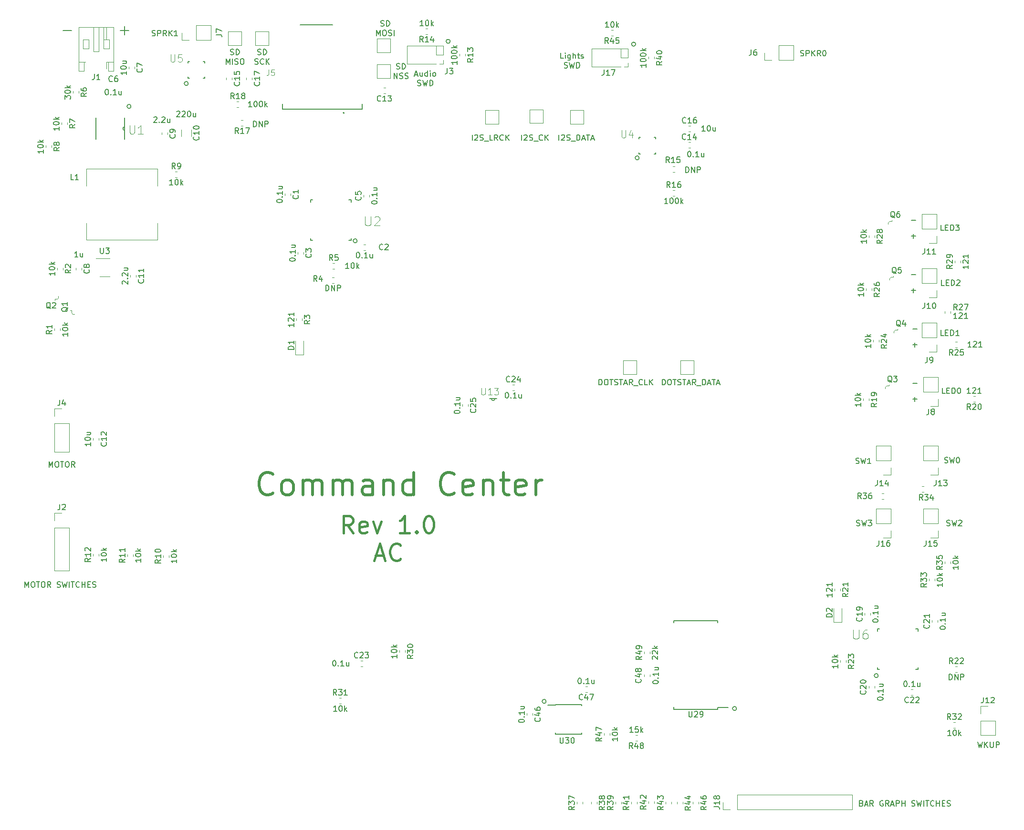
<source format=gbr>
G04 #@! TF.GenerationSoftware,KiCad,Pcbnew,(5.1.0)-1*
G04 #@! TF.CreationDate,2019-06-01T08:22:03-04:00*
G04 #@! TF.ProjectId,CommandCenter_KICAD,436f6d6d-616e-4644-9365-6e7465725f4b,rev?*
G04 #@! TF.SameCoordinates,Original*
G04 #@! TF.FileFunction,Legend,Top*
G04 #@! TF.FilePolarity,Positive*
%FSLAX46Y46*%
G04 Gerber Fmt 4.6, Leading zero omitted, Abs format (unit mm)*
G04 Created by KiCad (PCBNEW (5.1.0)-1) date 2019-06-01 08:22:03*
%MOMM*%
%LPD*%
G04 APERTURE LIST*
%ADD10C,0.200000*%
%ADD11C,0.400000*%
%ADD12C,0.500000*%
%ADD13C,0.150000*%
%ADD14C,0.120000*%
%ADD15C,0.127000*%
%ADD16C,0.100000*%
%ADD17C,0.152400*%
%ADD18C,0.050000*%
G04 APERTURE END LIST*
D10*
X227711047Y-88209428D02*
X228472952Y-88209428D01*
X228092000Y-88590380D02*
X228092000Y-87828476D01*
X227711047Y-85415428D02*
X228472952Y-85415428D01*
X227711047Y-78557428D02*
X228472952Y-78557428D01*
X228092000Y-78938380D02*
X228092000Y-78176476D01*
X227711047Y-75763428D02*
X228472952Y-75763428D01*
X227457047Y-68905428D02*
X228218952Y-68905428D01*
X227838000Y-69286380D02*
X227838000Y-68524476D01*
X227457047Y-66111428D02*
X228218952Y-66111428D01*
X227457047Y-56459428D02*
X228218952Y-56459428D01*
X227457047Y-59253428D02*
X228218952Y-59253428D01*
X227838000Y-59634380D02*
X227838000Y-58872476D01*
X136120285Y-29526761D02*
X136263142Y-29574380D01*
X136501238Y-29574380D01*
X136596476Y-29526761D01*
X136644095Y-29479142D01*
X136691714Y-29383904D01*
X136691714Y-29288666D01*
X136644095Y-29193428D01*
X136596476Y-29145809D01*
X136501238Y-29098190D01*
X136310761Y-29050571D01*
X136215523Y-29002952D01*
X136167904Y-28955333D01*
X136120285Y-28860095D01*
X136120285Y-28764857D01*
X136167904Y-28669619D01*
X136215523Y-28622000D01*
X136310761Y-28574380D01*
X136548857Y-28574380D01*
X136691714Y-28622000D01*
X137120285Y-29574380D02*
X137120285Y-28574380D01*
X137358380Y-28574380D01*
X137501238Y-28622000D01*
X137596476Y-28717238D01*
X137644095Y-28812476D01*
X137691714Y-29002952D01*
X137691714Y-29145809D01*
X137644095Y-29336285D01*
X137596476Y-29431523D01*
X137501238Y-29526761D01*
X137358380Y-29574380D01*
X137120285Y-29574380D01*
X135667904Y-31274380D02*
X135667904Y-30274380D01*
X136239333Y-31274380D01*
X136239333Y-30274380D01*
X136667904Y-31226761D02*
X136810761Y-31274380D01*
X137048857Y-31274380D01*
X137144095Y-31226761D01*
X137191714Y-31179142D01*
X137239333Y-31083904D01*
X137239333Y-30988666D01*
X137191714Y-30893428D01*
X137144095Y-30845809D01*
X137048857Y-30798190D01*
X136858380Y-30750571D01*
X136763142Y-30702952D01*
X136715523Y-30655333D01*
X136667904Y-30560095D01*
X136667904Y-30464857D01*
X136715523Y-30369619D01*
X136763142Y-30322000D01*
X136858380Y-30274380D01*
X137096476Y-30274380D01*
X137239333Y-30322000D01*
X137620285Y-31226761D02*
X137763142Y-31274380D01*
X138001238Y-31274380D01*
X138096476Y-31226761D01*
X138144095Y-31179142D01*
X138191714Y-31083904D01*
X138191714Y-30988666D01*
X138144095Y-30893428D01*
X138096476Y-30845809D01*
X138001238Y-30798190D01*
X137810761Y-30750571D01*
X137715523Y-30702952D01*
X137667904Y-30655333D01*
X137620285Y-30560095D01*
X137620285Y-30464857D01*
X137667904Y-30369619D01*
X137715523Y-30322000D01*
X137810761Y-30274380D01*
X138048857Y-30274380D01*
X138191714Y-30322000D01*
X133326285Y-21906761D02*
X133469142Y-21954380D01*
X133707238Y-21954380D01*
X133802476Y-21906761D01*
X133850095Y-21859142D01*
X133897714Y-21763904D01*
X133897714Y-21668666D01*
X133850095Y-21573428D01*
X133802476Y-21525809D01*
X133707238Y-21478190D01*
X133516761Y-21430571D01*
X133421523Y-21382952D01*
X133373904Y-21335333D01*
X133326285Y-21240095D01*
X133326285Y-21144857D01*
X133373904Y-21049619D01*
X133421523Y-21002000D01*
X133516761Y-20954380D01*
X133754857Y-20954380D01*
X133897714Y-21002000D01*
X134326285Y-21954380D02*
X134326285Y-20954380D01*
X134564380Y-20954380D01*
X134707238Y-21002000D01*
X134802476Y-21097238D01*
X134850095Y-21192476D01*
X134897714Y-21382952D01*
X134897714Y-21525809D01*
X134850095Y-21716285D01*
X134802476Y-21811523D01*
X134707238Y-21906761D01*
X134564380Y-21954380D01*
X134326285Y-21954380D01*
X132540571Y-23654380D02*
X132540571Y-22654380D01*
X132873904Y-23368666D01*
X133207238Y-22654380D01*
X133207238Y-23654380D01*
X133873904Y-22654380D02*
X134064380Y-22654380D01*
X134159619Y-22702000D01*
X134254857Y-22797238D01*
X134302476Y-22987714D01*
X134302476Y-23321047D01*
X134254857Y-23511523D01*
X134159619Y-23606761D01*
X134064380Y-23654380D01*
X133873904Y-23654380D01*
X133778666Y-23606761D01*
X133683428Y-23511523D01*
X133635809Y-23321047D01*
X133635809Y-22987714D01*
X133683428Y-22797238D01*
X133778666Y-22702000D01*
X133873904Y-22654380D01*
X134683428Y-23606761D02*
X134826285Y-23654380D01*
X135064380Y-23654380D01*
X135159619Y-23606761D01*
X135207238Y-23559142D01*
X135254857Y-23463904D01*
X135254857Y-23368666D01*
X135207238Y-23273428D01*
X135159619Y-23225809D01*
X135064380Y-23178190D01*
X134873904Y-23130571D01*
X134778666Y-23082952D01*
X134731047Y-23035333D01*
X134683428Y-22940095D01*
X134683428Y-22844857D01*
X134731047Y-22749619D01*
X134778666Y-22702000D01*
X134873904Y-22654380D01*
X135112000Y-22654380D01*
X135254857Y-22702000D01*
X135683428Y-23654380D02*
X135683428Y-22654380D01*
D11*
X128405714Y-111937142D02*
X127405714Y-110508571D01*
X126691428Y-111937142D02*
X126691428Y-108937142D01*
X127834285Y-108937142D01*
X128120000Y-109080000D01*
X128262857Y-109222857D01*
X128405714Y-109508571D01*
X128405714Y-109937142D01*
X128262857Y-110222857D01*
X128120000Y-110365714D01*
X127834285Y-110508571D01*
X126691428Y-110508571D01*
X130834285Y-111794285D02*
X130548571Y-111937142D01*
X129977142Y-111937142D01*
X129691428Y-111794285D01*
X129548571Y-111508571D01*
X129548571Y-110365714D01*
X129691428Y-110080000D01*
X129977142Y-109937142D01*
X130548571Y-109937142D01*
X130834285Y-110080000D01*
X130977142Y-110365714D01*
X130977142Y-110651428D01*
X129548571Y-110937142D01*
X131977142Y-109937142D02*
X132691428Y-111937142D01*
X133405714Y-109937142D01*
X138405714Y-111937142D02*
X136691428Y-111937142D01*
X137548571Y-111937142D02*
X137548571Y-108937142D01*
X137262857Y-109365714D01*
X136977142Y-109651428D01*
X136691428Y-109794285D01*
X139691428Y-111651428D02*
X139834285Y-111794285D01*
X139691428Y-111937142D01*
X139548571Y-111794285D01*
X139691428Y-111651428D01*
X139691428Y-111937142D01*
X141691428Y-108937142D02*
X141977142Y-108937142D01*
X142262857Y-109080000D01*
X142405714Y-109222857D01*
X142548571Y-109508571D01*
X142691428Y-110080000D01*
X142691428Y-110794285D01*
X142548571Y-111365714D01*
X142405714Y-111651428D01*
X142262857Y-111794285D01*
X141977142Y-111937142D01*
X141691428Y-111937142D01*
X141405714Y-111794285D01*
X141262857Y-111651428D01*
X141120000Y-111365714D01*
X140977142Y-110794285D01*
X140977142Y-110080000D01*
X141120000Y-109508571D01*
X141262857Y-109222857D01*
X141405714Y-109080000D01*
X141691428Y-108937142D01*
X132405714Y-115980000D02*
X133834285Y-115980000D01*
X132120000Y-116837142D02*
X133120000Y-113837142D01*
X134120000Y-116837142D01*
X136834285Y-116551428D02*
X136691428Y-116694285D01*
X136262857Y-116837142D01*
X135977142Y-116837142D01*
X135548571Y-116694285D01*
X135262857Y-116408571D01*
X135120000Y-116122857D01*
X134977142Y-115551428D01*
X134977142Y-115122857D01*
X135120000Y-114551428D01*
X135262857Y-114265714D01*
X135548571Y-113980000D01*
X135977142Y-113837142D01*
X136262857Y-113837142D01*
X136691428Y-113980000D01*
X136834285Y-114122857D01*
D12*
X114175809Y-104806571D02*
X113985333Y-104997047D01*
X113413904Y-105187523D01*
X113032952Y-105187523D01*
X112461523Y-104997047D01*
X112080571Y-104616095D01*
X111890095Y-104235142D01*
X111699619Y-103473238D01*
X111699619Y-102901809D01*
X111890095Y-102139904D01*
X112080571Y-101758952D01*
X112461523Y-101378000D01*
X113032952Y-101187523D01*
X113413904Y-101187523D01*
X113985333Y-101378000D01*
X114175809Y-101568476D01*
X116461523Y-105187523D02*
X116080571Y-104997047D01*
X115890095Y-104806571D01*
X115699619Y-104425619D01*
X115699619Y-103282761D01*
X115890095Y-102901809D01*
X116080571Y-102711333D01*
X116461523Y-102520857D01*
X117032952Y-102520857D01*
X117413904Y-102711333D01*
X117604380Y-102901809D01*
X117794857Y-103282761D01*
X117794857Y-104425619D01*
X117604380Y-104806571D01*
X117413904Y-104997047D01*
X117032952Y-105187523D01*
X116461523Y-105187523D01*
X119509142Y-105187523D02*
X119509142Y-102520857D01*
X119509142Y-102901809D02*
X119699619Y-102711333D01*
X120080571Y-102520857D01*
X120652000Y-102520857D01*
X121032952Y-102711333D01*
X121223428Y-103092285D01*
X121223428Y-105187523D01*
X121223428Y-103092285D02*
X121413904Y-102711333D01*
X121794857Y-102520857D01*
X122366285Y-102520857D01*
X122747238Y-102711333D01*
X122937714Y-103092285D01*
X122937714Y-105187523D01*
X124842476Y-105187523D02*
X124842476Y-102520857D01*
X124842476Y-102901809D02*
X125032952Y-102711333D01*
X125413904Y-102520857D01*
X125985333Y-102520857D01*
X126366285Y-102711333D01*
X126556761Y-103092285D01*
X126556761Y-105187523D01*
X126556761Y-103092285D02*
X126747238Y-102711333D01*
X127128190Y-102520857D01*
X127699619Y-102520857D01*
X128080571Y-102711333D01*
X128271047Y-103092285D01*
X128271047Y-105187523D01*
X131890095Y-105187523D02*
X131890095Y-103092285D01*
X131699619Y-102711333D01*
X131318666Y-102520857D01*
X130556761Y-102520857D01*
X130175809Y-102711333D01*
X131890095Y-104997047D02*
X131509142Y-105187523D01*
X130556761Y-105187523D01*
X130175809Y-104997047D01*
X129985333Y-104616095D01*
X129985333Y-104235142D01*
X130175809Y-103854190D01*
X130556761Y-103663714D01*
X131509142Y-103663714D01*
X131890095Y-103473238D01*
X133794857Y-102520857D02*
X133794857Y-105187523D01*
X133794857Y-102901809D02*
X133985333Y-102711333D01*
X134366285Y-102520857D01*
X134937714Y-102520857D01*
X135318666Y-102711333D01*
X135509142Y-103092285D01*
X135509142Y-105187523D01*
X139128190Y-105187523D02*
X139128190Y-101187523D01*
X139128190Y-104997047D02*
X138747238Y-105187523D01*
X137985333Y-105187523D01*
X137604380Y-104997047D01*
X137413904Y-104806571D01*
X137223428Y-104425619D01*
X137223428Y-103282761D01*
X137413904Y-102901809D01*
X137604380Y-102711333D01*
X137985333Y-102520857D01*
X138747238Y-102520857D01*
X139128190Y-102711333D01*
X146366285Y-104806571D02*
X146175809Y-104997047D01*
X145604380Y-105187523D01*
X145223428Y-105187523D01*
X144652000Y-104997047D01*
X144271047Y-104616095D01*
X144080571Y-104235142D01*
X143890095Y-103473238D01*
X143890095Y-102901809D01*
X144080571Y-102139904D01*
X144271047Y-101758952D01*
X144652000Y-101378000D01*
X145223428Y-101187523D01*
X145604380Y-101187523D01*
X146175809Y-101378000D01*
X146366285Y-101568476D01*
X149604380Y-104997047D02*
X149223428Y-105187523D01*
X148461523Y-105187523D01*
X148080571Y-104997047D01*
X147890095Y-104616095D01*
X147890095Y-103092285D01*
X148080571Y-102711333D01*
X148461523Y-102520857D01*
X149223428Y-102520857D01*
X149604380Y-102711333D01*
X149794857Y-103092285D01*
X149794857Y-103473238D01*
X147890095Y-103854190D01*
X151509142Y-102520857D02*
X151509142Y-105187523D01*
X151509142Y-102901809D02*
X151699619Y-102711333D01*
X152080571Y-102520857D01*
X152652000Y-102520857D01*
X153032952Y-102711333D01*
X153223428Y-103092285D01*
X153223428Y-105187523D01*
X154556761Y-102520857D02*
X156080571Y-102520857D01*
X155128190Y-101187523D02*
X155128190Y-104616095D01*
X155318666Y-104997047D01*
X155699619Y-105187523D01*
X156080571Y-105187523D01*
X158937714Y-104997047D02*
X158556761Y-105187523D01*
X157794857Y-105187523D01*
X157413904Y-104997047D01*
X157223428Y-104616095D01*
X157223428Y-103092285D01*
X157413904Y-102711333D01*
X157794857Y-102520857D01*
X158556761Y-102520857D01*
X158937714Y-102711333D01*
X159128190Y-103092285D01*
X159128190Y-103473238D01*
X157223428Y-103854190D01*
X160842476Y-105187523D02*
X160842476Y-102520857D01*
X160842476Y-103282761D02*
X161032952Y-102901809D01*
X161223428Y-102711333D01*
X161604380Y-102520857D01*
X161985333Y-102520857D01*
D13*
X162665210Y-141859000D02*
G75*
G03X162665210Y-141859000I-359210J0D01*
G01*
X196447210Y-143129000D02*
G75*
G03X196447210Y-143129000I-359210J0D01*
G01*
X99165210Y-32131000D02*
G75*
G03X99165210Y-32131000I-359210J0D01*
G01*
X179175210Y-45339000D02*
G75*
G03X179175210Y-45339000I-359210J0D01*
G01*
X221593210Y-137287000D02*
G75*
G03X221593210Y-137287000I-359210J0D01*
G01*
X129137210Y-60071000D02*
G75*
G03X129137210Y-60071000I-359210J0D01*
G01*
X89005210Y-36195000D02*
G75*
G03X89005210Y-36195000I-359210J0D01*
G01*
D10*
X218623523Y-159948571D02*
X218766380Y-159996190D01*
X218814000Y-160043809D01*
X218861619Y-160139047D01*
X218861619Y-160281904D01*
X218814000Y-160377142D01*
X218766380Y-160424761D01*
X218671142Y-160472380D01*
X218290190Y-160472380D01*
X218290190Y-159472380D01*
X218623523Y-159472380D01*
X218718761Y-159520000D01*
X218766380Y-159567619D01*
X218814000Y-159662857D01*
X218814000Y-159758095D01*
X218766380Y-159853333D01*
X218718761Y-159900952D01*
X218623523Y-159948571D01*
X218290190Y-159948571D01*
X219242571Y-160186666D02*
X219718761Y-160186666D01*
X219147333Y-160472380D02*
X219480666Y-159472380D01*
X219814000Y-160472380D01*
X220718761Y-160472380D02*
X220385428Y-159996190D01*
X220147333Y-160472380D02*
X220147333Y-159472380D01*
X220528285Y-159472380D01*
X220623523Y-159520000D01*
X220671142Y-159567619D01*
X220718761Y-159662857D01*
X220718761Y-159805714D01*
X220671142Y-159900952D01*
X220623523Y-159948571D01*
X220528285Y-159996190D01*
X220147333Y-159996190D01*
X222433047Y-159520000D02*
X222337809Y-159472380D01*
X222194952Y-159472380D01*
X222052095Y-159520000D01*
X221956857Y-159615238D01*
X221909238Y-159710476D01*
X221861619Y-159900952D01*
X221861619Y-160043809D01*
X221909238Y-160234285D01*
X221956857Y-160329523D01*
X222052095Y-160424761D01*
X222194952Y-160472380D01*
X222290190Y-160472380D01*
X222433047Y-160424761D01*
X222480666Y-160377142D01*
X222480666Y-160043809D01*
X222290190Y-160043809D01*
X223480666Y-160472380D02*
X223147333Y-159996190D01*
X222909238Y-160472380D02*
X222909238Y-159472380D01*
X223290190Y-159472380D01*
X223385428Y-159520000D01*
X223433047Y-159567619D01*
X223480666Y-159662857D01*
X223480666Y-159805714D01*
X223433047Y-159900952D01*
X223385428Y-159948571D01*
X223290190Y-159996190D01*
X222909238Y-159996190D01*
X223861619Y-160186666D02*
X224337809Y-160186666D01*
X223766380Y-160472380D02*
X224099714Y-159472380D01*
X224433047Y-160472380D01*
X224766380Y-160472380D02*
X224766380Y-159472380D01*
X225147333Y-159472380D01*
X225242571Y-159520000D01*
X225290190Y-159567619D01*
X225337809Y-159662857D01*
X225337809Y-159805714D01*
X225290190Y-159900952D01*
X225242571Y-159948571D01*
X225147333Y-159996190D01*
X224766380Y-159996190D01*
X225766380Y-160472380D02*
X225766380Y-159472380D01*
X225766380Y-159948571D02*
X226337809Y-159948571D01*
X226337809Y-160472380D02*
X226337809Y-159472380D01*
X227528285Y-160424761D02*
X227671142Y-160472380D01*
X227909238Y-160472380D01*
X228004476Y-160424761D01*
X228052095Y-160377142D01*
X228099714Y-160281904D01*
X228099714Y-160186666D01*
X228052095Y-160091428D01*
X228004476Y-160043809D01*
X227909238Y-159996190D01*
X227718761Y-159948571D01*
X227623523Y-159900952D01*
X227575904Y-159853333D01*
X227528285Y-159758095D01*
X227528285Y-159662857D01*
X227575904Y-159567619D01*
X227623523Y-159520000D01*
X227718761Y-159472380D01*
X227956857Y-159472380D01*
X228099714Y-159520000D01*
X228433047Y-159472380D02*
X228671142Y-160472380D01*
X228861619Y-159758095D01*
X229052095Y-160472380D01*
X229290190Y-159472380D01*
X229671142Y-160472380D02*
X229671142Y-159472380D01*
X230004476Y-159472380D02*
X230575904Y-159472380D01*
X230290190Y-160472380D02*
X230290190Y-159472380D01*
X231480666Y-160377142D02*
X231433047Y-160424761D01*
X231290190Y-160472380D01*
X231194952Y-160472380D01*
X231052095Y-160424761D01*
X230956857Y-160329523D01*
X230909238Y-160234285D01*
X230861619Y-160043809D01*
X230861619Y-159900952D01*
X230909238Y-159710476D01*
X230956857Y-159615238D01*
X231052095Y-159520000D01*
X231194952Y-159472380D01*
X231290190Y-159472380D01*
X231433047Y-159520000D01*
X231480666Y-159567619D01*
X231909238Y-160472380D02*
X231909238Y-159472380D01*
X231909238Y-159948571D02*
X232480666Y-159948571D01*
X232480666Y-160472380D02*
X232480666Y-159472380D01*
X232956857Y-159948571D02*
X233290190Y-159948571D01*
X233433047Y-160472380D02*
X232956857Y-160472380D01*
X232956857Y-159472380D01*
X233433047Y-159472380D01*
X233813999Y-160424761D02*
X233956857Y-160472380D01*
X234194952Y-160472380D01*
X234290190Y-160424761D01*
X234337809Y-160377142D01*
X234385428Y-160281904D01*
X234385428Y-160186666D01*
X234337809Y-160091428D01*
X234290190Y-160043809D01*
X234194952Y-159996190D01*
X234004476Y-159948571D01*
X233909238Y-159900952D01*
X233861619Y-159853333D01*
X233813999Y-159758095D01*
X233813999Y-159662857D01*
X233861619Y-159567619D01*
X233909238Y-159520000D01*
X234004476Y-159472380D01*
X234242571Y-159472380D01*
X234385428Y-159520000D01*
X70192095Y-121610380D02*
X70192095Y-120610380D01*
X70525428Y-121324666D01*
X70858761Y-120610380D01*
X70858761Y-121610380D01*
X71525428Y-120610380D02*
X71715904Y-120610380D01*
X71811142Y-120658000D01*
X71906380Y-120753238D01*
X71954000Y-120943714D01*
X71954000Y-121277047D01*
X71906380Y-121467523D01*
X71811142Y-121562761D01*
X71715904Y-121610380D01*
X71525428Y-121610380D01*
X71430190Y-121562761D01*
X71334952Y-121467523D01*
X71287333Y-121277047D01*
X71287333Y-120943714D01*
X71334952Y-120753238D01*
X71430190Y-120658000D01*
X71525428Y-120610380D01*
X72239714Y-120610380D02*
X72811142Y-120610380D01*
X72525428Y-121610380D02*
X72525428Y-120610380D01*
X73334952Y-120610380D02*
X73525428Y-120610380D01*
X73620666Y-120658000D01*
X73715904Y-120753238D01*
X73763523Y-120943714D01*
X73763523Y-121277047D01*
X73715904Y-121467523D01*
X73620666Y-121562761D01*
X73525428Y-121610380D01*
X73334952Y-121610380D01*
X73239714Y-121562761D01*
X73144476Y-121467523D01*
X73096857Y-121277047D01*
X73096857Y-120943714D01*
X73144476Y-120753238D01*
X73239714Y-120658000D01*
X73334952Y-120610380D01*
X74763523Y-121610380D02*
X74430190Y-121134190D01*
X74192095Y-121610380D02*
X74192095Y-120610380D01*
X74573047Y-120610380D01*
X74668285Y-120658000D01*
X74715904Y-120705619D01*
X74763523Y-120800857D01*
X74763523Y-120943714D01*
X74715904Y-121038952D01*
X74668285Y-121086571D01*
X74573047Y-121134190D01*
X74192095Y-121134190D01*
X75906380Y-121562761D02*
X76049238Y-121610380D01*
X76287333Y-121610380D01*
X76382571Y-121562761D01*
X76430190Y-121515142D01*
X76477809Y-121419904D01*
X76477809Y-121324666D01*
X76430190Y-121229428D01*
X76382571Y-121181809D01*
X76287333Y-121134190D01*
X76096857Y-121086571D01*
X76001619Y-121038952D01*
X75954000Y-120991333D01*
X75906380Y-120896095D01*
X75906380Y-120800857D01*
X75954000Y-120705619D01*
X76001619Y-120658000D01*
X76096857Y-120610380D01*
X76334952Y-120610380D01*
X76477809Y-120658000D01*
X76811142Y-120610380D02*
X77049238Y-121610380D01*
X77239714Y-120896095D01*
X77430190Y-121610380D01*
X77668285Y-120610380D01*
X78049238Y-121610380D02*
X78049238Y-120610380D01*
X78382571Y-120610380D02*
X78954000Y-120610380D01*
X78668285Y-121610380D02*
X78668285Y-120610380D01*
X79858761Y-121515142D02*
X79811142Y-121562761D01*
X79668285Y-121610380D01*
X79573047Y-121610380D01*
X79430190Y-121562761D01*
X79334952Y-121467523D01*
X79287333Y-121372285D01*
X79239714Y-121181809D01*
X79239714Y-121038952D01*
X79287333Y-120848476D01*
X79334952Y-120753238D01*
X79430190Y-120658000D01*
X79573047Y-120610380D01*
X79668285Y-120610380D01*
X79811142Y-120658000D01*
X79858761Y-120705619D01*
X80287333Y-121610380D02*
X80287333Y-120610380D01*
X80287333Y-121086571D02*
X80858761Y-121086571D01*
X80858761Y-121610380D02*
X80858761Y-120610380D01*
X81334952Y-121086571D02*
X81668285Y-121086571D01*
X81811142Y-121610380D02*
X81334952Y-121610380D01*
X81334952Y-120610380D01*
X81811142Y-120610380D01*
X82192095Y-121562761D02*
X82334952Y-121610380D01*
X82573047Y-121610380D01*
X82668285Y-121562761D01*
X82715904Y-121515142D01*
X82763523Y-121419904D01*
X82763523Y-121324666D01*
X82715904Y-121229428D01*
X82668285Y-121181809D01*
X82573047Y-121134190D01*
X82382571Y-121086571D01*
X82287333Y-121038952D01*
X82239714Y-120991333D01*
X82192095Y-120896095D01*
X82192095Y-120800857D01*
X82239714Y-120705619D01*
X82287333Y-120658000D01*
X82382571Y-120610380D01*
X82620666Y-120610380D01*
X82763523Y-120658000D01*
X74446095Y-100274380D02*
X74446095Y-99274380D01*
X74779428Y-99988666D01*
X75112761Y-99274380D01*
X75112761Y-100274380D01*
X75779428Y-99274380D02*
X75969904Y-99274380D01*
X76065142Y-99322000D01*
X76160380Y-99417238D01*
X76208000Y-99607714D01*
X76208000Y-99941047D01*
X76160380Y-100131523D01*
X76065142Y-100226761D01*
X75969904Y-100274380D01*
X75779428Y-100274380D01*
X75684190Y-100226761D01*
X75588952Y-100131523D01*
X75541333Y-99941047D01*
X75541333Y-99607714D01*
X75588952Y-99417238D01*
X75684190Y-99322000D01*
X75779428Y-99274380D01*
X76493714Y-99274380D02*
X77065142Y-99274380D01*
X76779428Y-100274380D02*
X76779428Y-99274380D01*
X77588952Y-99274380D02*
X77779428Y-99274380D01*
X77874666Y-99322000D01*
X77969904Y-99417238D01*
X78017523Y-99607714D01*
X78017523Y-99941047D01*
X77969904Y-100131523D01*
X77874666Y-100226761D01*
X77779428Y-100274380D01*
X77588952Y-100274380D01*
X77493714Y-100226761D01*
X77398476Y-100131523D01*
X77350857Y-99941047D01*
X77350857Y-99607714D01*
X77398476Y-99417238D01*
X77493714Y-99322000D01*
X77588952Y-99274380D01*
X79017523Y-100274380D02*
X78684190Y-99798190D01*
X78446095Y-100274380D02*
X78446095Y-99274380D01*
X78827047Y-99274380D01*
X78922285Y-99322000D01*
X78969904Y-99369619D01*
X79017523Y-99464857D01*
X79017523Y-99607714D01*
X78969904Y-99702952D01*
X78922285Y-99750571D01*
X78827047Y-99798190D01*
X78446095Y-99798190D01*
X183269571Y-85669380D02*
X183269571Y-84669380D01*
X183507666Y-84669380D01*
X183650523Y-84717000D01*
X183745761Y-84812238D01*
X183793380Y-84907476D01*
X183841000Y-85097952D01*
X183841000Y-85240809D01*
X183793380Y-85431285D01*
X183745761Y-85526523D01*
X183650523Y-85621761D01*
X183507666Y-85669380D01*
X183269571Y-85669380D01*
X184460047Y-84669380D02*
X184650523Y-84669380D01*
X184745761Y-84717000D01*
X184841000Y-84812238D01*
X184888619Y-85002714D01*
X184888619Y-85336047D01*
X184841000Y-85526523D01*
X184745761Y-85621761D01*
X184650523Y-85669380D01*
X184460047Y-85669380D01*
X184364809Y-85621761D01*
X184269571Y-85526523D01*
X184221952Y-85336047D01*
X184221952Y-85002714D01*
X184269571Y-84812238D01*
X184364809Y-84717000D01*
X184460047Y-84669380D01*
X185174333Y-84669380D02*
X185745761Y-84669380D01*
X185460047Y-85669380D02*
X185460047Y-84669380D01*
X186031476Y-85621761D02*
X186174333Y-85669380D01*
X186412428Y-85669380D01*
X186507666Y-85621761D01*
X186555285Y-85574142D01*
X186602904Y-85478904D01*
X186602904Y-85383666D01*
X186555285Y-85288428D01*
X186507666Y-85240809D01*
X186412428Y-85193190D01*
X186221952Y-85145571D01*
X186126714Y-85097952D01*
X186079095Y-85050333D01*
X186031476Y-84955095D01*
X186031476Y-84859857D01*
X186079095Y-84764619D01*
X186126714Y-84717000D01*
X186221952Y-84669380D01*
X186460047Y-84669380D01*
X186602904Y-84717000D01*
X186888619Y-84669380D02*
X187460047Y-84669380D01*
X187174333Y-85669380D02*
X187174333Y-84669380D01*
X187745761Y-85383666D02*
X188221952Y-85383666D01*
X187650523Y-85669380D02*
X187983857Y-84669380D01*
X188317190Y-85669380D01*
X189221952Y-85669380D02*
X188888619Y-85193190D01*
X188650523Y-85669380D02*
X188650523Y-84669380D01*
X189031476Y-84669380D01*
X189126714Y-84717000D01*
X189174333Y-84764619D01*
X189221952Y-84859857D01*
X189221952Y-85002714D01*
X189174333Y-85097952D01*
X189126714Y-85145571D01*
X189031476Y-85193190D01*
X188650523Y-85193190D01*
X189412428Y-85764619D02*
X190174333Y-85764619D01*
X190412428Y-85669380D02*
X190412428Y-84669380D01*
X190650523Y-84669380D01*
X190793380Y-84717000D01*
X190888619Y-84812238D01*
X190936238Y-84907476D01*
X190983857Y-85097952D01*
X190983857Y-85240809D01*
X190936238Y-85431285D01*
X190888619Y-85526523D01*
X190793380Y-85621761D01*
X190650523Y-85669380D01*
X190412428Y-85669380D01*
X191364809Y-85383666D02*
X191841000Y-85383666D01*
X191269571Y-85669380D02*
X191602904Y-84669380D01*
X191936238Y-85669380D01*
X192126714Y-84669380D02*
X192698142Y-84669380D01*
X192412428Y-85669380D02*
X192412428Y-84669380D01*
X192983857Y-85383666D02*
X193460047Y-85383666D01*
X192888619Y-85669380D02*
X193221952Y-84669380D01*
X193555285Y-85669380D01*
X172045904Y-85669380D02*
X172045904Y-84669380D01*
X172284000Y-84669380D01*
X172426857Y-84717000D01*
X172522095Y-84812238D01*
X172569714Y-84907476D01*
X172617333Y-85097952D01*
X172617333Y-85240809D01*
X172569714Y-85431285D01*
X172522095Y-85526523D01*
X172426857Y-85621761D01*
X172284000Y-85669380D01*
X172045904Y-85669380D01*
X173236380Y-84669380D02*
X173426857Y-84669380D01*
X173522095Y-84717000D01*
X173617333Y-84812238D01*
X173664952Y-85002714D01*
X173664952Y-85336047D01*
X173617333Y-85526523D01*
X173522095Y-85621761D01*
X173426857Y-85669380D01*
X173236380Y-85669380D01*
X173141142Y-85621761D01*
X173045904Y-85526523D01*
X172998285Y-85336047D01*
X172998285Y-85002714D01*
X173045904Y-84812238D01*
X173141142Y-84717000D01*
X173236380Y-84669380D01*
X173950666Y-84669380D02*
X174522095Y-84669380D01*
X174236380Y-85669380D02*
X174236380Y-84669380D01*
X174807809Y-85621761D02*
X174950666Y-85669380D01*
X175188761Y-85669380D01*
X175284000Y-85621761D01*
X175331619Y-85574142D01*
X175379238Y-85478904D01*
X175379238Y-85383666D01*
X175331619Y-85288428D01*
X175284000Y-85240809D01*
X175188761Y-85193190D01*
X174998285Y-85145571D01*
X174903047Y-85097952D01*
X174855428Y-85050333D01*
X174807809Y-84955095D01*
X174807809Y-84859857D01*
X174855428Y-84764619D01*
X174903047Y-84717000D01*
X174998285Y-84669380D01*
X175236380Y-84669380D01*
X175379238Y-84717000D01*
X175664952Y-84669380D02*
X176236380Y-84669380D01*
X175950666Y-85669380D02*
X175950666Y-84669380D01*
X176522095Y-85383666D02*
X176998285Y-85383666D01*
X176426857Y-85669380D02*
X176760190Y-84669380D01*
X177093523Y-85669380D01*
X177998285Y-85669380D02*
X177664952Y-85193190D01*
X177426857Y-85669380D02*
X177426857Y-84669380D01*
X177807809Y-84669380D01*
X177903047Y-84717000D01*
X177950666Y-84764619D01*
X177998285Y-84859857D01*
X177998285Y-85002714D01*
X177950666Y-85097952D01*
X177903047Y-85145571D01*
X177807809Y-85193190D01*
X177426857Y-85193190D01*
X178188761Y-85764619D02*
X178950666Y-85764619D01*
X179760190Y-85574142D02*
X179712571Y-85621761D01*
X179569714Y-85669380D01*
X179474476Y-85669380D01*
X179331619Y-85621761D01*
X179236380Y-85526523D01*
X179188761Y-85431285D01*
X179141142Y-85240809D01*
X179141142Y-85097952D01*
X179188761Y-84907476D01*
X179236380Y-84812238D01*
X179331619Y-84717000D01*
X179474476Y-84669380D01*
X179569714Y-84669380D01*
X179712571Y-84717000D01*
X179760190Y-84764619D01*
X180664952Y-85669380D02*
X180188761Y-85669380D01*
X180188761Y-84669380D01*
X180998285Y-85669380D02*
X180998285Y-84669380D01*
X181569714Y-85669380D02*
X181141142Y-85097952D01*
X181569714Y-84669380D02*
X180998285Y-85240809D01*
X164949571Y-42235380D02*
X164949571Y-41235380D01*
X165378142Y-41330619D02*
X165425761Y-41283000D01*
X165521000Y-41235380D01*
X165759095Y-41235380D01*
X165854333Y-41283000D01*
X165901952Y-41330619D01*
X165949571Y-41425857D01*
X165949571Y-41521095D01*
X165901952Y-41663952D01*
X165330523Y-42235380D01*
X165949571Y-42235380D01*
X166330523Y-42187761D02*
X166473380Y-42235380D01*
X166711476Y-42235380D01*
X166806714Y-42187761D01*
X166854333Y-42140142D01*
X166901952Y-42044904D01*
X166901952Y-41949666D01*
X166854333Y-41854428D01*
X166806714Y-41806809D01*
X166711476Y-41759190D01*
X166521000Y-41711571D01*
X166425761Y-41663952D01*
X166378142Y-41616333D01*
X166330523Y-41521095D01*
X166330523Y-41425857D01*
X166378142Y-41330619D01*
X166425761Y-41283000D01*
X166521000Y-41235380D01*
X166759095Y-41235380D01*
X166901952Y-41283000D01*
X167092428Y-42330619D02*
X167854333Y-42330619D01*
X168092428Y-42235380D02*
X168092428Y-41235380D01*
X168330523Y-41235380D01*
X168473380Y-41283000D01*
X168568619Y-41378238D01*
X168616238Y-41473476D01*
X168663857Y-41663952D01*
X168663857Y-41806809D01*
X168616238Y-41997285D01*
X168568619Y-42092523D01*
X168473380Y-42187761D01*
X168330523Y-42235380D01*
X168092428Y-42235380D01*
X169044809Y-41949666D02*
X169521000Y-41949666D01*
X168949571Y-42235380D02*
X169282904Y-41235380D01*
X169616238Y-42235380D01*
X169806714Y-41235380D02*
X170378142Y-41235380D01*
X170092428Y-42235380D02*
X170092428Y-41235380D01*
X170663857Y-41949666D02*
X171140047Y-41949666D01*
X170568619Y-42235380D02*
X170901952Y-41235380D01*
X171235285Y-42235380D01*
X158321666Y-42235380D02*
X158321666Y-41235380D01*
X158750238Y-41330619D02*
X158797857Y-41283000D01*
X158893095Y-41235380D01*
X159131190Y-41235380D01*
X159226428Y-41283000D01*
X159274047Y-41330619D01*
X159321666Y-41425857D01*
X159321666Y-41521095D01*
X159274047Y-41663952D01*
X158702619Y-42235380D01*
X159321666Y-42235380D01*
X159702619Y-42187761D02*
X159845476Y-42235380D01*
X160083571Y-42235380D01*
X160178809Y-42187761D01*
X160226428Y-42140142D01*
X160274047Y-42044904D01*
X160274047Y-41949666D01*
X160226428Y-41854428D01*
X160178809Y-41806809D01*
X160083571Y-41759190D01*
X159893095Y-41711571D01*
X159797857Y-41663952D01*
X159750238Y-41616333D01*
X159702619Y-41521095D01*
X159702619Y-41425857D01*
X159750238Y-41330619D01*
X159797857Y-41283000D01*
X159893095Y-41235380D01*
X160131190Y-41235380D01*
X160274047Y-41283000D01*
X160464523Y-42330619D02*
X161226428Y-42330619D01*
X162035952Y-42140142D02*
X161988333Y-42187761D01*
X161845476Y-42235380D01*
X161750238Y-42235380D01*
X161607380Y-42187761D01*
X161512142Y-42092523D01*
X161464523Y-41997285D01*
X161416904Y-41806809D01*
X161416904Y-41663952D01*
X161464523Y-41473476D01*
X161512142Y-41378238D01*
X161607380Y-41283000D01*
X161750238Y-41235380D01*
X161845476Y-41235380D01*
X161988333Y-41283000D01*
X162035952Y-41330619D01*
X162464523Y-42235380D02*
X162464523Y-41235380D01*
X163035952Y-42235380D02*
X162607380Y-41663952D01*
X163035952Y-41235380D02*
X162464523Y-41806809D01*
X149542904Y-42235380D02*
X149542904Y-41235380D01*
X149971476Y-41330619D02*
X150019095Y-41283000D01*
X150114333Y-41235380D01*
X150352428Y-41235380D01*
X150447666Y-41283000D01*
X150495285Y-41330619D01*
X150542904Y-41425857D01*
X150542904Y-41521095D01*
X150495285Y-41663952D01*
X149923857Y-42235380D01*
X150542904Y-42235380D01*
X150923857Y-42187761D02*
X151066714Y-42235380D01*
X151304809Y-42235380D01*
X151400047Y-42187761D01*
X151447666Y-42140142D01*
X151495285Y-42044904D01*
X151495285Y-41949666D01*
X151447666Y-41854428D01*
X151400047Y-41806809D01*
X151304809Y-41759190D01*
X151114333Y-41711571D01*
X151019095Y-41663952D01*
X150971476Y-41616333D01*
X150923857Y-41521095D01*
X150923857Y-41425857D01*
X150971476Y-41330619D01*
X151019095Y-41283000D01*
X151114333Y-41235380D01*
X151352428Y-41235380D01*
X151495285Y-41283000D01*
X151685761Y-42330619D02*
X152447666Y-42330619D01*
X153161952Y-42235380D02*
X152685761Y-42235380D01*
X152685761Y-41235380D01*
X154066714Y-42235380D02*
X153733380Y-41759190D01*
X153495285Y-42235380D02*
X153495285Y-41235380D01*
X153876238Y-41235380D01*
X153971476Y-41283000D01*
X154019095Y-41330619D01*
X154066714Y-41425857D01*
X154066714Y-41568714D01*
X154019095Y-41663952D01*
X153971476Y-41711571D01*
X153876238Y-41759190D01*
X153495285Y-41759190D01*
X155066714Y-42140142D02*
X155019095Y-42187761D01*
X154876238Y-42235380D01*
X154781000Y-42235380D01*
X154638142Y-42187761D01*
X154542904Y-42092523D01*
X154495285Y-41997285D01*
X154447666Y-41806809D01*
X154447666Y-41663952D01*
X154495285Y-41473476D01*
X154542904Y-41378238D01*
X154638142Y-41283000D01*
X154781000Y-41235380D01*
X154876238Y-41235380D01*
X155019095Y-41283000D01*
X155066714Y-41330619D01*
X155495285Y-42235380D02*
X155495285Y-41235380D01*
X156066714Y-42235380D02*
X155638142Y-41663952D01*
X156066714Y-41235380D02*
X155495285Y-41806809D01*
X76962095Y-22748857D02*
X78485904Y-22748857D01*
X87122095Y-22748857D02*
X88645904Y-22748857D01*
X87884000Y-23510761D02*
X87884000Y-21986952D01*
X92734095Y-23645761D02*
X92876952Y-23693380D01*
X93115047Y-23693380D01*
X93210285Y-23645761D01*
X93257904Y-23598142D01*
X93305523Y-23502904D01*
X93305523Y-23407666D01*
X93257904Y-23312428D01*
X93210285Y-23264809D01*
X93115047Y-23217190D01*
X92924571Y-23169571D01*
X92829333Y-23121952D01*
X92781714Y-23074333D01*
X92734095Y-22979095D01*
X92734095Y-22883857D01*
X92781714Y-22788619D01*
X92829333Y-22741000D01*
X92924571Y-22693380D01*
X93162666Y-22693380D01*
X93305523Y-22741000D01*
X93734095Y-23693380D02*
X93734095Y-22693380D01*
X94115047Y-22693380D01*
X94210285Y-22741000D01*
X94257904Y-22788619D01*
X94305523Y-22883857D01*
X94305523Y-23026714D01*
X94257904Y-23121952D01*
X94210285Y-23169571D01*
X94115047Y-23217190D01*
X93734095Y-23217190D01*
X95305523Y-23693380D02*
X94972190Y-23217190D01*
X94734095Y-23693380D02*
X94734095Y-22693380D01*
X95115047Y-22693380D01*
X95210285Y-22741000D01*
X95257904Y-22788619D01*
X95305523Y-22883857D01*
X95305523Y-23026714D01*
X95257904Y-23121952D01*
X95210285Y-23169571D01*
X95115047Y-23217190D01*
X94734095Y-23217190D01*
X95734095Y-23693380D02*
X95734095Y-22693380D01*
X96305523Y-23693380D02*
X95876952Y-23121952D01*
X96305523Y-22693380D02*
X95734095Y-23264809D01*
X97257904Y-23693380D02*
X96686476Y-23693380D01*
X96972190Y-23693380D02*
X96972190Y-22693380D01*
X96876952Y-22836238D01*
X96781714Y-22931476D01*
X96686476Y-22979095D01*
X111482285Y-26986761D02*
X111625142Y-27034380D01*
X111863238Y-27034380D01*
X111958476Y-26986761D01*
X112006095Y-26939142D01*
X112053714Y-26843904D01*
X112053714Y-26748666D01*
X112006095Y-26653428D01*
X111958476Y-26605809D01*
X111863238Y-26558190D01*
X111672761Y-26510571D01*
X111577523Y-26462952D01*
X111529904Y-26415333D01*
X111482285Y-26320095D01*
X111482285Y-26224857D01*
X111529904Y-26129619D01*
X111577523Y-26082000D01*
X111672761Y-26034380D01*
X111910857Y-26034380D01*
X112053714Y-26082000D01*
X112482285Y-27034380D02*
X112482285Y-26034380D01*
X112720380Y-26034380D01*
X112863238Y-26082000D01*
X112958476Y-26177238D01*
X113006095Y-26272476D01*
X113053714Y-26462952D01*
X113053714Y-26605809D01*
X113006095Y-26796285D01*
X112958476Y-26891523D01*
X112863238Y-26986761D01*
X112720380Y-27034380D01*
X112482285Y-27034380D01*
X110982285Y-28686761D02*
X111125142Y-28734380D01*
X111363238Y-28734380D01*
X111458476Y-28686761D01*
X111506095Y-28639142D01*
X111553714Y-28543904D01*
X111553714Y-28448666D01*
X111506095Y-28353428D01*
X111458476Y-28305809D01*
X111363238Y-28258190D01*
X111172761Y-28210571D01*
X111077523Y-28162952D01*
X111029904Y-28115333D01*
X110982285Y-28020095D01*
X110982285Y-27924857D01*
X111029904Y-27829619D01*
X111077523Y-27782000D01*
X111172761Y-27734380D01*
X111410857Y-27734380D01*
X111553714Y-27782000D01*
X112553714Y-28639142D02*
X112506095Y-28686761D01*
X112363238Y-28734380D01*
X112268000Y-28734380D01*
X112125142Y-28686761D01*
X112029904Y-28591523D01*
X111982285Y-28496285D01*
X111934666Y-28305809D01*
X111934666Y-28162952D01*
X111982285Y-27972476D01*
X112029904Y-27877238D01*
X112125142Y-27782000D01*
X112268000Y-27734380D01*
X112363238Y-27734380D01*
X112506095Y-27782000D01*
X112553714Y-27829619D01*
X112982285Y-28734380D02*
X112982285Y-27734380D01*
X113553714Y-28734380D02*
X113125142Y-28162952D01*
X113553714Y-27734380D02*
X112982285Y-28305809D01*
X106656285Y-26986761D02*
X106799142Y-27034380D01*
X107037238Y-27034380D01*
X107132476Y-26986761D01*
X107180095Y-26939142D01*
X107227714Y-26843904D01*
X107227714Y-26748666D01*
X107180095Y-26653428D01*
X107132476Y-26605809D01*
X107037238Y-26558190D01*
X106846761Y-26510571D01*
X106751523Y-26462952D01*
X106703904Y-26415333D01*
X106656285Y-26320095D01*
X106656285Y-26224857D01*
X106703904Y-26129619D01*
X106751523Y-26082000D01*
X106846761Y-26034380D01*
X107084857Y-26034380D01*
X107227714Y-26082000D01*
X107656285Y-27034380D02*
X107656285Y-26034380D01*
X107894380Y-26034380D01*
X108037238Y-26082000D01*
X108132476Y-26177238D01*
X108180095Y-26272476D01*
X108227714Y-26462952D01*
X108227714Y-26605809D01*
X108180095Y-26796285D01*
X108132476Y-26891523D01*
X108037238Y-26986761D01*
X107894380Y-27034380D01*
X107656285Y-27034380D01*
X105870571Y-28734380D02*
X105870571Y-27734380D01*
X106203904Y-28448666D01*
X106537238Y-27734380D01*
X106537238Y-28734380D01*
X107013428Y-28734380D02*
X107013428Y-27734380D01*
X107442000Y-28686761D02*
X107584857Y-28734380D01*
X107822952Y-28734380D01*
X107918190Y-28686761D01*
X107965809Y-28639142D01*
X108013428Y-28543904D01*
X108013428Y-28448666D01*
X107965809Y-28353428D01*
X107918190Y-28305809D01*
X107822952Y-28258190D01*
X107632476Y-28210571D01*
X107537238Y-28162952D01*
X107489619Y-28115333D01*
X107442000Y-28020095D01*
X107442000Y-27924857D01*
X107489619Y-27829619D01*
X107537238Y-27782000D01*
X107632476Y-27734380D01*
X107870571Y-27734380D01*
X108013428Y-27782000D01*
X108632476Y-27734380D02*
X108822952Y-27734380D01*
X108918190Y-27782000D01*
X109013428Y-27877238D01*
X109061047Y-28067714D01*
X109061047Y-28401047D01*
X109013428Y-28591523D01*
X108918190Y-28686761D01*
X108822952Y-28734380D01*
X108632476Y-28734380D01*
X108537238Y-28686761D01*
X108442000Y-28591523D01*
X108394380Y-28401047D01*
X108394380Y-28067714D01*
X108442000Y-27877238D01*
X108537238Y-27782000D01*
X108632476Y-27734380D01*
D13*
X145647210Y-24638000D02*
G75*
G03X145647210Y-24638000I-359210J0D01*
G01*
X178540210Y-25146000D02*
G75*
G03X178540210Y-25146000I-359210J0D01*
G01*
D10*
X139390666Y-30558666D02*
X139866857Y-30558666D01*
X139295428Y-30844380D02*
X139628761Y-29844380D01*
X139962095Y-30844380D01*
X140724000Y-30177714D02*
X140724000Y-30844380D01*
X140295428Y-30177714D02*
X140295428Y-30701523D01*
X140343047Y-30796761D01*
X140438285Y-30844380D01*
X140581142Y-30844380D01*
X140676380Y-30796761D01*
X140724000Y-30749142D01*
X141628761Y-30844380D02*
X141628761Y-29844380D01*
X141628761Y-30796761D02*
X141533523Y-30844380D01*
X141343047Y-30844380D01*
X141247809Y-30796761D01*
X141200190Y-30749142D01*
X141152571Y-30653904D01*
X141152571Y-30368190D01*
X141200190Y-30272952D01*
X141247809Y-30225333D01*
X141343047Y-30177714D01*
X141533523Y-30177714D01*
X141628761Y-30225333D01*
X142104952Y-30844380D02*
X142104952Y-30177714D01*
X142104952Y-29844380D02*
X142057333Y-29892000D01*
X142104952Y-29939619D01*
X142152571Y-29892000D01*
X142104952Y-29844380D01*
X142104952Y-29939619D01*
X142724000Y-30844380D02*
X142628761Y-30796761D01*
X142581142Y-30749142D01*
X142533523Y-30653904D01*
X142533523Y-30368190D01*
X142581142Y-30272952D01*
X142628761Y-30225333D01*
X142724000Y-30177714D01*
X142866857Y-30177714D01*
X142962095Y-30225333D01*
X143009714Y-30272952D01*
X143057333Y-30368190D01*
X143057333Y-30653904D01*
X143009714Y-30749142D01*
X142962095Y-30796761D01*
X142866857Y-30844380D01*
X142724000Y-30844380D01*
X139866857Y-32496761D02*
X140009714Y-32544380D01*
X140247809Y-32544380D01*
X140343047Y-32496761D01*
X140390666Y-32449142D01*
X140438285Y-32353904D01*
X140438285Y-32258666D01*
X140390666Y-32163428D01*
X140343047Y-32115809D01*
X140247809Y-32068190D01*
X140057333Y-32020571D01*
X139962095Y-31972952D01*
X139914476Y-31925333D01*
X139866857Y-31830095D01*
X139866857Y-31734857D01*
X139914476Y-31639619D01*
X139962095Y-31592000D01*
X140057333Y-31544380D01*
X140295428Y-31544380D01*
X140438285Y-31592000D01*
X140771619Y-31544380D02*
X141009714Y-32544380D01*
X141200190Y-31830095D01*
X141390666Y-32544380D01*
X141628761Y-31544380D01*
X142009714Y-32544380D02*
X142009714Y-31544380D01*
X142247809Y-31544380D01*
X142390666Y-31592000D01*
X142485904Y-31687238D01*
X142533523Y-31782476D01*
X142581142Y-31972952D01*
X142581142Y-32115809D01*
X142533523Y-32306285D01*
X142485904Y-32401523D01*
X142390666Y-32496761D01*
X142247809Y-32544380D01*
X142009714Y-32544380D01*
X165735190Y-27669380D02*
X165259000Y-27669380D01*
X165259000Y-26669380D01*
X166068523Y-27669380D02*
X166068523Y-27002714D01*
X166068523Y-26669380D02*
X166020904Y-26717000D01*
X166068523Y-26764619D01*
X166116142Y-26717000D01*
X166068523Y-26669380D01*
X166068523Y-26764619D01*
X166973285Y-27002714D02*
X166973285Y-27812238D01*
X166925666Y-27907476D01*
X166878047Y-27955095D01*
X166782809Y-28002714D01*
X166639952Y-28002714D01*
X166544714Y-27955095D01*
X166973285Y-27621761D02*
X166878047Y-27669380D01*
X166687571Y-27669380D01*
X166592333Y-27621761D01*
X166544714Y-27574142D01*
X166497095Y-27478904D01*
X166497095Y-27193190D01*
X166544714Y-27097952D01*
X166592333Y-27050333D01*
X166687571Y-27002714D01*
X166878047Y-27002714D01*
X166973285Y-27050333D01*
X167449476Y-27669380D02*
X167449476Y-26669380D01*
X167878047Y-27669380D02*
X167878047Y-27145571D01*
X167830428Y-27050333D01*
X167735190Y-27002714D01*
X167592333Y-27002714D01*
X167497095Y-27050333D01*
X167449476Y-27097952D01*
X168211380Y-27002714D02*
X168592333Y-27002714D01*
X168354238Y-26669380D02*
X168354238Y-27526523D01*
X168401857Y-27621761D01*
X168497095Y-27669380D01*
X168592333Y-27669380D01*
X168878047Y-27621761D02*
X168973285Y-27669380D01*
X169163761Y-27669380D01*
X169259000Y-27621761D01*
X169306619Y-27526523D01*
X169306619Y-27478904D01*
X169259000Y-27383666D01*
X169163761Y-27336047D01*
X169020904Y-27336047D01*
X168925666Y-27288428D01*
X168878047Y-27193190D01*
X168878047Y-27145571D01*
X168925666Y-27050333D01*
X169020904Y-27002714D01*
X169163761Y-27002714D01*
X169259000Y-27050333D01*
X165901857Y-29321761D02*
X166044714Y-29369380D01*
X166282809Y-29369380D01*
X166378047Y-29321761D01*
X166425666Y-29274142D01*
X166473285Y-29178904D01*
X166473285Y-29083666D01*
X166425666Y-28988428D01*
X166378047Y-28940809D01*
X166282809Y-28893190D01*
X166092333Y-28845571D01*
X165997095Y-28797952D01*
X165949476Y-28750333D01*
X165901857Y-28655095D01*
X165901857Y-28559857D01*
X165949476Y-28464619D01*
X165997095Y-28417000D01*
X166092333Y-28369380D01*
X166330428Y-28369380D01*
X166473285Y-28417000D01*
X166806619Y-28369380D02*
X167044714Y-29369380D01*
X167235190Y-28655095D01*
X167425666Y-29369380D01*
X167663761Y-28369380D01*
X168044714Y-29369380D02*
X168044714Y-28369380D01*
X168282809Y-28369380D01*
X168425666Y-28417000D01*
X168520904Y-28512238D01*
X168568523Y-28607476D01*
X168616142Y-28797952D01*
X168616142Y-28940809D01*
X168568523Y-29131285D01*
X168520904Y-29226523D01*
X168425666Y-29321761D01*
X168282809Y-29369380D01*
X168044714Y-29369380D01*
X207796095Y-27201761D02*
X207938952Y-27249380D01*
X208177047Y-27249380D01*
X208272285Y-27201761D01*
X208319904Y-27154142D01*
X208367523Y-27058904D01*
X208367523Y-26963666D01*
X208319904Y-26868428D01*
X208272285Y-26820809D01*
X208177047Y-26773190D01*
X207986571Y-26725571D01*
X207891333Y-26677952D01*
X207843714Y-26630333D01*
X207796095Y-26535095D01*
X207796095Y-26439857D01*
X207843714Y-26344619D01*
X207891333Y-26297000D01*
X207986571Y-26249380D01*
X208224666Y-26249380D01*
X208367523Y-26297000D01*
X208796095Y-27249380D02*
X208796095Y-26249380D01*
X209177047Y-26249380D01*
X209272285Y-26297000D01*
X209319904Y-26344619D01*
X209367523Y-26439857D01*
X209367523Y-26582714D01*
X209319904Y-26677952D01*
X209272285Y-26725571D01*
X209177047Y-26773190D01*
X208796095Y-26773190D01*
X209796095Y-27249380D02*
X209796095Y-26249380D01*
X210367523Y-27249380D02*
X209938952Y-26677952D01*
X210367523Y-26249380D02*
X209796095Y-26820809D01*
X211367523Y-27249380D02*
X211034190Y-26773190D01*
X210796095Y-27249380D02*
X210796095Y-26249380D01*
X211177047Y-26249380D01*
X211272285Y-26297000D01*
X211319904Y-26344619D01*
X211367523Y-26439857D01*
X211367523Y-26582714D01*
X211319904Y-26677952D01*
X211272285Y-26725571D01*
X211177047Y-26773190D01*
X210796095Y-26773190D01*
X211986571Y-26249380D02*
X212081809Y-26249380D01*
X212177047Y-26297000D01*
X212224666Y-26344619D01*
X212272285Y-26439857D01*
X212319904Y-26630333D01*
X212319904Y-26868428D01*
X212272285Y-27058904D01*
X212224666Y-27154142D01*
X212177047Y-27201761D01*
X212081809Y-27249380D01*
X211986571Y-27249380D01*
X211891333Y-27201761D01*
X211843714Y-27154142D01*
X211796095Y-27058904D01*
X211748476Y-26868428D01*
X211748476Y-26630333D01*
X211796095Y-26439857D01*
X211843714Y-26344619D01*
X211891333Y-26297000D01*
X211986571Y-26249380D01*
X233195952Y-58237380D02*
X232719761Y-58237380D01*
X232719761Y-57237380D01*
X233529285Y-57713571D02*
X233862619Y-57713571D01*
X234005476Y-58237380D02*
X233529285Y-58237380D01*
X233529285Y-57237380D01*
X234005476Y-57237380D01*
X234434047Y-58237380D02*
X234434047Y-57237380D01*
X234672142Y-57237380D01*
X234815000Y-57285000D01*
X234910238Y-57380238D01*
X234957857Y-57475476D01*
X235005476Y-57665952D01*
X235005476Y-57808809D01*
X234957857Y-57999285D01*
X234910238Y-58094523D01*
X234815000Y-58189761D01*
X234672142Y-58237380D01*
X234434047Y-58237380D01*
X235338809Y-57237380D02*
X235957857Y-57237380D01*
X235624523Y-57618333D01*
X235767380Y-57618333D01*
X235862619Y-57665952D01*
X235910238Y-57713571D01*
X235957857Y-57808809D01*
X235957857Y-58046904D01*
X235910238Y-58142142D01*
X235862619Y-58189761D01*
X235767380Y-58237380D01*
X235481666Y-58237380D01*
X235386428Y-58189761D01*
X235338809Y-58142142D01*
X233322952Y-68016380D02*
X232846761Y-68016380D01*
X232846761Y-67016380D01*
X233656285Y-67492571D02*
X233989619Y-67492571D01*
X234132476Y-68016380D02*
X233656285Y-68016380D01*
X233656285Y-67016380D01*
X234132476Y-67016380D01*
X234561047Y-68016380D02*
X234561047Y-67016380D01*
X234799142Y-67016380D01*
X234942000Y-67064000D01*
X235037238Y-67159238D01*
X235084857Y-67254476D01*
X235132476Y-67444952D01*
X235132476Y-67587809D01*
X235084857Y-67778285D01*
X235037238Y-67873523D01*
X234942000Y-67968761D01*
X234799142Y-68016380D01*
X234561047Y-68016380D01*
X235513428Y-67111619D02*
X235561047Y-67064000D01*
X235656285Y-67016380D01*
X235894380Y-67016380D01*
X235989619Y-67064000D01*
X236037238Y-67111619D01*
X236084857Y-67206857D01*
X236084857Y-67302095D01*
X236037238Y-67444952D01*
X235465809Y-68016380D01*
X236084857Y-68016380D01*
X233195952Y-76906380D02*
X232719761Y-76906380D01*
X232719761Y-75906380D01*
X233529285Y-76382571D02*
X233862619Y-76382571D01*
X234005476Y-76906380D02*
X233529285Y-76906380D01*
X233529285Y-75906380D01*
X234005476Y-75906380D01*
X234434047Y-76906380D02*
X234434047Y-75906380D01*
X234672142Y-75906380D01*
X234815000Y-75954000D01*
X234910238Y-76049238D01*
X234957857Y-76144476D01*
X235005476Y-76334952D01*
X235005476Y-76477809D01*
X234957857Y-76668285D01*
X234910238Y-76763523D01*
X234815000Y-76858761D01*
X234672142Y-76906380D01*
X234434047Y-76906380D01*
X235957857Y-76906380D02*
X235386428Y-76906380D01*
X235672142Y-76906380D02*
X235672142Y-75906380D01*
X235576904Y-76049238D01*
X235481666Y-76144476D01*
X235386428Y-76192095D01*
X233449952Y-87193380D02*
X232973761Y-87193380D01*
X232973761Y-86193380D01*
X233783285Y-86669571D02*
X234116619Y-86669571D01*
X234259476Y-87193380D02*
X233783285Y-87193380D01*
X233783285Y-86193380D01*
X234259476Y-86193380D01*
X234688047Y-87193380D02*
X234688047Y-86193380D01*
X234926142Y-86193380D01*
X235069000Y-86241000D01*
X235164238Y-86336238D01*
X235211857Y-86431476D01*
X235259476Y-86621952D01*
X235259476Y-86764809D01*
X235211857Y-86955285D01*
X235164238Y-87050523D01*
X235069000Y-87145761D01*
X234926142Y-87193380D01*
X234688047Y-87193380D01*
X235878523Y-86193380D02*
X235973761Y-86193380D01*
X236069000Y-86241000D01*
X236116619Y-86288619D01*
X236164238Y-86383857D01*
X236211857Y-86574333D01*
X236211857Y-86812428D01*
X236164238Y-87002904D01*
X236116619Y-87098142D01*
X236069000Y-87145761D01*
X235973761Y-87193380D01*
X235878523Y-87193380D01*
X235783285Y-87145761D01*
X235735666Y-87098142D01*
X235688047Y-87002904D01*
X235640428Y-86812428D01*
X235640428Y-86574333D01*
X235688047Y-86383857D01*
X235735666Y-86288619D01*
X235783285Y-86241000D01*
X235878523Y-86193380D01*
X217614666Y-99591761D02*
X217757523Y-99639380D01*
X217995619Y-99639380D01*
X218090857Y-99591761D01*
X218138476Y-99544142D01*
X218186095Y-99448904D01*
X218186095Y-99353666D01*
X218138476Y-99258428D01*
X218090857Y-99210809D01*
X217995619Y-99163190D01*
X217805142Y-99115571D01*
X217709904Y-99067952D01*
X217662285Y-99020333D01*
X217614666Y-98925095D01*
X217614666Y-98829857D01*
X217662285Y-98734619D01*
X217709904Y-98687000D01*
X217805142Y-98639380D01*
X218043238Y-98639380D01*
X218186095Y-98687000D01*
X218519428Y-98639380D02*
X218757523Y-99639380D01*
X218948000Y-98925095D01*
X219138476Y-99639380D01*
X219376571Y-98639380D01*
X220281333Y-99639380D02*
X219709904Y-99639380D01*
X219995619Y-99639380D02*
X219995619Y-98639380D01*
X219900380Y-98782238D01*
X219805142Y-98877476D01*
X219709904Y-98925095D01*
X233362666Y-99464761D02*
X233505523Y-99512380D01*
X233743619Y-99512380D01*
X233838857Y-99464761D01*
X233886476Y-99417142D01*
X233934095Y-99321904D01*
X233934095Y-99226666D01*
X233886476Y-99131428D01*
X233838857Y-99083809D01*
X233743619Y-99036190D01*
X233553142Y-98988571D01*
X233457904Y-98940952D01*
X233410285Y-98893333D01*
X233362666Y-98798095D01*
X233362666Y-98702857D01*
X233410285Y-98607619D01*
X233457904Y-98560000D01*
X233553142Y-98512380D01*
X233791238Y-98512380D01*
X233934095Y-98560000D01*
X234267428Y-98512380D02*
X234505523Y-99512380D01*
X234696000Y-98798095D01*
X234886476Y-99512380D01*
X235124571Y-98512380D01*
X235696000Y-98512380D02*
X235791238Y-98512380D01*
X235886476Y-98560000D01*
X235934095Y-98607619D01*
X235981714Y-98702857D01*
X236029333Y-98893333D01*
X236029333Y-99131428D01*
X235981714Y-99321904D01*
X235934095Y-99417142D01*
X235886476Y-99464761D01*
X235791238Y-99512380D01*
X235696000Y-99512380D01*
X235600761Y-99464761D01*
X235553142Y-99417142D01*
X235505523Y-99321904D01*
X235457904Y-99131428D01*
X235457904Y-98893333D01*
X235505523Y-98702857D01*
X235553142Y-98607619D01*
X235600761Y-98560000D01*
X235696000Y-98512380D01*
X217741666Y-110640761D02*
X217884523Y-110688380D01*
X218122619Y-110688380D01*
X218217857Y-110640761D01*
X218265476Y-110593142D01*
X218313095Y-110497904D01*
X218313095Y-110402666D01*
X218265476Y-110307428D01*
X218217857Y-110259809D01*
X218122619Y-110212190D01*
X217932142Y-110164571D01*
X217836904Y-110116952D01*
X217789285Y-110069333D01*
X217741666Y-109974095D01*
X217741666Y-109878857D01*
X217789285Y-109783619D01*
X217836904Y-109736000D01*
X217932142Y-109688380D01*
X218170238Y-109688380D01*
X218313095Y-109736000D01*
X218646428Y-109688380D02*
X218884523Y-110688380D01*
X219075000Y-109974095D01*
X219265476Y-110688380D01*
X219503571Y-109688380D01*
X219789285Y-109688380D02*
X220408333Y-109688380D01*
X220075000Y-110069333D01*
X220217857Y-110069333D01*
X220313095Y-110116952D01*
X220360714Y-110164571D01*
X220408333Y-110259809D01*
X220408333Y-110497904D01*
X220360714Y-110593142D01*
X220313095Y-110640761D01*
X220217857Y-110688380D01*
X219932142Y-110688380D01*
X219836904Y-110640761D01*
X219789285Y-110593142D01*
X233743666Y-110640761D02*
X233886523Y-110688380D01*
X234124619Y-110688380D01*
X234219857Y-110640761D01*
X234267476Y-110593142D01*
X234315095Y-110497904D01*
X234315095Y-110402666D01*
X234267476Y-110307428D01*
X234219857Y-110259809D01*
X234124619Y-110212190D01*
X233934142Y-110164571D01*
X233838904Y-110116952D01*
X233791285Y-110069333D01*
X233743666Y-109974095D01*
X233743666Y-109878857D01*
X233791285Y-109783619D01*
X233838904Y-109736000D01*
X233934142Y-109688380D01*
X234172238Y-109688380D01*
X234315095Y-109736000D01*
X234648428Y-109688380D02*
X234886523Y-110688380D01*
X235077000Y-109974095D01*
X235267476Y-110688380D01*
X235505571Y-109688380D01*
X235838904Y-109783619D02*
X235886523Y-109736000D01*
X235981761Y-109688380D01*
X236219857Y-109688380D01*
X236315095Y-109736000D01*
X236362714Y-109783619D01*
X236410333Y-109878857D01*
X236410333Y-109974095D01*
X236362714Y-110116952D01*
X235791285Y-110688380D01*
X236410333Y-110688380D01*
X239220619Y-149058380D02*
X239458714Y-150058380D01*
X239649190Y-149344095D01*
X239839666Y-150058380D01*
X240077761Y-149058380D01*
X240458714Y-150058380D02*
X240458714Y-149058380D01*
X241030142Y-150058380D02*
X240601571Y-149486952D01*
X241030142Y-149058380D02*
X240458714Y-149629809D01*
X241458714Y-149058380D02*
X241458714Y-149867904D01*
X241506333Y-149963142D01*
X241553952Y-150010761D01*
X241649190Y-150058380D01*
X241839666Y-150058380D01*
X241934904Y-150010761D01*
X241982523Y-149963142D01*
X242030142Y-149867904D01*
X242030142Y-149058380D01*
X242506333Y-150058380D02*
X242506333Y-149058380D01*
X242887285Y-149058380D01*
X242982523Y-149106000D01*
X243030142Y-149153619D01*
X243077761Y-149248857D01*
X243077761Y-149391714D01*
X243030142Y-149486952D01*
X242982523Y-149534571D01*
X242887285Y-149582190D01*
X242506333Y-149582190D01*
D14*
X230630000Y-120454267D02*
X230630000Y-120111733D01*
X231650000Y-120454267D02*
X231650000Y-120111733D01*
X88644000Y-29151733D02*
X88644000Y-29494267D01*
X89664000Y-29151733D02*
X89664000Y-29494267D01*
X79246000Y-64852733D02*
X79246000Y-65195267D01*
X80266000Y-64852733D02*
X80266000Y-65195267D01*
X95506000Y-40863733D02*
X95506000Y-41206267D01*
X94486000Y-40863733D02*
X94486000Y-41206267D01*
X99716000Y-40328436D02*
X99716000Y-41532564D01*
X97896000Y-40328436D02*
X97896000Y-41532564D01*
X89918000Y-66122733D02*
X89918000Y-66465267D01*
X88898000Y-66122733D02*
X88898000Y-66465267D01*
X82294000Y-95078733D02*
X82294000Y-95421267D01*
X83314000Y-95078733D02*
X83314000Y-95421267D01*
X187929733Y-39622000D02*
X188272267Y-39622000D01*
X187929733Y-40642000D02*
X188272267Y-40642000D01*
X110492000Y-31070733D02*
X110492000Y-31413267D01*
X109472000Y-31070733D02*
X109472000Y-31413267D01*
X119607000Y-80259000D02*
X119607000Y-77799000D01*
X118137000Y-80259000D02*
X119607000Y-80259000D01*
X118137000Y-77799000D02*
X118137000Y-80259000D01*
X213641000Y-125297000D02*
X213641000Y-127757000D01*
X213641000Y-127757000D02*
X215111000Y-127757000D01*
X215111000Y-127757000D02*
X215111000Y-125297000D01*
X75378000Y-118678000D02*
X78038000Y-118678000D01*
X75378000Y-110998000D02*
X75378000Y-118678000D01*
X78038000Y-110998000D02*
X78038000Y-118678000D01*
X75378000Y-110998000D02*
X78038000Y-110998000D01*
X75378000Y-109728000D02*
X75378000Y-108398000D01*
X75378000Y-108398000D02*
X76708000Y-108398000D01*
X144459000Y-28636000D02*
X144459000Y-28001000D01*
X143764000Y-28636000D02*
X144459000Y-28636000D01*
X143129000Y-25400000D02*
X143129000Y-26985000D01*
X144459000Y-27051000D02*
X143129000Y-27051000D01*
X144459000Y-25466000D02*
X144459000Y-27051000D01*
X137989000Y-25466000D02*
X144459000Y-25466000D01*
X137989000Y-28636000D02*
X137989000Y-25466000D01*
X143129000Y-28636000D02*
X137989000Y-28636000D01*
X75378000Y-97596000D02*
X78038000Y-97596000D01*
X75378000Y-92456000D02*
X75378000Y-97596000D01*
X78038000Y-92456000D02*
X78038000Y-97596000D01*
X75378000Y-92456000D02*
X78038000Y-92456000D01*
X75378000Y-91186000D02*
X75378000Y-89856000D01*
X75378000Y-89856000D02*
X76708000Y-89856000D01*
D15*
X130006000Y-35728000D02*
X130006000Y-36673000D01*
X130006000Y-36673000D02*
X115866000Y-36673000D01*
X115866000Y-36673000D02*
X115866000Y-35728000D01*
X124736000Y-21723000D02*
X119036000Y-21723000D01*
D10*
X126846000Y-37338000D02*
G75*
G03X126846000Y-37338000I-100000J0D01*
G01*
D14*
X201362000Y-28000000D02*
X201362000Y-26670000D01*
X202692000Y-28000000D02*
X201362000Y-28000000D01*
X203962000Y-28000000D02*
X203962000Y-25340000D01*
X203962000Y-25340000D02*
X206562000Y-25340000D01*
X203962000Y-28000000D02*
X206562000Y-28000000D01*
X206562000Y-28000000D02*
X206562000Y-25340000D01*
X103184000Y-24444000D02*
X103184000Y-21784000D01*
X100584000Y-24444000D02*
X103184000Y-24444000D01*
X100584000Y-21784000D02*
X103184000Y-21784000D01*
X100584000Y-24444000D02*
X100584000Y-21784000D01*
X99314000Y-24444000D02*
X97984000Y-24444000D01*
X97984000Y-24444000D02*
X97984000Y-23114000D01*
X232216000Y-89468000D02*
X230886000Y-89468000D01*
X232216000Y-88138000D02*
X232216000Y-89468000D01*
X232216000Y-86868000D02*
X229556000Y-86868000D01*
X229556000Y-86868000D02*
X229556000Y-84268000D01*
X232216000Y-86868000D02*
X232216000Y-84268000D01*
X232216000Y-84268000D02*
X229556000Y-84268000D01*
X231962000Y-74616000D02*
X229302000Y-74616000D01*
X231962000Y-77216000D02*
X231962000Y-74616000D01*
X229302000Y-77216000D02*
X229302000Y-74616000D01*
X231962000Y-77216000D02*
X229302000Y-77216000D01*
X231962000Y-78486000D02*
X231962000Y-79816000D01*
X231962000Y-79816000D02*
X230632000Y-79816000D01*
X231962000Y-64964000D02*
X229302000Y-64964000D01*
X231962000Y-67564000D02*
X231962000Y-64964000D01*
X229302000Y-67564000D02*
X229302000Y-64964000D01*
X231962000Y-67564000D02*
X229302000Y-67564000D01*
X231962000Y-68834000D02*
X231962000Y-70164000D01*
X231962000Y-70164000D02*
X230632000Y-70164000D01*
X231962000Y-60512000D02*
X230632000Y-60512000D01*
X231962000Y-59182000D02*
X231962000Y-60512000D01*
X231962000Y-57912000D02*
X229302000Y-57912000D01*
X229302000Y-57912000D02*
X229302000Y-55312000D01*
X231962000Y-57912000D02*
X231962000Y-55312000D01*
X231962000Y-55312000D02*
X229302000Y-55312000D01*
X239716000Y-147888000D02*
X242376000Y-147888000D01*
X239716000Y-145288000D02*
X239716000Y-147888000D01*
X242376000Y-145288000D02*
X242376000Y-147888000D01*
X239716000Y-145288000D02*
X242376000Y-145288000D01*
X239716000Y-144018000D02*
X239716000Y-142688000D01*
X239716000Y-142688000D02*
X241046000Y-142688000D01*
X232216000Y-107636000D02*
X229556000Y-107636000D01*
X232216000Y-110236000D02*
X232216000Y-107636000D01*
X229556000Y-110236000D02*
X229556000Y-107636000D01*
X232216000Y-110236000D02*
X229556000Y-110236000D01*
X232216000Y-111506000D02*
X232216000Y-112836000D01*
X232216000Y-112836000D02*
X230886000Y-112836000D01*
X223834000Y-112836000D02*
X222504000Y-112836000D01*
X223834000Y-111506000D02*
X223834000Y-112836000D01*
X223834000Y-110236000D02*
X221174000Y-110236000D01*
X221174000Y-110236000D02*
X221174000Y-107636000D01*
X223834000Y-110236000D02*
X223834000Y-107636000D01*
X223834000Y-107636000D02*
X221174000Y-107636000D01*
X175895000Y-29144000D02*
X170755000Y-29144000D01*
X170755000Y-29144000D02*
X170755000Y-25974000D01*
X170755000Y-25974000D02*
X177225000Y-25974000D01*
X177225000Y-25974000D02*
X177225000Y-27559000D01*
X177225000Y-27559000D02*
X175895000Y-27559000D01*
X175895000Y-25908000D02*
X175895000Y-27493000D01*
X176530000Y-29144000D02*
X177225000Y-29144000D01*
X177225000Y-29144000D02*
X177225000Y-28509000D01*
X216976000Y-161096000D02*
X216976000Y-158436000D01*
X196596000Y-161096000D02*
X216976000Y-161096000D01*
X196596000Y-158436000D02*
X216976000Y-158436000D01*
X196596000Y-161096000D02*
X196596000Y-158436000D01*
X195326000Y-161096000D02*
X193996000Y-161096000D01*
X193996000Y-161096000D02*
X193996000Y-159766000D01*
X93676000Y-56894000D02*
X93676000Y-59894000D01*
X93676000Y-59894000D02*
X81076000Y-59894000D01*
X81076000Y-59894000D02*
X81076000Y-56894000D01*
X81076000Y-50294000D02*
X81076000Y-47294000D01*
X81076000Y-47294000D02*
X93676000Y-47294000D01*
X93676000Y-47294000D02*
X93676000Y-50294000D01*
D16*
X78944240Y-73061000D02*
X78644240Y-73061000D01*
X78644240Y-73061000D02*
X78444240Y-72861000D01*
X78444240Y-72861000D02*
X78444240Y-72411000D01*
X78444240Y-72411000D02*
X78244240Y-72411000D01*
X75459000Y-70399760D02*
X75459000Y-70599760D01*
X75909000Y-70399760D02*
X75459000Y-70399760D01*
X76109000Y-70199760D02*
X75909000Y-70399760D01*
X76109000Y-69899760D02*
X76109000Y-70199760D01*
X223499000Y-85810240D02*
X223499000Y-85610240D01*
X223049000Y-85810240D02*
X223499000Y-85810240D01*
X222849000Y-86010240D02*
X223049000Y-85810240D01*
X222849000Y-86310240D02*
X222849000Y-86010240D01*
X224373000Y-76404240D02*
X224373000Y-76104240D01*
X224373000Y-76104240D02*
X224573000Y-75904240D01*
X224573000Y-75904240D02*
X225023000Y-75904240D01*
X225023000Y-75904240D02*
X225023000Y-75704240D01*
X223611000Y-67006240D02*
X223611000Y-66706240D01*
X223611000Y-66706240D02*
X223811000Y-66506240D01*
X223811000Y-66506240D02*
X224261000Y-66506240D01*
X224261000Y-66506240D02*
X224261000Y-66306240D01*
X224007000Y-56600240D02*
X224007000Y-56400240D01*
X223557000Y-56600240D02*
X224007000Y-56600240D01*
X223357000Y-56800240D02*
X223557000Y-56600240D01*
X223357000Y-57100240D02*
X223357000Y-56800240D01*
D14*
X75436000Y-75976267D02*
X75436000Y-75633733D01*
X76456000Y-75976267D02*
X76456000Y-75633733D01*
X75944000Y-64852733D02*
X75944000Y-65195267D01*
X76964000Y-64852733D02*
X76964000Y-65195267D01*
X118362000Y-73883733D02*
X118362000Y-74226267D01*
X119382000Y-73883733D02*
X119382000Y-74226267D01*
X124683733Y-66546000D02*
X125026267Y-66546000D01*
X124683733Y-67566000D02*
X125026267Y-67566000D01*
X124796733Y-65026000D02*
X125139267Y-65026000D01*
X124796733Y-64006000D02*
X125139267Y-64006000D01*
X79758000Y-33497733D02*
X79758000Y-33840267D01*
X78738000Y-33497733D02*
X78738000Y-33840267D01*
X77726000Y-39085733D02*
X77726000Y-39428267D01*
X76706000Y-39085733D02*
X76706000Y-39428267D01*
X73912000Y-43149733D02*
X73912000Y-43492267D01*
X74932000Y-43149733D02*
X74932000Y-43492267D01*
X96856733Y-47750000D02*
X97199267Y-47750000D01*
X96856733Y-48770000D02*
X97199267Y-48770000D01*
X94740000Y-116249267D02*
X94740000Y-115906733D01*
X95760000Y-116249267D02*
X95760000Y-115906733D01*
X89410000Y-116108267D02*
X89410000Y-115765733D01*
X88390000Y-116108267D02*
X88390000Y-115765733D01*
X83314000Y-115995267D02*
X83314000Y-115652733D01*
X82294000Y-115995267D02*
X82294000Y-115652733D01*
X148338000Y-26893733D02*
X148338000Y-27236267D01*
X147318000Y-26893733D02*
X147318000Y-27236267D01*
X141649267Y-23370000D02*
X141306733Y-23370000D01*
X141649267Y-22350000D02*
X141306733Y-22350000D01*
X185478267Y-46861000D02*
X185135733Y-46861000D01*
X185478267Y-47881000D02*
X185135733Y-47881000D01*
X185135733Y-51052000D02*
X185478267Y-51052000D01*
X185135733Y-52072000D02*
X185478267Y-52072000D01*
X108883267Y-38606000D02*
X108540733Y-38606000D01*
X108883267Y-39626000D02*
X108540733Y-39626000D01*
X107778733Y-35304000D02*
X108121267Y-35304000D01*
X107778733Y-36324000D02*
X108121267Y-36324000D01*
X219966000Y-88107733D02*
X219966000Y-88450267D01*
X218946000Y-88107733D02*
X218946000Y-88450267D01*
X238790267Y-87628000D02*
X238447733Y-87628000D01*
X238790267Y-88648000D02*
X238447733Y-88648000D01*
X213866000Y-121861733D02*
X213866000Y-122204267D01*
X214886000Y-121861733D02*
X214886000Y-122204267D01*
X235286733Y-135634000D02*
X235629267Y-135634000D01*
X235286733Y-136654000D02*
X235629267Y-136654000D01*
X214882000Y-134589733D02*
X214882000Y-134932267D01*
X215902000Y-134589733D02*
X215902000Y-134932267D01*
X220724000Y-77693733D02*
X220724000Y-78036267D01*
X221744000Y-77693733D02*
X221744000Y-78036267D01*
X235629267Y-77976000D02*
X235286733Y-77976000D01*
X235629267Y-78996000D02*
X235286733Y-78996000D01*
X220474000Y-68549733D02*
X220474000Y-68892267D01*
X219454000Y-68549733D02*
X219454000Y-68892267D01*
X233424000Y-72928267D02*
X233424000Y-72585733D01*
X234444000Y-72928267D02*
X234444000Y-72585733D01*
X219962000Y-59123733D02*
X219962000Y-59466267D01*
X220982000Y-59123733D02*
X220982000Y-59466267D01*
X236222000Y-63925267D02*
X236222000Y-63582733D01*
X235202000Y-63925267D02*
X235202000Y-63582733D01*
X136650000Y-132811733D02*
X136650000Y-133154267D01*
X137670000Y-132811733D02*
X137670000Y-133154267D01*
X125953733Y-141222000D02*
X126296267Y-141222000D01*
X125953733Y-142242000D02*
X126296267Y-142242000D01*
X234919733Y-145540000D02*
X235262267Y-145540000D01*
X234919733Y-146560000D02*
X235262267Y-146560000D01*
X233424000Y-117378267D02*
X233424000Y-117035733D01*
X234444000Y-117378267D02*
X234444000Y-117035733D01*
X168146000Y-160050267D02*
X168146000Y-159707733D01*
X169166000Y-160050267D02*
X169166000Y-159707733D01*
X170686000Y-159707733D02*
X170686000Y-160050267D01*
X171706000Y-159707733D02*
X171706000Y-160050267D01*
X175004000Y-160050267D02*
X175004000Y-159707733D01*
X176024000Y-160050267D02*
X176024000Y-159707733D01*
X180846000Y-27401733D02*
X180846000Y-27744267D01*
X181866000Y-27401733D02*
X181866000Y-27744267D01*
X178818000Y-160050267D02*
X178818000Y-159707733D01*
X177798000Y-160050267D02*
X177798000Y-159707733D01*
X180846000Y-159937267D02*
X180846000Y-159594733D01*
X181866000Y-159937267D02*
X181866000Y-159594733D01*
X184914000Y-160050267D02*
X184914000Y-159707733D01*
X183894000Y-160050267D02*
X183894000Y-159707733D01*
X186946000Y-159735733D02*
X186946000Y-160078267D01*
X185926000Y-159735733D02*
X185926000Y-160078267D01*
X174528267Y-23624000D02*
X174185733Y-23624000D01*
X174528267Y-22604000D02*
X174185733Y-22604000D01*
X188720000Y-159707733D02*
X188720000Y-160050267D01*
X189740000Y-159707733D02*
X189740000Y-160050267D01*
X172972000Y-147858267D02*
X172972000Y-147515733D01*
X173992000Y-147858267D02*
X173992000Y-147515733D01*
X178846267Y-147826000D02*
X178503733Y-147826000D01*
X178846267Y-148846000D02*
X178503733Y-148846000D01*
X180084000Y-133380267D02*
X180084000Y-133037733D01*
X181104000Y-133380267D02*
X181104000Y-133037733D01*
X132658000Y-26600000D02*
X132658000Y-24200000D01*
X135058000Y-26600000D02*
X132658000Y-26600000D01*
X135058000Y-24200000D02*
X135058000Y-26600000D01*
X132658000Y-24200000D02*
X135058000Y-24200000D01*
X106242000Y-25330000D02*
X106242000Y-22930000D01*
X108642000Y-25330000D02*
X106242000Y-25330000D01*
X108642000Y-22930000D02*
X108642000Y-25330000D01*
X106242000Y-22930000D02*
X108642000Y-22930000D01*
X111068000Y-22930000D02*
X113468000Y-22930000D01*
X113468000Y-22930000D02*
X113468000Y-25330000D01*
X113468000Y-25330000D02*
X111068000Y-25330000D01*
X111068000Y-25330000D02*
X111068000Y-22930000D01*
X132658000Y-31172000D02*
X132658000Y-28772000D01*
X135058000Y-31172000D02*
X132658000Y-31172000D01*
X135058000Y-28772000D02*
X135058000Y-31172000D01*
X132658000Y-28772000D02*
X135058000Y-28772000D01*
X151835000Y-36900000D02*
X154235000Y-36900000D01*
X154235000Y-36900000D02*
X154235000Y-39300000D01*
X154235000Y-39300000D02*
X151835000Y-39300000D01*
X151835000Y-39300000D02*
X151835000Y-36900000D01*
X159709000Y-39173000D02*
X159709000Y-36773000D01*
X162109000Y-39173000D02*
X159709000Y-39173000D01*
X162109000Y-36773000D02*
X162109000Y-39173000D01*
X159709000Y-36773000D02*
X162109000Y-36773000D01*
X166948000Y-36900000D02*
X169348000Y-36900000D01*
X169348000Y-36900000D02*
X169348000Y-39300000D01*
X169348000Y-39300000D02*
X166948000Y-39300000D01*
X166948000Y-39300000D02*
X166948000Y-36900000D01*
X186506000Y-81350000D02*
X188906000Y-81350000D01*
X188906000Y-81350000D02*
X188906000Y-83750000D01*
X188906000Y-83750000D02*
X186506000Y-83750000D01*
X186506000Y-83750000D02*
X186506000Y-81350000D01*
X176346000Y-81350000D02*
X178746000Y-81350000D01*
X178746000Y-81350000D02*
X178746000Y-83750000D01*
X178746000Y-83750000D02*
X176346000Y-83750000D01*
X176346000Y-83750000D02*
X176346000Y-81350000D01*
D17*
X82804000Y-38252400D02*
X82804000Y-42011600D01*
X87884000Y-42011600D02*
X87884000Y-40436800D01*
X87884000Y-40436800D02*
X87884000Y-39827200D01*
X87884000Y-39827200D02*
X87884000Y-38252400D01*
X87884000Y-40436800D02*
G75*
G02X87884000Y-39827200I0J304800D01*
G01*
X128066800Y-53162200D02*
X128066800Y-52781200D01*
X128066800Y-59994800D02*
X128066800Y-59613800D01*
X120853200Y-59994800D02*
X121234200Y-59994800D01*
X120853200Y-52781200D02*
X120853200Y-53162200D01*
X128066800Y-52781200D02*
X127685800Y-52781200D01*
X127685800Y-59994800D02*
X128066800Y-59994800D01*
X120853200Y-59613800D02*
X120853200Y-59994800D01*
X121234200Y-52781200D02*
X120853200Y-52781200D01*
D14*
X83428000Y-66380000D02*
X85228000Y-66380000D01*
X85228000Y-63160000D02*
X82778000Y-63160000D01*
D17*
X179349400Y-41681400D02*
X179095400Y-41681400D01*
X182092600Y-41935400D02*
X182092600Y-41681400D01*
X181838600Y-44678600D02*
X182092600Y-44678600D01*
X179095400Y-44424600D02*
X179095400Y-44678600D01*
X182092600Y-44678600D02*
X182092600Y-44424600D01*
X182092600Y-41681400D02*
X181838600Y-41681400D01*
X179095400Y-41681400D02*
X179095400Y-41935400D01*
X179095400Y-44678600D02*
X179349400Y-44678600D01*
X99085400Y-31216600D02*
X99339400Y-31216600D01*
X99085400Y-28219400D02*
X99085400Y-28473400D01*
X102082600Y-28219400D02*
X101828600Y-28219400D01*
X102082600Y-31216600D02*
X102082600Y-30962600D01*
X99085400Y-30962600D02*
X99085400Y-31216600D01*
X101828600Y-31216600D02*
X102082600Y-31216600D01*
X102082600Y-28473400D02*
X102082600Y-28219400D01*
X99339400Y-28219400D02*
X99085400Y-28219400D01*
X228650800Y-129362200D02*
X228650800Y-128981200D01*
X221818200Y-128981200D02*
X221437200Y-128981200D01*
X221437200Y-135813800D02*
X221437200Y-136194800D01*
X228650800Y-136194800D02*
X228650800Y-135813800D01*
X228650800Y-128981200D02*
X228269800Y-128981200D01*
X221437200Y-128981200D02*
X221437200Y-129362200D01*
X221437200Y-136194800D02*
X221818200Y-136194800D01*
X228269800Y-136194800D02*
X228650800Y-136194800D01*
X153873200Y-88112600D02*
X153568400Y-88112600D01*
X153568400Y-88112600D02*
X152958800Y-88112600D01*
X152958800Y-88112600D02*
X152654000Y-88112600D01*
X153568400Y-88112600D02*
G75*
G02X152958800Y-88112600I-304800J0D01*
G01*
D13*
X193105000Y-143257000D02*
X193105000Y-142982000D01*
X185355000Y-143257000D02*
X185355000Y-142892000D01*
X185355000Y-127507000D02*
X185355000Y-127872000D01*
X193105000Y-127507000D02*
X193105000Y-127872000D01*
X193105000Y-143257000D02*
X185355000Y-143257000D01*
X193105000Y-127507000D02*
X185355000Y-127507000D01*
X193105000Y-142982000D02*
X194930000Y-142982000D01*
X164299000Y-142409000D02*
X164299000Y-142534000D01*
X168949000Y-142409000D02*
X168949000Y-142634000D01*
X168949000Y-147659000D02*
X168949000Y-147434000D01*
X164299000Y-147659000D02*
X164299000Y-147434000D01*
X164299000Y-142409000D02*
X168949000Y-142409000D01*
X164299000Y-147659000D02*
X168949000Y-147659000D01*
X164299000Y-142534000D02*
X162949000Y-142534000D01*
D14*
X117350000Y-51644733D02*
X117350000Y-51987267D01*
X116330000Y-51644733D02*
X116330000Y-51987267D01*
X130271733Y-61724000D02*
X130614267Y-61724000D01*
X130271733Y-60704000D02*
X130614267Y-60704000D01*
X119636000Y-62058733D02*
X119636000Y-62401267D01*
X118616000Y-62058733D02*
X118616000Y-62401267D01*
X130300000Y-52241267D02*
X130300000Y-51898733D01*
X131320000Y-52241267D02*
X131320000Y-51898733D01*
X134142267Y-32891000D02*
X133799733Y-32891000D01*
X134142267Y-33911000D02*
X133799733Y-33911000D01*
X187901733Y-42543000D02*
X188244267Y-42543000D01*
X187901733Y-43563000D02*
X188244267Y-43563000D01*
X105916000Y-31070733D02*
X105916000Y-31413267D01*
X106936000Y-31070733D02*
X106936000Y-31413267D01*
X220220000Y-126522267D02*
X220220000Y-126179733D01*
X219200000Y-126522267D02*
X219200000Y-126179733D01*
X220982000Y-139161733D02*
X220982000Y-139504267D01*
X219962000Y-139161733D02*
X219962000Y-139504267D01*
X232158000Y-127792267D02*
X232158000Y-127449733D01*
X231138000Y-127792267D02*
X231138000Y-127449733D01*
X227755267Y-139698000D02*
X227412733Y-139698000D01*
X227755267Y-140718000D02*
X227412733Y-140718000D01*
X129735733Y-135638000D02*
X130078267Y-135638000D01*
X129735733Y-134618000D02*
X130078267Y-134618000D01*
X156687733Y-85596000D02*
X157030267Y-85596000D01*
X156687733Y-86616000D02*
X157030267Y-86616000D01*
X148846000Y-89123733D02*
X148846000Y-89466267D01*
X147826000Y-89123733D02*
X147826000Y-89466267D01*
X160276000Y-143987733D02*
X160276000Y-144330267D01*
X159256000Y-143987733D02*
X159256000Y-144330267D01*
X169956267Y-140210000D02*
X169613733Y-140210000D01*
X169956267Y-139190000D02*
X169613733Y-139190000D01*
X180084000Y-137101733D02*
X180084000Y-137444267D01*
X181104000Y-137101733D02*
X181104000Y-137444267D01*
X84680000Y-28308000D02*
X84960000Y-28308000D01*
X84960000Y-28308000D02*
X84960000Y-29908000D01*
X84960000Y-29908000D02*
X85880000Y-29908000D01*
X85880000Y-29908000D02*
X85880000Y-22088000D01*
X85880000Y-22088000D02*
X79760000Y-22088000D01*
X79760000Y-22088000D02*
X79760000Y-29908000D01*
X79760000Y-29908000D02*
X80680000Y-29908000D01*
X80680000Y-29908000D02*
X80680000Y-28308000D01*
X80680000Y-28308000D02*
X80960000Y-28308000D01*
X83320000Y-22088000D02*
X83320000Y-26448000D01*
X83320000Y-26448000D02*
X82320000Y-26448000D01*
X82320000Y-26448000D02*
X82320000Y-22088000D01*
X85880000Y-28308000D02*
X84960000Y-28308000D01*
X79760000Y-28308000D02*
X80680000Y-28308000D01*
X85120000Y-25948000D02*
X85120000Y-24348000D01*
X85120000Y-24348000D02*
X84120000Y-24348000D01*
X84120000Y-24348000D02*
X84120000Y-25948000D01*
X84120000Y-25948000D02*
X85120000Y-25948000D01*
X80520000Y-25948000D02*
X80520000Y-24348000D01*
X80520000Y-24348000D02*
X81520000Y-24348000D01*
X81520000Y-24348000D02*
X81520000Y-25948000D01*
X81520000Y-25948000D02*
X80520000Y-25948000D01*
X84120000Y-24348000D02*
X84120000Y-22088000D01*
X84620000Y-24348000D02*
X84620000Y-22088000D01*
X84680000Y-28308000D02*
X84680000Y-29523000D01*
X232216000Y-96460000D02*
X229556000Y-96460000D01*
X232216000Y-99060000D02*
X232216000Y-96460000D01*
X229556000Y-99060000D02*
X229556000Y-96460000D01*
X232216000Y-99060000D02*
X229556000Y-99060000D01*
X232216000Y-100330000D02*
X232216000Y-101660000D01*
X232216000Y-101660000D02*
X230886000Y-101660000D01*
X223834000Y-101660000D02*
X222504000Y-101660000D01*
X223834000Y-100330000D02*
X223834000Y-101660000D01*
X223834000Y-99060000D02*
X221174000Y-99060000D01*
X221174000Y-99060000D02*
X221174000Y-96460000D01*
X223834000Y-99060000D02*
X223834000Y-96460000D01*
X223834000Y-96460000D02*
X221174000Y-96460000D01*
X229646267Y-103630000D02*
X229303733Y-103630000D01*
X229646267Y-104650000D02*
X229303733Y-104650000D01*
X222534267Y-105920000D02*
X222191733Y-105920000D01*
X222534267Y-104900000D02*
X222191733Y-104900000D01*
D13*
X230162380Y-120925857D02*
X229686190Y-121259190D01*
X230162380Y-121497285D02*
X229162380Y-121497285D01*
X229162380Y-121116333D01*
X229210000Y-121021095D01*
X229257619Y-120973476D01*
X229352857Y-120925857D01*
X229495714Y-120925857D01*
X229590952Y-120973476D01*
X229638571Y-121021095D01*
X229686190Y-121116333D01*
X229686190Y-121497285D01*
X229162380Y-120592523D02*
X229162380Y-119973476D01*
X229543333Y-120306809D01*
X229543333Y-120163952D01*
X229590952Y-120068714D01*
X229638571Y-120021095D01*
X229733809Y-119973476D01*
X229971904Y-119973476D01*
X230067142Y-120021095D01*
X230114761Y-120068714D01*
X230162380Y-120163952D01*
X230162380Y-120449666D01*
X230114761Y-120544904D01*
X230067142Y-120592523D01*
X229162380Y-119640142D02*
X229162380Y-119021095D01*
X229543333Y-119354428D01*
X229543333Y-119211571D01*
X229590952Y-119116333D01*
X229638571Y-119068714D01*
X229733809Y-119021095D01*
X229971904Y-119021095D01*
X230067142Y-119068714D01*
X230114761Y-119116333D01*
X230162380Y-119211571D01*
X230162380Y-119497285D01*
X230114761Y-119592523D01*
X230067142Y-119640142D01*
X233022380Y-120878238D02*
X233022380Y-121449666D01*
X233022380Y-121163952D02*
X232022380Y-121163952D01*
X232165238Y-121259190D01*
X232260476Y-121354428D01*
X232308095Y-121449666D01*
X232022380Y-120259190D02*
X232022380Y-120163952D01*
X232070000Y-120068714D01*
X232117619Y-120021095D01*
X232212857Y-119973476D01*
X232403333Y-119925857D01*
X232641428Y-119925857D01*
X232831904Y-119973476D01*
X232927142Y-120021095D01*
X232974761Y-120068714D01*
X233022380Y-120163952D01*
X233022380Y-120259190D01*
X232974761Y-120354428D01*
X232927142Y-120402047D01*
X232831904Y-120449666D01*
X232641428Y-120497285D01*
X232403333Y-120497285D01*
X232212857Y-120449666D01*
X232117619Y-120402047D01*
X232070000Y-120354428D01*
X232022380Y-120259190D01*
X233022380Y-119497285D02*
X232022380Y-119497285D01*
X232641428Y-119402047D02*
X233022380Y-119116333D01*
X232355714Y-119116333D02*
X232736666Y-119497285D01*
X85708333Y-31699142D02*
X85660714Y-31746761D01*
X85517857Y-31794380D01*
X85422619Y-31794380D01*
X85279761Y-31746761D01*
X85184523Y-31651523D01*
X85136904Y-31556285D01*
X85089285Y-31365809D01*
X85089285Y-31222952D01*
X85136904Y-31032476D01*
X85184523Y-30937238D01*
X85279761Y-30842000D01*
X85422619Y-30794380D01*
X85517857Y-30794380D01*
X85660714Y-30842000D01*
X85708333Y-30889619D01*
X86565476Y-30794380D02*
X86375000Y-30794380D01*
X86279761Y-30842000D01*
X86232142Y-30889619D01*
X86136904Y-31032476D01*
X86089285Y-31222952D01*
X86089285Y-31603904D01*
X86136904Y-31699142D01*
X86184523Y-31746761D01*
X86279761Y-31794380D01*
X86470238Y-31794380D01*
X86565476Y-31746761D01*
X86613095Y-31699142D01*
X86660714Y-31603904D01*
X86660714Y-31365809D01*
X86613095Y-31270571D01*
X86565476Y-31222952D01*
X86470238Y-31175333D01*
X86279761Y-31175333D01*
X86184523Y-31222952D01*
X86136904Y-31270571D01*
X86089285Y-31365809D01*
X84660714Y-33134380D02*
X84755952Y-33134380D01*
X84851190Y-33182000D01*
X84898809Y-33229619D01*
X84946428Y-33324857D01*
X84994047Y-33515333D01*
X84994047Y-33753428D01*
X84946428Y-33943904D01*
X84898809Y-34039142D01*
X84851190Y-34086761D01*
X84755952Y-34134380D01*
X84660714Y-34134380D01*
X84565476Y-34086761D01*
X84517857Y-34039142D01*
X84470238Y-33943904D01*
X84422619Y-33753428D01*
X84422619Y-33515333D01*
X84470238Y-33324857D01*
X84517857Y-33229619D01*
X84565476Y-33182000D01*
X84660714Y-33134380D01*
X85422619Y-34039142D02*
X85470238Y-34086761D01*
X85422619Y-34134380D01*
X85375000Y-34086761D01*
X85422619Y-34039142D01*
X85422619Y-34134380D01*
X86422619Y-34134380D02*
X85851190Y-34134380D01*
X86136904Y-34134380D02*
X86136904Y-33134380D01*
X86041666Y-33277238D01*
X85946428Y-33372476D01*
X85851190Y-33420095D01*
X87279761Y-33467714D02*
X87279761Y-34134380D01*
X86851190Y-33467714D02*
X86851190Y-33991523D01*
X86898809Y-34086761D01*
X86994047Y-34134380D01*
X87136904Y-34134380D01*
X87232142Y-34086761D01*
X87279761Y-34039142D01*
X90941142Y-29489666D02*
X90988761Y-29537285D01*
X91036380Y-29680142D01*
X91036380Y-29775380D01*
X90988761Y-29918238D01*
X90893523Y-30013476D01*
X90798285Y-30061095D01*
X90607809Y-30108714D01*
X90464952Y-30108714D01*
X90274476Y-30061095D01*
X90179238Y-30013476D01*
X90084000Y-29918238D01*
X90036380Y-29775380D01*
X90036380Y-29680142D01*
X90084000Y-29537285D01*
X90131619Y-29489666D01*
X90036380Y-29156333D02*
X90036380Y-28489666D01*
X91036380Y-28918238D01*
X88176380Y-29965857D02*
X88176380Y-30537285D01*
X88176380Y-30251571D02*
X87176380Y-30251571D01*
X87319238Y-30346809D01*
X87414476Y-30442047D01*
X87462095Y-30537285D01*
X87176380Y-29346809D02*
X87176380Y-29251571D01*
X87224000Y-29156333D01*
X87271619Y-29108714D01*
X87366857Y-29061095D01*
X87557333Y-29013476D01*
X87795428Y-29013476D01*
X87985904Y-29061095D01*
X88081142Y-29108714D01*
X88128761Y-29156333D01*
X88176380Y-29251571D01*
X88176380Y-29346809D01*
X88128761Y-29442047D01*
X88081142Y-29489666D01*
X87985904Y-29537285D01*
X87795428Y-29584904D01*
X87557333Y-29584904D01*
X87366857Y-29537285D01*
X87271619Y-29489666D01*
X87224000Y-29442047D01*
X87176380Y-29346809D01*
X87509714Y-28156333D02*
X88176380Y-28156333D01*
X87509714Y-28584904D02*
X88033523Y-28584904D01*
X88128761Y-28537285D01*
X88176380Y-28442047D01*
X88176380Y-28299190D01*
X88128761Y-28203952D01*
X88081142Y-28156333D01*
X81543142Y-65190666D02*
X81590761Y-65238285D01*
X81638380Y-65381142D01*
X81638380Y-65476380D01*
X81590761Y-65619238D01*
X81495523Y-65714476D01*
X81400285Y-65762095D01*
X81209809Y-65809714D01*
X81066952Y-65809714D01*
X80876476Y-65762095D01*
X80781238Y-65714476D01*
X80686000Y-65619238D01*
X80638380Y-65476380D01*
X80638380Y-65381142D01*
X80686000Y-65238285D01*
X80733619Y-65190666D01*
X81066952Y-64619238D02*
X81019333Y-64714476D01*
X80971714Y-64762095D01*
X80876476Y-64809714D01*
X80828857Y-64809714D01*
X80733619Y-64762095D01*
X80686000Y-64714476D01*
X80638380Y-64619238D01*
X80638380Y-64428761D01*
X80686000Y-64333523D01*
X80733619Y-64285904D01*
X80828857Y-64238285D01*
X80876476Y-64238285D01*
X80971714Y-64285904D01*
X81019333Y-64333523D01*
X81066952Y-64428761D01*
X81066952Y-64619238D01*
X81114571Y-64714476D01*
X81162190Y-64762095D01*
X81257428Y-64809714D01*
X81447904Y-64809714D01*
X81543142Y-64762095D01*
X81590761Y-64714476D01*
X81638380Y-64619238D01*
X81638380Y-64428761D01*
X81590761Y-64333523D01*
X81543142Y-64285904D01*
X81447904Y-64238285D01*
X81257428Y-64238285D01*
X81162190Y-64285904D01*
X81114571Y-64333523D01*
X81066952Y-64428761D01*
X79589333Y-62936380D02*
X79017904Y-62936380D01*
X79303619Y-62936380D02*
X79303619Y-61936380D01*
X79208380Y-62079238D01*
X79113142Y-62174476D01*
X79017904Y-62222095D01*
X80446476Y-62269714D02*
X80446476Y-62936380D01*
X80017904Y-62269714D02*
X80017904Y-62793523D01*
X80065523Y-62888761D01*
X80160761Y-62936380D01*
X80303619Y-62936380D01*
X80398857Y-62888761D01*
X80446476Y-62841142D01*
X96783142Y-41201666D02*
X96830761Y-41249285D01*
X96878380Y-41392142D01*
X96878380Y-41487380D01*
X96830761Y-41630238D01*
X96735523Y-41725476D01*
X96640285Y-41773095D01*
X96449809Y-41820714D01*
X96306952Y-41820714D01*
X96116476Y-41773095D01*
X96021238Y-41725476D01*
X95926000Y-41630238D01*
X95878380Y-41487380D01*
X95878380Y-41392142D01*
X95926000Y-41249285D01*
X95973619Y-41201666D01*
X96878380Y-40725476D02*
X96878380Y-40535000D01*
X96830761Y-40439761D01*
X96783142Y-40392142D01*
X96640285Y-40296904D01*
X96449809Y-40249285D01*
X96068857Y-40249285D01*
X95973619Y-40296904D01*
X95926000Y-40344523D01*
X95878380Y-40439761D01*
X95878380Y-40630238D01*
X95926000Y-40725476D01*
X95973619Y-40773095D01*
X96068857Y-40820714D01*
X96306952Y-40820714D01*
X96402190Y-40773095D01*
X96449809Y-40725476D01*
X96497428Y-40630238D01*
X96497428Y-40439761D01*
X96449809Y-40344523D01*
X96402190Y-40296904D01*
X96306952Y-40249285D01*
X93035619Y-38155619D02*
X93083238Y-38108000D01*
X93178476Y-38060380D01*
X93416571Y-38060380D01*
X93511809Y-38108000D01*
X93559428Y-38155619D01*
X93607047Y-38250857D01*
X93607047Y-38346095D01*
X93559428Y-38488952D01*
X92988000Y-39060380D01*
X93607047Y-39060380D01*
X94035619Y-38965142D02*
X94083238Y-39012761D01*
X94035619Y-39060380D01*
X93988000Y-39012761D01*
X94035619Y-38965142D01*
X94035619Y-39060380D01*
X94464190Y-38155619D02*
X94511809Y-38108000D01*
X94607047Y-38060380D01*
X94845142Y-38060380D01*
X94940380Y-38108000D01*
X94988000Y-38155619D01*
X95035619Y-38250857D01*
X95035619Y-38346095D01*
X94988000Y-38488952D01*
X94416571Y-39060380D01*
X95035619Y-39060380D01*
X95892761Y-38393714D02*
X95892761Y-39060380D01*
X95464190Y-38393714D02*
X95464190Y-38917523D01*
X95511809Y-39012761D01*
X95607047Y-39060380D01*
X95749904Y-39060380D01*
X95845142Y-39012761D01*
X95892761Y-38965142D01*
X100983142Y-41573357D02*
X101030761Y-41620976D01*
X101078380Y-41763833D01*
X101078380Y-41859071D01*
X101030761Y-42001928D01*
X100935523Y-42097166D01*
X100840285Y-42144785D01*
X100649809Y-42192404D01*
X100506952Y-42192404D01*
X100316476Y-42144785D01*
X100221238Y-42097166D01*
X100126000Y-42001928D01*
X100078380Y-41859071D01*
X100078380Y-41763833D01*
X100126000Y-41620976D01*
X100173619Y-41573357D01*
X101078380Y-40620976D02*
X101078380Y-41192404D01*
X101078380Y-40906690D02*
X100078380Y-40906690D01*
X100221238Y-41001928D01*
X100316476Y-41097166D01*
X100364095Y-41192404D01*
X100078380Y-40001928D02*
X100078380Y-39906690D01*
X100126000Y-39811452D01*
X100173619Y-39763833D01*
X100268857Y-39716214D01*
X100459333Y-39668595D01*
X100697428Y-39668595D01*
X100887904Y-39716214D01*
X100983142Y-39763833D01*
X101030761Y-39811452D01*
X101078380Y-39906690D01*
X101078380Y-40001928D01*
X101030761Y-40097166D01*
X100983142Y-40144785D01*
X100887904Y-40192404D01*
X100697428Y-40240023D01*
X100459333Y-40240023D01*
X100268857Y-40192404D01*
X100173619Y-40144785D01*
X100126000Y-40097166D01*
X100078380Y-40001928D01*
X97115523Y-37139619D02*
X97163142Y-37092000D01*
X97258380Y-37044380D01*
X97496476Y-37044380D01*
X97591714Y-37092000D01*
X97639333Y-37139619D01*
X97686952Y-37234857D01*
X97686952Y-37330095D01*
X97639333Y-37472952D01*
X97067904Y-38044380D01*
X97686952Y-38044380D01*
X98067904Y-37139619D02*
X98115523Y-37092000D01*
X98210761Y-37044380D01*
X98448857Y-37044380D01*
X98544095Y-37092000D01*
X98591714Y-37139619D01*
X98639333Y-37234857D01*
X98639333Y-37330095D01*
X98591714Y-37472952D01*
X98020285Y-38044380D01*
X98639333Y-38044380D01*
X99258380Y-37044380D02*
X99353619Y-37044380D01*
X99448857Y-37092000D01*
X99496476Y-37139619D01*
X99544095Y-37234857D01*
X99591714Y-37425333D01*
X99591714Y-37663428D01*
X99544095Y-37853904D01*
X99496476Y-37949142D01*
X99448857Y-37996761D01*
X99353619Y-38044380D01*
X99258380Y-38044380D01*
X99163142Y-37996761D01*
X99115523Y-37949142D01*
X99067904Y-37853904D01*
X99020285Y-37663428D01*
X99020285Y-37425333D01*
X99067904Y-37234857D01*
X99115523Y-37139619D01*
X99163142Y-37092000D01*
X99258380Y-37044380D01*
X100448857Y-37377714D02*
X100448857Y-38044380D01*
X100020285Y-37377714D02*
X100020285Y-37901523D01*
X100067904Y-37996761D01*
X100163142Y-38044380D01*
X100306000Y-38044380D01*
X100401238Y-37996761D01*
X100448857Y-37949142D01*
X91195142Y-66936857D02*
X91242761Y-66984476D01*
X91290380Y-67127333D01*
X91290380Y-67222571D01*
X91242761Y-67365428D01*
X91147523Y-67460666D01*
X91052285Y-67508285D01*
X90861809Y-67555904D01*
X90718952Y-67555904D01*
X90528476Y-67508285D01*
X90433238Y-67460666D01*
X90338000Y-67365428D01*
X90290380Y-67222571D01*
X90290380Y-67127333D01*
X90338000Y-66984476D01*
X90385619Y-66936857D01*
X91290380Y-65984476D02*
X91290380Y-66555904D01*
X91290380Y-66270190D02*
X90290380Y-66270190D01*
X90433238Y-66365428D01*
X90528476Y-66460666D01*
X90576095Y-66555904D01*
X91290380Y-65032095D02*
X91290380Y-65603523D01*
X91290380Y-65317809D02*
X90290380Y-65317809D01*
X90433238Y-65413047D01*
X90528476Y-65508285D01*
X90576095Y-65603523D01*
X87525619Y-67746380D02*
X87478000Y-67698761D01*
X87430380Y-67603523D01*
X87430380Y-67365428D01*
X87478000Y-67270190D01*
X87525619Y-67222571D01*
X87620857Y-67174952D01*
X87716095Y-67174952D01*
X87858952Y-67222571D01*
X88430380Y-67794000D01*
X88430380Y-67174952D01*
X88335142Y-66746380D02*
X88382761Y-66698761D01*
X88430380Y-66746380D01*
X88382761Y-66794000D01*
X88335142Y-66746380D01*
X88430380Y-66746380D01*
X87525619Y-66317809D02*
X87478000Y-66270190D01*
X87430380Y-66174952D01*
X87430380Y-65936857D01*
X87478000Y-65841619D01*
X87525619Y-65794000D01*
X87620857Y-65746380D01*
X87716095Y-65746380D01*
X87858952Y-65794000D01*
X88430380Y-66365428D01*
X88430380Y-65746380D01*
X87763714Y-64889238D02*
X88430380Y-64889238D01*
X87763714Y-65317809D02*
X88287523Y-65317809D01*
X88382761Y-65270190D01*
X88430380Y-65174952D01*
X88430380Y-65032095D01*
X88382761Y-64936857D01*
X88335142Y-64889238D01*
X84591142Y-95892857D02*
X84638761Y-95940476D01*
X84686380Y-96083333D01*
X84686380Y-96178571D01*
X84638761Y-96321428D01*
X84543523Y-96416666D01*
X84448285Y-96464285D01*
X84257809Y-96511904D01*
X84114952Y-96511904D01*
X83924476Y-96464285D01*
X83829238Y-96416666D01*
X83734000Y-96321428D01*
X83686380Y-96178571D01*
X83686380Y-96083333D01*
X83734000Y-95940476D01*
X83781619Y-95892857D01*
X84686380Y-94940476D02*
X84686380Y-95511904D01*
X84686380Y-95226190D02*
X83686380Y-95226190D01*
X83829238Y-95321428D01*
X83924476Y-95416666D01*
X83972095Y-95511904D01*
X83781619Y-94559523D02*
X83734000Y-94511904D01*
X83686380Y-94416666D01*
X83686380Y-94178571D01*
X83734000Y-94083333D01*
X83781619Y-94035714D01*
X83876857Y-93988095D01*
X83972095Y-93988095D01*
X84114952Y-94035714D01*
X84686380Y-94607142D01*
X84686380Y-93988095D01*
X81826380Y-95892857D02*
X81826380Y-96464285D01*
X81826380Y-96178571D02*
X80826380Y-96178571D01*
X80969238Y-96273809D01*
X81064476Y-96369047D01*
X81112095Y-96464285D01*
X80826380Y-95273809D02*
X80826380Y-95178571D01*
X80874000Y-95083333D01*
X80921619Y-95035714D01*
X81016857Y-94988095D01*
X81207333Y-94940476D01*
X81445428Y-94940476D01*
X81635904Y-94988095D01*
X81731142Y-95035714D01*
X81778761Y-95083333D01*
X81826380Y-95178571D01*
X81826380Y-95273809D01*
X81778761Y-95369047D01*
X81731142Y-95416666D01*
X81635904Y-95464285D01*
X81445428Y-95511904D01*
X81207333Y-95511904D01*
X81016857Y-95464285D01*
X80921619Y-95416666D01*
X80874000Y-95369047D01*
X80826380Y-95273809D01*
X81159714Y-94083333D02*
X81826380Y-94083333D01*
X81159714Y-94511904D02*
X81683523Y-94511904D01*
X81778761Y-94464285D01*
X81826380Y-94369047D01*
X81826380Y-94226190D01*
X81778761Y-94130952D01*
X81731142Y-94083333D01*
X187458142Y-39059142D02*
X187410523Y-39106761D01*
X187267666Y-39154380D01*
X187172428Y-39154380D01*
X187029571Y-39106761D01*
X186934333Y-39011523D01*
X186886714Y-38916285D01*
X186839095Y-38725809D01*
X186839095Y-38582952D01*
X186886714Y-38392476D01*
X186934333Y-38297238D01*
X187029571Y-38202000D01*
X187172428Y-38154380D01*
X187267666Y-38154380D01*
X187410523Y-38202000D01*
X187458142Y-38249619D01*
X188410523Y-39154380D02*
X187839095Y-39154380D01*
X188124809Y-39154380D02*
X188124809Y-38154380D01*
X188029571Y-38297238D01*
X187934333Y-38392476D01*
X187839095Y-38440095D01*
X189267666Y-38154380D02*
X189077190Y-38154380D01*
X188981952Y-38202000D01*
X188934333Y-38249619D01*
X188839095Y-38392476D01*
X188791476Y-38582952D01*
X188791476Y-38963904D01*
X188839095Y-39059142D01*
X188886714Y-39106761D01*
X188981952Y-39154380D01*
X189172428Y-39154380D01*
X189267666Y-39106761D01*
X189315285Y-39059142D01*
X189362904Y-38963904D01*
X189362904Y-38725809D01*
X189315285Y-38630571D01*
X189267666Y-38582952D01*
X189172428Y-38535333D01*
X188981952Y-38535333D01*
X188886714Y-38582952D01*
X188839095Y-38630571D01*
X188791476Y-38725809D01*
X190873142Y-40584380D02*
X190301714Y-40584380D01*
X190587428Y-40584380D02*
X190587428Y-39584380D01*
X190492190Y-39727238D01*
X190396952Y-39822476D01*
X190301714Y-39870095D01*
X191492190Y-39584380D02*
X191587428Y-39584380D01*
X191682666Y-39632000D01*
X191730285Y-39679619D01*
X191777904Y-39774857D01*
X191825523Y-39965333D01*
X191825523Y-40203428D01*
X191777904Y-40393904D01*
X191730285Y-40489142D01*
X191682666Y-40536761D01*
X191587428Y-40584380D01*
X191492190Y-40584380D01*
X191396952Y-40536761D01*
X191349333Y-40489142D01*
X191301714Y-40393904D01*
X191254095Y-40203428D01*
X191254095Y-39965333D01*
X191301714Y-39774857D01*
X191349333Y-39679619D01*
X191396952Y-39632000D01*
X191492190Y-39584380D01*
X192682666Y-39917714D02*
X192682666Y-40584380D01*
X192254095Y-39917714D02*
X192254095Y-40441523D01*
X192301714Y-40536761D01*
X192396952Y-40584380D01*
X192539809Y-40584380D01*
X192635047Y-40536761D01*
X192682666Y-40489142D01*
X111769142Y-31884857D02*
X111816761Y-31932476D01*
X111864380Y-32075333D01*
X111864380Y-32170571D01*
X111816761Y-32313428D01*
X111721523Y-32408666D01*
X111626285Y-32456285D01*
X111435809Y-32503904D01*
X111292952Y-32503904D01*
X111102476Y-32456285D01*
X111007238Y-32408666D01*
X110912000Y-32313428D01*
X110864380Y-32170571D01*
X110864380Y-32075333D01*
X110912000Y-31932476D01*
X110959619Y-31884857D01*
X111864380Y-30932476D02*
X111864380Y-31503904D01*
X111864380Y-31218190D02*
X110864380Y-31218190D01*
X111007238Y-31313428D01*
X111102476Y-31408666D01*
X111150095Y-31503904D01*
X110864380Y-30599142D02*
X110864380Y-29932476D01*
X111864380Y-30361047D01*
X117894380Y-79337095D02*
X116894380Y-79337095D01*
X116894380Y-79099000D01*
X116942000Y-78956142D01*
X117037238Y-78860904D01*
X117132476Y-78813285D01*
X117322952Y-78765666D01*
X117465809Y-78765666D01*
X117656285Y-78813285D01*
X117751523Y-78860904D01*
X117846761Y-78956142D01*
X117894380Y-79099000D01*
X117894380Y-79337095D01*
X117894380Y-77813285D02*
X117894380Y-78384714D01*
X117894380Y-78099000D02*
X116894380Y-78099000D01*
X117037238Y-78194238D01*
X117132476Y-78289476D01*
X117180095Y-78384714D01*
X213398380Y-126835095D02*
X212398380Y-126835095D01*
X212398380Y-126597000D01*
X212446000Y-126454142D01*
X212541238Y-126358904D01*
X212636476Y-126311285D01*
X212826952Y-126263666D01*
X212969809Y-126263666D01*
X213160285Y-126311285D01*
X213255523Y-126358904D01*
X213350761Y-126454142D01*
X213398380Y-126597000D01*
X213398380Y-126835095D01*
X212493619Y-125882714D02*
X212446000Y-125835095D01*
X212398380Y-125739857D01*
X212398380Y-125501761D01*
X212446000Y-125406523D01*
X212493619Y-125358904D01*
X212588857Y-125311285D01*
X212684095Y-125311285D01*
X212826952Y-125358904D01*
X213398380Y-125930333D01*
X213398380Y-125311285D01*
X76374666Y-106850380D02*
X76374666Y-107564666D01*
X76327047Y-107707523D01*
X76231809Y-107802761D01*
X76088952Y-107850380D01*
X75993714Y-107850380D01*
X76803238Y-106945619D02*
X76850857Y-106898000D01*
X76946095Y-106850380D01*
X77184190Y-106850380D01*
X77279428Y-106898000D01*
X77327047Y-106945619D01*
X77374666Y-107040857D01*
X77374666Y-107136095D01*
X77327047Y-107278952D01*
X76755619Y-107850380D01*
X77374666Y-107850380D01*
X145125666Y-29424380D02*
X145125666Y-30138666D01*
X145078047Y-30281523D01*
X144982809Y-30376761D01*
X144839952Y-30424380D01*
X144744714Y-30424380D01*
X145506619Y-29424380D02*
X146125666Y-29424380D01*
X145792333Y-29805333D01*
X145935190Y-29805333D01*
X146030428Y-29852952D01*
X146078047Y-29900571D01*
X146125666Y-29995809D01*
X146125666Y-30233904D01*
X146078047Y-30329142D01*
X146030428Y-30376761D01*
X145935190Y-30424380D01*
X145649476Y-30424380D01*
X145554238Y-30376761D01*
X145506619Y-30329142D01*
X76374666Y-88308380D02*
X76374666Y-89022666D01*
X76327047Y-89165523D01*
X76231809Y-89260761D01*
X76088952Y-89308380D01*
X75993714Y-89308380D01*
X77279428Y-88641714D02*
X77279428Y-89308380D01*
X77041333Y-88260761D02*
X76803238Y-88975047D01*
X77422285Y-88975047D01*
D18*
X113457706Y-29676803D02*
X113457706Y-30393146D01*
X113409950Y-30536415D01*
X113314438Y-30631927D01*
X113171169Y-30679683D01*
X113075657Y-30679683D01*
X114412830Y-29676803D02*
X113935268Y-29676803D01*
X113887512Y-30154365D01*
X113935268Y-30106609D01*
X114030780Y-30058853D01*
X114269561Y-30058853D01*
X114365074Y-30106609D01*
X114412830Y-30154365D01*
X114460586Y-30249878D01*
X114460586Y-30488659D01*
X114412830Y-30584171D01*
X114365074Y-30631927D01*
X114269561Y-30679683D01*
X114030780Y-30679683D01*
X113935268Y-30631927D01*
X113887512Y-30584171D01*
D13*
X199056666Y-26122380D02*
X199056666Y-26836666D01*
X199009047Y-26979523D01*
X198913809Y-27074761D01*
X198770952Y-27122380D01*
X198675714Y-27122380D01*
X199961428Y-26122380D02*
X199770952Y-26122380D01*
X199675714Y-26170000D01*
X199628095Y-26217619D01*
X199532857Y-26360476D01*
X199485238Y-26550952D01*
X199485238Y-26931904D01*
X199532857Y-27027142D01*
X199580476Y-27074761D01*
X199675714Y-27122380D01*
X199866190Y-27122380D01*
X199961428Y-27074761D01*
X200009047Y-27027142D01*
X200056666Y-26931904D01*
X200056666Y-26693809D01*
X200009047Y-26598571D01*
X199961428Y-26550952D01*
X199866190Y-26503333D01*
X199675714Y-26503333D01*
X199580476Y-26550952D01*
X199532857Y-26598571D01*
X199485238Y-26693809D01*
X104100380Y-23447333D02*
X104814666Y-23447333D01*
X104957523Y-23494952D01*
X105052761Y-23590190D01*
X105100380Y-23733047D01*
X105100380Y-23828285D01*
X104100380Y-23066380D02*
X104100380Y-22399714D01*
X105100380Y-22828285D01*
X230552666Y-89920380D02*
X230552666Y-90634666D01*
X230505047Y-90777523D01*
X230409809Y-90872761D01*
X230266952Y-90920380D01*
X230171714Y-90920380D01*
X231171714Y-90348952D02*
X231076476Y-90301333D01*
X231028857Y-90253714D01*
X230981238Y-90158476D01*
X230981238Y-90110857D01*
X231028857Y-90015619D01*
X231076476Y-89968000D01*
X231171714Y-89920380D01*
X231362190Y-89920380D01*
X231457428Y-89968000D01*
X231505047Y-90015619D01*
X231552666Y-90110857D01*
X231552666Y-90158476D01*
X231505047Y-90253714D01*
X231457428Y-90301333D01*
X231362190Y-90348952D01*
X231171714Y-90348952D01*
X231076476Y-90396571D01*
X231028857Y-90444190D01*
X230981238Y-90539428D01*
X230981238Y-90729904D01*
X231028857Y-90825142D01*
X231076476Y-90872761D01*
X231171714Y-90920380D01*
X231362190Y-90920380D01*
X231457428Y-90872761D01*
X231505047Y-90825142D01*
X231552666Y-90729904D01*
X231552666Y-90539428D01*
X231505047Y-90444190D01*
X231457428Y-90396571D01*
X231362190Y-90348952D01*
X230298666Y-80732380D02*
X230298666Y-81446666D01*
X230251047Y-81589523D01*
X230155809Y-81684761D01*
X230012952Y-81732380D01*
X229917714Y-81732380D01*
X230822476Y-81732380D02*
X231012952Y-81732380D01*
X231108190Y-81684761D01*
X231155809Y-81637142D01*
X231251047Y-81494285D01*
X231298666Y-81303809D01*
X231298666Y-80922857D01*
X231251047Y-80827619D01*
X231203428Y-80780000D01*
X231108190Y-80732380D01*
X230917714Y-80732380D01*
X230822476Y-80780000D01*
X230774857Y-80827619D01*
X230727238Y-80922857D01*
X230727238Y-81160952D01*
X230774857Y-81256190D01*
X230822476Y-81303809D01*
X230917714Y-81351428D01*
X231108190Y-81351428D01*
X231203428Y-81303809D01*
X231251047Y-81256190D01*
X231298666Y-81160952D01*
X229822476Y-71080380D02*
X229822476Y-71794666D01*
X229774857Y-71937523D01*
X229679619Y-72032761D01*
X229536761Y-72080380D01*
X229441523Y-72080380D01*
X230822476Y-72080380D02*
X230251047Y-72080380D01*
X230536761Y-72080380D02*
X230536761Y-71080380D01*
X230441523Y-71223238D01*
X230346285Y-71318476D01*
X230251047Y-71366095D01*
X231441523Y-71080380D02*
X231536761Y-71080380D01*
X231632000Y-71128000D01*
X231679619Y-71175619D01*
X231727238Y-71270857D01*
X231774857Y-71461333D01*
X231774857Y-71699428D01*
X231727238Y-71889904D01*
X231679619Y-71985142D01*
X231632000Y-72032761D01*
X231536761Y-72080380D01*
X231441523Y-72080380D01*
X231346285Y-72032761D01*
X231298666Y-71985142D01*
X231251047Y-71889904D01*
X231203428Y-71699428D01*
X231203428Y-71461333D01*
X231251047Y-71270857D01*
X231298666Y-71175619D01*
X231346285Y-71128000D01*
X231441523Y-71080380D01*
X229822476Y-61428380D02*
X229822476Y-62142666D01*
X229774857Y-62285523D01*
X229679619Y-62380761D01*
X229536761Y-62428380D01*
X229441523Y-62428380D01*
X230822476Y-62428380D02*
X230251047Y-62428380D01*
X230536761Y-62428380D02*
X230536761Y-61428380D01*
X230441523Y-61571238D01*
X230346285Y-61666476D01*
X230251047Y-61714095D01*
X231774857Y-62428380D02*
X231203428Y-62428380D01*
X231489142Y-62428380D02*
X231489142Y-61428380D01*
X231393904Y-61571238D01*
X231298666Y-61666476D01*
X231203428Y-61714095D01*
X240236476Y-141140380D02*
X240236476Y-141854666D01*
X240188857Y-141997523D01*
X240093619Y-142092761D01*
X239950761Y-142140380D01*
X239855523Y-142140380D01*
X241236476Y-142140380D02*
X240665047Y-142140380D01*
X240950761Y-142140380D02*
X240950761Y-141140380D01*
X240855523Y-141283238D01*
X240760285Y-141378476D01*
X240665047Y-141426095D01*
X241617428Y-141235619D02*
X241665047Y-141188000D01*
X241760285Y-141140380D01*
X241998380Y-141140380D01*
X242093619Y-141188000D01*
X242141238Y-141235619D01*
X242188857Y-141330857D01*
X242188857Y-141426095D01*
X242141238Y-141568952D01*
X241569809Y-142140380D01*
X242188857Y-142140380D01*
X230076476Y-113288380D02*
X230076476Y-114002666D01*
X230028857Y-114145523D01*
X229933619Y-114240761D01*
X229790761Y-114288380D01*
X229695523Y-114288380D01*
X231076476Y-114288380D02*
X230505047Y-114288380D01*
X230790761Y-114288380D02*
X230790761Y-113288380D01*
X230695523Y-113431238D01*
X230600285Y-113526476D01*
X230505047Y-113574095D01*
X231981238Y-113288380D02*
X231505047Y-113288380D01*
X231457428Y-113764571D01*
X231505047Y-113716952D01*
X231600285Y-113669333D01*
X231838380Y-113669333D01*
X231933619Y-113716952D01*
X231981238Y-113764571D01*
X232028857Y-113859809D01*
X232028857Y-114097904D01*
X231981238Y-114193142D01*
X231933619Y-114240761D01*
X231838380Y-114288380D01*
X231600285Y-114288380D01*
X231505047Y-114240761D01*
X231457428Y-114193142D01*
X221694476Y-113288380D02*
X221694476Y-114002666D01*
X221646857Y-114145523D01*
X221551619Y-114240761D01*
X221408761Y-114288380D01*
X221313523Y-114288380D01*
X222694476Y-114288380D02*
X222123047Y-114288380D01*
X222408761Y-114288380D02*
X222408761Y-113288380D01*
X222313523Y-113431238D01*
X222218285Y-113526476D01*
X222123047Y-113574095D01*
X223551619Y-113288380D02*
X223361142Y-113288380D01*
X223265904Y-113336000D01*
X223218285Y-113383619D01*
X223123047Y-113526476D01*
X223075428Y-113716952D01*
X223075428Y-114097904D01*
X223123047Y-114193142D01*
X223170666Y-114240761D01*
X223265904Y-114288380D01*
X223456380Y-114288380D01*
X223551619Y-114240761D01*
X223599238Y-114193142D01*
X223646857Y-114097904D01*
X223646857Y-113859809D01*
X223599238Y-113764571D01*
X223551619Y-113716952D01*
X223456380Y-113669333D01*
X223265904Y-113669333D01*
X223170666Y-113716952D01*
X223123047Y-113764571D01*
X223075428Y-113859809D01*
X172926476Y-29678380D02*
X172926476Y-30392666D01*
X172878857Y-30535523D01*
X172783619Y-30630761D01*
X172640761Y-30678380D01*
X172545523Y-30678380D01*
X173926476Y-30678380D02*
X173355047Y-30678380D01*
X173640761Y-30678380D02*
X173640761Y-29678380D01*
X173545523Y-29821238D01*
X173450285Y-29916476D01*
X173355047Y-29964095D01*
X174259809Y-29678380D02*
X174926476Y-29678380D01*
X174497904Y-30678380D01*
X192448380Y-160575523D02*
X193162666Y-160575523D01*
X193305523Y-160623142D01*
X193400761Y-160718380D01*
X193448380Y-160861238D01*
X193448380Y-160956476D01*
X193448380Y-159575523D02*
X193448380Y-160146952D01*
X193448380Y-159861238D02*
X192448380Y-159861238D01*
X192591238Y-159956476D01*
X192686476Y-160051714D01*
X192734095Y-160146952D01*
X192876952Y-159004095D02*
X192829333Y-159099333D01*
X192781714Y-159146952D01*
X192686476Y-159194571D01*
X192638857Y-159194571D01*
X192543619Y-159146952D01*
X192496000Y-159099333D01*
X192448380Y-159004095D01*
X192448380Y-158813619D01*
X192496000Y-158718380D01*
X192543619Y-158670761D01*
X192638857Y-158623142D01*
X192686476Y-158623142D01*
X192781714Y-158670761D01*
X192829333Y-158718380D01*
X192876952Y-158813619D01*
X192876952Y-159004095D01*
X192924571Y-159099333D01*
X192972190Y-159146952D01*
X193067428Y-159194571D01*
X193257904Y-159194571D01*
X193353142Y-159146952D01*
X193400761Y-159099333D01*
X193448380Y-159004095D01*
X193448380Y-158813619D01*
X193400761Y-158718380D01*
X193353142Y-158670761D01*
X193257904Y-158623142D01*
X193067428Y-158623142D01*
X192972190Y-158670761D01*
X192924571Y-158718380D01*
X192876952Y-158813619D01*
X78827333Y-49220380D02*
X78351142Y-49220380D01*
X78351142Y-48220380D01*
X79684476Y-49220380D02*
X79113047Y-49220380D01*
X79398761Y-49220380D02*
X79398761Y-48220380D01*
X79303523Y-48363238D01*
X79208285Y-48458476D01*
X79113047Y-48506095D01*
X77816859Y-71881238D02*
X77769240Y-71976476D01*
X77674001Y-72071714D01*
X77531144Y-72214571D01*
X77483525Y-72309809D01*
X77483525Y-72405047D01*
X77721620Y-72357428D02*
X77674001Y-72452666D01*
X77578763Y-72547904D01*
X77388287Y-72595523D01*
X77054954Y-72595523D01*
X76864478Y-72547904D01*
X76769240Y-72452666D01*
X76721620Y-72357428D01*
X76721620Y-72166952D01*
X76769240Y-72071714D01*
X76864478Y-71976476D01*
X77054954Y-71928857D01*
X77388287Y-71928857D01*
X77578763Y-71976476D01*
X77674001Y-72071714D01*
X77721620Y-72166952D01*
X77721620Y-72357428D01*
X77721620Y-70976476D02*
X77721620Y-71547904D01*
X77721620Y-71262190D02*
X76721620Y-71262190D01*
X76864478Y-71357428D01*
X76959716Y-71452666D01*
X77007335Y-71547904D01*
X74738761Y-72122379D02*
X74643523Y-72074760D01*
X74548285Y-71979521D01*
X74405428Y-71836664D01*
X74310190Y-71789045D01*
X74214952Y-71789045D01*
X74262571Y-72027140D02*
X74167333Y-71979521D01*
X74072095Y-71884283D01*
X74024476Y-71693807D01*
X74024476Y-71360474D01*
X74072095Y-71169998D01*
X74167333Y-71074760D01*
X74262571Y-71027140D01*
X74453047Y-71027140D01*
X74548285Y-71074760D01*
X74643523Y-71169998D01*
X74691142Y-71360474D01*
X74691142Y-71693807D01*
X74643523Y-71884283D01*
X74548285Y-71979521D01*
X74453047Y-72027140D01*
X74262571Y-72027140D01*
X75072095Y-71122379D02*
X75119714Y-71074760D01*
X75214952Y-71027140D01*
X75453047Y-71027140D01*
X75548285Y-71074760D01*
X75595904Y-71122379D01*
X75643523Y-71217617D01*
X75643523Y-71312855D01*
X75595904Y-71455712D01*
X75024476Y-72027140D01*
X75643523Y-72027140D01*
X224028761Y-85182859D02*
X223933523Y-85135240D01*
X223838285Y-85040001D01*
X223695428Y-84897144D01*
X223600190Y-84849525D01*
X223504952Y-84849525D01*
X223552571Y-85087620D02*
X223457333Y-85040001D01*
X223362095Y-84944763D01*
X223314476Y-84754287D01*
X223314476Y-84420954D01*
X223362095Y-84230478D01*
X223457333Y-84135240D01*
X223552571Y-84087620D01*
X223743047Y-84087620D01*
X223838285Y-84135240D01*
X223933523Y-84230478D01*
X223981142Y-84420954D01*
X223981142Y-84754287D01*
X223933523Y-84944763D01*
X223838285Y-85040001D01*
X223743047Y-85087620D01*
X223552571Y-85087620D01*
X224314476Y-84087620D02*
X224933523Y-84087620D01*
X224600190Y-84468573D01*
X224743047Y-84468573D01*
X224838285Y-84516192D01*
X224885904Y-84563811D01*
X224933523Y-84659049D01*
X224933523Y-84897144D01*
X224885904Y-84992382D01*
X224838285Y-85040001D01*
X224743047Y-85087620D01*
X224457333Y-85087620D01*
X224362095Y-85040001D01*
X224314476Y-84992382D01*
X225552761Y-75276859D02*
X225457523Y-75229240D01*
X225362285Y-75134001D01*
X225219428Y-74991144D01*
X225124190Y-74943525D01*
X225028952Y-74943525D01*
X225076571Y-75181620D02*
X224981333Y-75134001D01*
X224886095Y-75038763D01*
X224838476Y-74848287D01*
X224838476Y-74514954D01*
X224886095Y-74324478D01*
X224981333Y-74229240D01*
X225076571Y-74181620D01*
X225267047Y-74181620D01*
X225362285Y-74229240D01*
X225457523Y-74324478D01*
X225505142Y-74514954D01*
X225505142Y-74848287D01*
X225457523Y-75038763D01*
X225362285Y-75134001D01*
X225267047Y-75181620D01*
X225076571Y-75181620D01*
X226362285Y-74514954D02*
X226362285Y-75181620D01*
X226124190Y-74134001D02*
X225886095Y-74848287D01*
X226505142Y-74848287D01*
X224790761Y-65878859D02*
X224695523Y-65831240D01*
X224600285Y-65736001D01*
X224457428Y-65593144D01*
X224362190Y-65545525D01*
X224266952Y-65545525D01*
X224314571Y-65783620D02*
X224219333Y-65736001D01*
X224124095Y-65640763D01*
X224076476Y-65450287D01*
X224076476Y-65116954D01*
X224124095Y-64926478D01*
X224219333Y-64831240D01*
X224314571Y-64783620D01*
X224505047Y-64783620D01*
X224600285Y-64831240D01*
X224695523Y-64926478D01*
X224743142Y-65116954D01*
X224743142Y-65450287D01*
X224695523Y-65640763D01*
X224600285Y-65736001D01*
X224505047Y-65783620D01*
X224314571Y-65783620D01*
X225647904Y-64783620D02*
X225171714Y-64783620D01*
X225124095Y-65259811D01*
X225171714Y-65212192D01*
X225266952Y-65164573D01*
X225505047Y-65164573D01*
X225600285Y-65212192D01*
X225647904Y-65259811D01*
X225695523Y-65355049D01*
X225695523Y-65593144D01*
X225647904Y-65688382D01*
X225600285Y-65736001D01*
X225505047Y-65783620D01*
X225266952Y-65783620D01*
X225171714Y-65736001D01*
X225124095Y-65688382D01*
X224536761Y-55972859D02*
X224441523Y-55925240D01*
X224346285Y-55830001D01*
X224203428Y-55687144D01*
X224108190Y-55639525D01*
X224012952Y-55639525D01*
X224060571Y-55877620D02*
X223965333Y-55830001D01*
X223870095Y-55734763D01*
X223822476Y-55544287D01*
X223822476Y-55210954D01*
X223870095Y-55020478D01*
X223965333Y-54925240D01*
X224060571Y-54877620D01*
X224251047Y-54877620D01*
X224346285Y-54925240D01*
X224441523Y-55020478D01*
X224489142Y-55210954D01*
X224489142Y-55544287D01*
X224441523Y-55734763D01*
X224346285Y-55830001D01*
X224251047Y-55877620D01*
X224060571Y-55877620D01*
X225346285Y-54877620D02*
X225155809Y-54877620D01*
X225060571Y-54925240D01*
X225012952Y-54972859D01*
X224917714Y-55115716D01*
X224870095Y-55306192D01*
X224870095Y-55687144D01*
X224917714Y-55782382D01*
X224965333Y-55830001D01*
X225060571Y-55877620D01*
X225251047Y-55877620D01*
X225346285Y-55830001D01*
X225393904Y-55782382D01*
X225441523Y-55687144D01*
X225441523Y-55449049D01*
X225393904Y-55353811D01*
X225346285Y-55306192D01*
X225251047Y-55258573D01*
X225060571Y-55258573D01*
X224965333Y-55306192D01*
X224917714Y-55353811D01*
X224870095Y-55449049D01*
X74968380Y-75971666D02*
X74492190Y-76305000D01*
X74968380Y-76543095D02*
X73968380Y-76543095D01*
X73968380Y-76162142D01*
X74016000Y-76066904D01*
X74063619Y-76019285D01*
X74158857Y-75971666D01*
X74301714Y-75971666D01*
X74396952Y-76019285D01*
X74444571Y-76066904D01*
X74492190Y-76162142D01*
X74492190Y-76543095D01*
X74968380Y-75019285D02*
X74968380Y-75590714D01*
X74968380Y-75305000D02*
X73968380Y-75305000D01*
X74111238Y-75400238D01*
X74206476Y-75495476D01*
X74254095Y-75590714D01*
X77828380Y-76400238D02*
X77828380Y-76971666D01*
X77828380Y-76685952D02*
X76828380Y-76685952D01*
X76971238Y-76781190D01*
X77066476Y-76876428D01*
X77114095Y-76971666D01*
X76828380Y-75781190D02*
X76828380Y-75685952D01*
X76876000Y-75590714D01*
X76923619Y-75543095D01*
X77018857Y-75495476D01*
X77209333Y-75447857D01*
X77447428Y-75447857D01*
X77637904Y-75495476D01*
X77733142Y-75543095D01*
X77780761Y-75590714D01*
X77828380Y-75685952D01*
X77828380Y-75781190D01*
X77780761Y-75876428D01*
X77733142Y-75924047D01*
X77637904Y-75971666D01*
X77447428Y-76019285D01*
X77209333Y-76019285D01*
X77018857Y-75971666D01*
X76923619Y-75924047D01*
X76876000Y-75876428D01*
X76828380Y-75781190D01*
X77828380Y-75019285D02*
X76828380Y-75019285D01*
X77447428Y-74924047D02*
X77828380Y-74638333D01*
X77161714Y-74638333D02*
X77542666Y-75019285D01*
X78336380Y-65190666D02*
X77860190Y-65524000D01*
X78336380Y-65762095D02*
X77336380Y-65762095D01*
X77336380Y-65381142D01*
X77384000Y-65285904D01*
X77431619Y-65238285D01*
X77526857Y-65190666D01*
X77669714Y-65190666D01*
X77764952Y-65238285D01*
X77812571Y-65285904D01*
X77860190Y-65381142D01*
X77860190Y-65762095D01*
X77431619Y-64809714D02*
X77384000Y-64762095D01*
X77336380Y-64666857D01*
X77336380Y-64428761D01*
X77384000Y-64333523D01*
X77431619Y-64285904D01*
X77526857Y-64238285D01*
X77622095Y-64238285D01*
X77764952Y-64285904D01*
X78336380Y-64857333D01*
X78336380Y-64238285D01*
X75476380Y-65619238D02*
X75476380Y-66190666D01*
X75476380Y-65904952D02*
X74476380Y-65904952D01*
X74619238Y-66000190D01*
X74714476Y-66095428D01*
X74762095Y-66190666D01*
X74476380Y-65000190D02*
X74476380Y-64904952D01*
X74524000Y-64809714D01*
X74571619Y-64762095D01*
X74666857Y-64714476D01*
X74857333Y-64666857D01*
X75095428Y-64666857D01*
X75285904Y-64714476D01*
X75381142Y-64762095D01*
X75428761Y-64809714D01*
X75476380Y-64904952D01*
X75476380Y-65000190D01*
X75428761Y-65095428D01*
X75381142Y-65143047D01*
X75285904Y-65190666D01*
X75095428Y-65238285D01*
X74857333Y-65238285D01*
X74666857Y-65190666D01*
X74571619Y-65143047D01*
X74524000Y-65095428D01*
X74476380Y-65000190D01*
X75476380Y-64238285D02*
X74476380Y-64238285D01*
X75095428Y-64143047D02*
X75476380Y-63857333D01*
X74809714Y-63857333D02*
X75190666Y-64238285D01*
X120754380Y-74221666D02*
X120278190Y-74555000D01*
X120754380Y-74793095D02*
X119754380Y-74793095D01*
X119754380Y-74412142D01*
X119802000Y-74316904D01*
X119849619Y-74269285D01*
X119944857Y-74221666D01*
X120087714Y-74221666D01*
X120182952Y-74269285D01*
X120230571Y-74316904D01*
X120278190Y-74412142D01*
X120278190Y-74793095D01*
X119754380Y-73888333D02*
X119754380Y-73269285D01*
X120135333Y-73602619D01*
X120135333Y-73459761D01*
X120182952Y-73364523D01*
X120230571Y-73316904D01*
X120325809Y-73269285D01*
X120563904Y-73269285D01*
X120659142Y-73316904D01*
X120706761Y-73364523D01*
X120754380Y-73459761D01*
X120754380Y-73745476D01*
X120706761Y-73840714D01*
X120659142Y-73888333D01*
X117894380Y-74721666D02*
X117894380Y-75293095D01*
X117894380Y-75007380D02*
X116894380Y-75007380D01*
X117037238Y-75102619D01*
X117132476Y-75197857D01*
X117180095Y-75293095D01*
X116989619Y-74340714D02*
X116942000Y-74293095D01*
X116894380Y-74197857D01*
X116894380Y-73959761D01*
X116942000Y-73864523D01*
X116989619Y-73816904D01*
X117084857Y-73769285D01*
X117180095Y-73769285D01*
X117322952Y-73816904D01*
X117894380Y-74388333D01*
X117894380Y-73769285D01*
X117894380Y-72816904D02*
X117894380Y-73388333D01*
X117894380Y-73102619D02*
X116894380Y-73102619D01*
X117037238Y-73197857D01*
X117132476Y-73293095D01*
X117180095Y-73388333D01*
X122007333Y-67254380D02*
X121674000Y-66778190D01*
X121435904Y-67254380D02*
X121435904Y-66254380D01*
X121816857Y-66254380D01*
X121912095Y-66302000D01*
X121959714Y-66349619D01*
X122007333Y-66444857D01*
X122007333Y-66587714D01*
X121959714Y-66682952D01*
X121912095Y-66730571D01*
X121816857Y-66778190D01*
X121435904Y-66778190D01*
X122864476Y-66587714D02*
X122864476Y-67254380D01*
X122626380Y-66206761D02*
X122388285Y-66921047D01*
X123007333Y-66921047D01*
X123569285Y-68938380D02*
X123569285Y-67938380D01*
X123807380Y-67938380D01*
X123950238Y-67986000D01*
X124045476Y-68081238D01*
X124093095Y-68176476D01*
X124140714Y-68366952D01*
X124140714Y-68509809D01*
X124093095Y-68700285D01*
X124045476Y-68795523D01*
X123950238Y-68890761D01*
X123807380Y-68938380D01*
X123569285Y-68938380D01*
X124569285Y-68938380D02*
X124569285Y-67938380D01*
X125140714Y-68938380D01*
X125140714Y-67938380D01*
X125616904Y-68938380D02*
X125616904Y-67938380D01*
X125997857Y-67938380D01*
X126093095Y-67986000D01*
X126140714Y-68033619D01*
X126188333Y-68128857D01*
X126188333Y-68271714D01*
X126140714Y-68366952D01*
X126093095Y-68414571D01*
X125997857Y-68462190D01*
X125616904Y-68462190D01*
X124801333Y-63538380D02*
X124468000Y-63062190D01*
X124229904Y-63538380D02*
X124229904Y-62538380D01*
X124610857Y-62538380D01*
X124706095Y-62586000D01*
X124753714Y-62633619D01*
X124801333Y-62728857D01*
X124801333Y-62871714D01*
X124753714Y-62966952D01*
X124706095Y-63014571D01*
X124610857Y-63062190D01*
X124229904Y-63062190D01*
X125706095Y-62538380D02*
X125229904Y-62538380D01*
X125182285Y-63014571D01*
X125229904Y-62966952D01*
X125325142Y-62919333D01*
X125563238Y-62919333D01*
X125658476Y-62966952D01*
X125706095Y-63014571D01*
X125753714Y-63109809D01*
X125753714Y-63347904D01*
X125706095Y-63443142D01*
X125658476Y-63490761D01*
X125563238Y-63538380D01*
X125325142Y-63538380D01*
X125229904Y-63490761D01*
X125182285Y-63443142D01*
X127674761Y-64968380D02*
X127103333Y-64968380D01*
X127389047Y-64968380D02*
X127389047Y-63968380D01*
X127293809Y-64111238D01*
X127198571Y-64206476D01*
X127103333Y-64254095D01*
X128293809Y-63968380D02*
X128389047Y-63968380D01*
X128484285Y-64016000D01*
X128531904Y-64063619D01*
X128579523Y-64158857D01*
X128627142Y-64349333D01*
X128627142Y-64587428D01*
X128579523Y-64777904D01*
X128531904Y-64873142D01*
X128484285Y-64920761D01*
X128389047Y-64968380D01*
X128293809Y-64968380D01*
X128198571Y-64920761D01*
X128150952Y-64873142D01*
X128103333Y-64777904D01*
X128055714Y-64587428D01*
X128055714Y-64349333D01*
X128103333Y-64158857D01*
X128150952Y-64063619D01*
X128198571Y-64016000D01*
X128293809Y-63968380D01*
X129055714Y-64968380D02*
X129055714Y-63968380D01*
X129150952Y-64587428D02*
X129436666Y-64968380D01*
X129436666Y-64301714D02*
X129055714Y-64682666D01*
X81130380Y-33835666D02*
X80654190Y-34169000D01*
X81130380Y-34407095D02*
X80130380Y-34407095D01*
X80130380Y-34026142D01*
X80178000Y-33930904D01*
X80225619Y-33883285D01*
X80320857Y-33835666D01*
X80463714Y-33835666D01*
X80558952Y-33883285D01*
X80606571Y-33930904D01*
X80654190Y-34026142D01*
X80654190Y-34407095D01*
X80130380Y-32978523D02*
X80130380Y-33169000D01*
X80178000Y-33264238D01*
X80225619Y-33311857D01*
X80368476Y-33407095D01*
X80558952Y-33454714D01*
X80939904Y-33454714D01*
X81035142Y-33407095D01*
X81082761Y-33359476D01*
X81130380Y-33264238D01*
X81130380Y-33073761D01*
X81082761Y-32978523D01*
X81035142Y-32930904D01*
X80939904Y-32883285D01*
X80701809Y-32883285D01*
X80606571Y-32930904D01*
X80558952Y-32978523D01*
X80511333Y-33073761D01*
X80511333Y-33264238D01*
X80558952Y-33359476D01*
X80606571Y-33407095D01*
X80701809Y-33454714D01*
X77270380Y-34883285D02*
X77270380Y-34264238D01*
X77651333Y-34597571D01*
X77651333Y-34454714D01*
X77698952Y-34359476D01*
X77746571Y-34311857D01*
X77841809Y-34264238D01*
X78079904Y-34264238D01*
X78175142Y-34311857D01*
X78222761Y-34359476D01*
X78270380Y-34454714D01*
X78270380Y-34740428D01*
X78222761Y-34835666D01*
X78175142Y-34883285D01*
X77270380Y-33645190D02*
X77270380Y-33549952D01*
X77318000Y-33454714D01*
X77365619Y-33407095D01*
X77460857Y-33359476D01*
X77651333Y-33311857D01*
X77889428Y-33311857D01*
X78079904Y-33359476D01*
X78175142Y-33407095D01*
X78222761Y-33454714D01*
X78270380Y-33549952D01*
X78270380Y-33645190D01*
X78222761Y-33740428D01*
X78175142Y-33788047D01*
X78079904Y-33835666D01*
X77889428Y-33883285D01*
X77651333Y-33883285D01*
X77460857Y-33835666D01*
X77365619Y-33788047D01*
X77318000Y-33740428D01*
X77270380Y-33645190D01*
X78270380Y-32883285D02*
X77270380Y-32883285D01*
X77889428Y-32788047D02*
X78270380Y-32502333D01*
X77603714Y-32502333D02*
X77984666Y-32883285D01*
X79098380Y-39423666D02*
X78622190Y-39757000D01*
X79098380Y-39995095D02*
X78098380Y-39995095D01*
X78098380Y-39614142D01*
X78146000Y-39518904D01*
X78193619Y-39471285D01*
X78288857Y-39423666D01*
X78431714Y-39423666D01*
X78526952Y-39471285D01*
X78574571Y-39518904D01*
X78622190Y-39614142D01*
X78622190Y-39995095D01*
X78098380Y-39090333D02*
X78098380Y-38423666D01*
X79098380Y-38852238D01*
X76238380Y-39852238D02*
X76238380Y-40423666D01*
X76238380Y-40137952D02*
X75238380Y-40137952D01*
X75381238Y-40233190D01*
X75476476Y-40328428D01*
X75524095Y-40423666D01*
X75238380Y-39233190D02*
X75238380Y-39137952D01*
X75286000Y-39042714D01*
X75333619Y-38995095D01*
X75428857Y-38947476D01*
X75619333Y-38899857D01*
X75857428Y-38899857D01*
X76047904Y-38947476D01*
X76143142Y-38995095D01*
X76190761Y-39042714D01*
X76238380Y-39137952D01*
X76238380Y-39233190D01*
X76190761Y-39328428D01*
X76143142Y-39376047D01*
X76047904Y-39423666D01*
X75857428Y-39471285D01*
X75619333Y-39471285D01*
X75428857Y-39423666D01*
X75333619Y-39376047D01*
X75286000Y-39328428D01*
X75238380Y-39233190D01*
X76238380Y-38471285D02*
X75238380Y-38471285D01*
X75857428Y-38376047D02*
X76238380Y-38090333D01*
X75571714Y-38090333D02*
X75952666Y-38471285D01*
X76304380Y-43487666D02*
X75828190Y-43821000D01*
X76304380Y-44059095D02*
X75304380Y-44059095D01*
X75304380Y-43678142D01*
X75352000Y-43582904D01*
X75399619Y-43535285D01*
X75494857Y-43487666D01*
X75637714Y-43487666D01*
X75732952Y-43535285D01*
X75780571Y-43582904D01*
X75828190Y-43678142D01*
X75828190Y-44059095D01*
X75732952Y-42916238D02*
X75685333Y-43011476D01*
X75637714Y-43059095D01*
X75542476Y-43106714D01*
X75494857Y-43106714D01*
X75399619Y-43059095D01*
X75352000Y-43011476D01*
X75304380Y-42916238D01*
X75304380Y-42725761D01*
X75352000Y-42630523D01*
X75399619Y-42582904D01*
X75494857Y-42535285D01*
X75542476Y-42535285D01*
X75637714Y-42582904D01*
X75685333Y-42630523D01*
X75732952Y-42725761D01*
X75732952Y-42916238D01*
X75780571Y-43011476D01*
X75828190Y-43059095D01*
X75923428Y-43106714D01*
X76113904Y-43106714D01*
X76209142Y-43059095D01*
X76256761Y-43011476D01*
X76304380Y-42916238D01*
X76304380Y-42725761D01*
X76256761Y-42630523D01*
X76209142Y-42582904D01*
X76113904Y-42535285D01*
X75923428Y-42535285D01*
X75828190Y-42582904D01*
X75780571Y-42630523D01*
X75732952Y-42725761D01*
X73444380Y-43916238D02*
X73444380Y-44487666D01*
X73444380Y-44201952D02*
X72444380Y-44201952D01*
X72587238Y-44297190D01*
X72682476Y-44392428D01*
X72730095Y-44487666D01*
X72444380Y-43297190D02*
X72444380Y-43201952D01*
X72492000Y-43106714D01*
X72539619Y-43059095D01*
X72634857Y-43011476D01*
X72825333Y-42963857D01*
X73063428Y-42963857D01*
X73253904Y-43011476D01*
X73349142Y-43059095D01*
X73396761Y-43106714D01*
X73444380Y-43201952D01*
X73444380Y-43297190D01*
X73396761Y-43392428D01*
X73349142Y-43440047D01*
X73253904Y-43487666D01*
X73063428Y-43535285D01*
X72825333Y-43535285D01*
X72634857Y-43487666D01*
X72539619Y-43440047D01*
X72492000Y-43392428D01*
X72444380Y-43297190D01*
X73444380Y-42535285D02*
X72444380Y-42535285D01*
X73063428Y-42440047D02*
X73444380Y-42154333D01*
X72777714Y-42154333D02*
X73158666Y-42535285D01*
X96861333Y-47282380D02*
X96528000Y-46806190D01*
X96289904Y-47282380D02*
X96289904Y-46282380D01*
X96670857Y-46282380D01*
X96766095Y-46330000D01*
X96813714Y-46377619D01*
X96861333Y-46472857D01*
X96861333Y-46615714D01*
X96813714Y-46710952D01*
X96766095Y-46758571D01*
X96670857Y-46806190D01*
X96289904Y-46806190D01*
X97337523Y-47282380D02*
X97528000Y-47282380D01*
X97623238Y-47234761D01*
X97670857Y-47187142D01*
X97766095Y-47044285D01*
X97813714Y-46853809D01*
X97813714Y-46472857D01*
X97766095Y-46377619D01*
X97718476Y-46330000D01*
X97623238Y-46282380D01*
X97432761Y-46282380D01*
X97337523Y-46330000D01*
X97289904Y-46377619D01*
X97242285Y-46472857D01*
X97242285Y-46710952D01*
X97289904Y-46806190D01*
X97337523Y-46853809D01*
X97432761Y-46901428D01*
X97623238Y-46901428D01*
X97718476Y-46853809D01*
X97766095Y-46806190D01*
X97813714Y-46710952D01*
X96432761Y-50142380D02*
X95861333Y-50142380D01*
X96147047Y-50142380D02*
X96147047Y-49142380D01*
X96051809Y-49285238D01*
X95956571Y-49380476D01*
X95861333Y-49428095D01*
X97051809Y-49142380D02*
X97147047Y-49142380D01*
X97242285Y-49190000D01*
X97289904Y-49237619D01*
X97337523Y-49332857D01*
X97385142Y-49523333D01*
X97385142Y-49761428D01*
X97337523Y-49951904D01*
X97289904Y-50047142D01*
X97242285Y-50094761D01*
X97147047Y-50142380D01*
X97051809Y-50142380D01*
X96956571Y-50094761D01*
X96908952Y-50047142D01*
X96861333Y-49951904D01*
X96813714Y-49761428D01*
X96813714Y-49523333D01*
X96861333Y-49332857D01*
X96908952Y-49237619D01*
X96956571Y-49190000D01*
X97051809Y-49142380D01*
X97813714Y-50142380D02*
X97813714Y-49142380D01*
X97908952Y-49761428D02*
X98194666Y-50142380D01*
X98194666Y-49475714D02*
X97813714Y-49856666D01*
X94272380Y-116720857D02*
X93796190Y-117054190D01*
X94272380Y-117292285D02*
X93272380Y-117292285D01*
X93272380Y-116911333D01*
X93320000Y-116816095D01*
X93367619Y-116768476D01*
X93462857Y-116720857D01*
X93605714Y-116720857D01*
X93700952Y-116768476D01*
X93748571Y-116816095D01*
X93796190Y-116911333D01*
X93796190Y-117292285D01*
X94272380Y-115768476D02*
X94272380Y-116339904D01*
X94272380Y-116054190D02*
X93272380Y-116054190D01*
X93415238Y-116149428D01*
X93510476Y-116244666D01*
X93558095Y-116339904D01*
X93272380Y-115149428D02*
X93272380Y-115054190D01*
X93320000Y-114958952D01*
X93367619Y-114911333D01*
X93462857Y-114863714D01*
X93653333Y-114816095D01*
X93891428Y-114816095D01*
X94081904Y-114863714D01*
X94177142Y-114911333D01*
X94224761Y-114958952D01*
X94272380Y-115054190D01*
X94272380Y-115149428D01*
X94224761Y-115244666D01*
X94177142Y-115292285D01*
X94081904Y-115339904D01*
X93891428Y-115387523D01*
X93653333Y-115387523D01*
X93462857Y-115339904D01*
X93367619Y-115292285D01*
X93320000Y-115244666D01*
X93272380Y-115149428D01*
X97132380Y-116673238D02*
X97132380Y-117244666D01*
X97132380Y-116958952D02*
X96132380Y-116958952D01*
X96275238Y-117054190D01*
X96370476Y-117149428D01*
X96418095Y-117244666D01*
X96132380Y-116054190D02*
X96132380Y-115958952D01*
X96180000Y-115863714D01*
X96227619Y-115816095D01*
X96322857Y-115768476D01*
X96513333Y-115720857D01*
X96751428Y-115720857D01*
X96941904Y-115768476D01*
X97037142Y-115816095D01*
X97084761Y-115863714D01*
X97132380Y-115958952D01*
X97132380Y-116054190D01*
X97084761Y-116149428D01*
X97037142Y-116197047D01*
X96941904Y-116244666D01*
X96751428Y-116292285D01*
X96513333Y-116292285D01*
X96322857Y-116244666D01*
X96227619Y-116197047D01*
X96180000Y-116149428D01*
X96132380Y-116054190D01*
X97132380Y-115292285D02*
X96132380Y-115292285D01*
X96751428Y-115197047D02*
X97132380Y-114911333D01*
X96465714Y-114911333D02*
X96846666Y-115292285D01*
X87922380Y-116579857D02*
X87446190Y-116913190D01*
X87922380Y-117151285D02*
X86922380Y-117151285D01*
X86922380Y-116770333D01*
X86970000Y-116675095D01*
X87017619Y-116627476D01*
X87112857Y-116579857D01*
X87255714Y-116579857D01*
X87350952Y-116627476D01*
X87398571Y-116675095D01*
X87446190Y-116770333D01*
X87446190Y-117151285D01*
X87922380Y-115627476D02*
X87922380Y-116198904D01*
X87922380Y-115913190D02*
X86922380Y-115913190D01*
X87065238Y-116008428D01*
X87160476Y-116103666D01*
X87208095Y-116198904D01*
X87922380Y-114675095D02*
X87922380Y-115246523D01*
X87922380Y-114960809D02*
X86922380Y-114960809D01*
X87065238Y-115056047D01*
X87160476Y-115151285D01*
X87208095Y-115246523D01*
X90782380Y-116532238D02*
X90782380Y-117103666D01*
X90782380Y-116817952D02*
X89782380Y-116817952D01*
X89925238Y-116913190D01*
X90020476Y-117008428D01*
X90068095Y-117103666D01*
X89782380Y-115913190D02*
X89782380Y-115817952D01*
X89830000Y-115722714D01*
X89877619Y-115675095D01*
X89972857Y-115627476D01*
X90163333Y-115579857D01*
X90401428Y-115579857D01*
X90591904Y-115627476D01*
X90687142Y-115675095D01*
X90734761Y-115722714D01*
X90782380Y-115817952D01*
X90782380Y-115913190D01*
X90734761Y-116008428D01*
X90687142Y-116056047D01*
X90591904Y-116103666D01*
X90401428Y-116151285D01*
X90163333Y-116151285D01*
X89972857Y-116103666D01*
X89877619Y-116056047D01*
X89830000Y-116008428D01*
X89782380Y-115913190D01*
X90782380Y-115151285D02*
X89782380Y-115151285D01*
X90401428Y-115056047D02*
X90782380Y-114770333D01*
X90115714Y-114770333D02*
X90496666Y-115151285D01*
X81826380Y-116466857D02*
X81350190Y-116800190D01*
X81826380Y-117038285D02*
X80826380Y-117038285D01*
X80826380Y-116657333D01*
X80874000Y-116562095D01*
X80921619Y-116514476D01*
X81016857Y-116466857D01*
X81159714Y-116466857D01*
X81254952Y-116514476D01*
X81302571Y-116562095D01*
X81350190Y-116657333D01*
X81350190Y-117038285D01*
X81826380Y-115514476D02*
X81826380Y-116085904D01*
X81826380Y-115800190D02*
X80826380Y-115800190D01*
X80969238Y-115895428D01*
X81064476Y-115990666D01*
X81112095Y-116085904D01*
X80921619Y-115133523D02*
X80874000Y-115085904D01*
X80826380Y-114990666D01*
X80826380Y-114752571D01*
X80874000Y-114657333D01*
X80921619Y-114609714D01*
X81016857Y-114562095D01*
X81112095Y-114562095D01*
X81254952Y-114609714D01*
X81826380Y-115181142D01*
X81826380Y-114562095D01*
X84686380Y-116419238D02*
X84686380Y-116990666D01*
X84686380Y-116704952D02*
X83686380Y-116704952D01*
X83829238Y-116800190D01*
X83924476Y-116895428D01*
X83972095Y-116990666D01*
X83686380Y-115800190D02*
X83686380Y-115704952D01*
X83734000Y-115609714D01*
X83781619Y-115562095D01*
X83876857Y-115514476D01*
X84067333Y-115466857D01*
X84305428Y-115466857D01*
X84495904Y-115514476D01*
X84591142Y-115562095D01*
X84638761Y-115609714D01*
X84686380Y-115704952D01*
X84686380Y-115800190D01*
X84638761Y-115895428D01*
X84591142Y-115943047D01*
X84495904Y-115990666D01*
X84305428Y-116038285D01*
X84067333Y-116038285D01*
X83876857Y-115990666D01*
X83781619Y-115943047D01*
X83734000Y-115895428D01*
X83686380Y-115800190D01*
X84686380Y-115038285D02*
X83686380Y-115038285D01*
X84305428Y-114943047D02*
X84686380Y-114657333D01*
X84019714Y-114657333D02*
X84400666Y-115038285D01*
X149710380Y-27707857D02*
X149234190Y-28041190D01*
X149710380Y-28279285D02*
X148710380Y-28279285D01*
X148710380Y-27898333D01*
X148758000Y-27803095D01*
X148805619Y-27755476D01*
X148900857Y-27707857D01*
X149043714Y-27707857D01*
X149138952Y-27755476D01*
X149186571Y-27803095D01*
X149234190Y-27898333D01*
X149234190Y-28279285D01*
X149710380Y-26755476D02*
X149710380Y-27326904D01*
X149710380Y-27041190D02*
X148710380Y-27041190D01*
X148853238Y-27136428D01*
X148948476Y-27231666D01*
X148996095Y-27326904D01*
X148710380Y-26422142D02*
X148710380Y-25803095D01*
X149091333Y-26136428D01*
X149091333Y-25993571D01*
X149138952Y-25898333D01*
X149186571Y-25850714D01*
X149281809Y-25803095D01*
X149519904Y-25803095D01*
X149615142Y-25850714D01*
X149662761Y-25898333D01*
X149710380Y-25993571D01*
X149710380Y-26279285D01*
X149662761Y-26374523D01*
X149615142Y-26422142D01*
X146850380Y-28136428D02*
X146850380Y-28707857D01*
X146850380Y-28422142D02*
X145850380Y-28422142D01*
X145993238Y-28517380D01*
X146088476Y-28612619D01*
X146136095Y-28707857D01*
X145850380Y-27517380D02*
X145850380Y-27422142D01*
X145898000Y-27326904D01*
X145945619Y-27279285D01*
X146040857Y-27231666D01*
X146231333Y-27184047D01*
X146469428Y-27184047D01*
X146659904Y-27231666D01*
X146755142Y-27279285D01*
X146802761Y-27326904D01*
X146850380Y-27422142D01*
X146850380Y-27517380D01*
X146802761Y-27612619D01*
X146755142Y-27660238D01*
X146659904Y-27707857D01*
X146469428Y-27755476D01*
X146231333Y-27755476D01*
X146040857Y-27707857D01*
X145945619Y-27660238D01*
X145898000Y-27612619D01*
X145850380Y-27517380D01*
X145850380Y-26565000D02*
X145850380Y-26469761D01*
X145898000Y-26374523D01*
X145945619Y-26326904D01*
X146040857Y-26279285D01*
X146231333Y-26231666D01*
X146469428Y-26231666D01*
X146659904Y-26279285D01*
X146755142Y-26326904D01*
X146802761Y-26374523D01*
X146850380Y-26469761D01*
X146850380Y-26565000D01*
X146802761Y-26660238D01*
X146755142Y-26707857D01*
X146659904Y-26755476D01*
X146469428Y-26803095D01*
X146231333Y-26803095D01*
X146040857Y-26755476D01*
X145945619Y-26707857D01*
X145898000Y-26660238D01*
X145850380Y-26565000D01*
X146850380Y-25803095D02*
X145850380Y-25803095D01*
X146469428Y-25707857D02*
X146850380Y-25422142D01*
X146183714Y-25422142D02*
X146564666Y-25803095D01*
X140835142Y-24742380D02*
X140501809Y-24266190D01*
X140263714Y-24742380D02*
X140263714Y-23742380D01*
X140644666Y-23742380D01*
X140739904Y-23790000D01*
X140787523Y-23837619D01*
X140835142Y-23932857D01*
X140835142Y-24075714D01*
X140787523Y-24170952D01*
X140739904Y-24218571D01*
X140644666Y-24266190D01*
X140263714Y-24266190D01*
X141787523Y-24742380D02*
X141216095Y-24742380D01*
X141501809Y-24742380D02*
X141501809Y-23742380D01*
X141406571Y-23885238D01*
X141311333Y-23980476D01*
X141216095Y-24028095D01*
X142644666Y-24075714D02*
X142644666Y-24742380D01*
X142406571Y-23694761D02*
X142168476Y-24409047D01*
X142787523Y-24409047D01*
X140882761Y-21882380D02*
X140311333Y-21882380D01*
X140597047Y-21882380D02*
X140597047Y-20882380D01*
X140501809Y-21025238D01*
X140406571Y-21120476D01*
X140311333Y-21168095D01*
X141501809Y-20882380D02*
X141597047Y-20882380D01*
X141692285Y-20930000D01*
X141739904Y-20977619D01*
X141787523Y-21072857D01*
X141835142Y-21263333D01*
X141835142Y-21501428D01*
X141787523Y-21691904D01*
X141739904Y-21787142D01*
X141692285Y-21834761D01*
X141597047Y-21882380D01*
X141501809Y-21882380D01*
X141406571Y-21834761D01*
X141358952Y-21787142D01*
X141311333Y-21691904D01*
X141263714Y-21501428D01*
X141263714Y-21263333D01*
X141311333Y-21072857D01*
X141358952Y-20977619D01*
X141406571Y-20930000D01*
X141501809Y-20882380D01*
X142263714Y-21882380D02*
X142263714Y-20882380D01*
X142358952Y-21501428D02*
X142644666Y-21882380D01*
X142644666Y-21215714D02*
X142263714Y-21596666D01*
X184523142Y-46172380D02*
X184189809Y-45696190D01*
X183951714Y-46172380D02*
X183951714Y-45172380D01*
X184332666Y-45172380D01*
X184427904Y-45220000D01*
X184475523Y-45267619D01*
X184523142Y-45362857D01*
X184523142Y-45505714D01*
X184475523Y-45600952D01*
X184427904Y-45648571D01*
X184332666Y-45696190D01*
X183951714Y-45696190D01*
X185475523Y-46172380D02*
X184904095Y-46172380D01*
X185189809Y-46172380D02*
X185189809Y-45172380D01*
X185094571Y-45315238D01*
X184999333Y-45410476D01*
X184904095Y-45458095D01*
X186380285Y-45172380D02*
X185904095Y-45172380D01*
X185856476Y-45648571D01*
X185904095Y-45600952D01*
X185999333Y-45553333D01*
X186237428Y-45553333D01*
X186332666Y-45600952D01*
X186380285Y-45648571D01*
X186427904Y-45743809D01*
X186427904Y-45981904D01*
X186380285Y-46077142D01*
X186332666Y-46124761D01*
X186237428Y-46172380D01*
X185999333Y-46172380D01*
X185904095Y-46124761D01*
X185856476Y-46077142D01*
X187436285Y-47950380D02*
X187436285Y-46950380D01*
X187674380Y-46950380D01*
X187817238Y-46998000D01*
X187912476Y-47093238D01*
X187960095Y-47188476D01*
X188007714Y-47378952D01*
X188007714Y-47521809D01*
X187960095Y-47712285D01*
X187912476Y-47807523D01*
X187817238Y-47902761D01*
X187674380Y-47950380D01*
X187436285Y-47950380D01*
X188436285Y-47950380D02*
X188436285Y-46950380D01*
X189007714Y-47950380D01*
X189007714Y-46950380D01*
X189483904Y-47950380D02*
X189483904Y-46950380D01*
X189864857Y-46950380D01*
X189960095Y-46998000D01*
X190007714Y-47045619D01*
X190055333Y-47140857D01*
X190055333Y-47283714D01*
X190007714Y-47378952D01*
X189960095Y-47426571D01*
X189864857Y-47474190D01*
X189483904Y-47474190D01*
X184664142Y-50584380D02*
X184330809Y-50108190D01*
X184092714Y-50584380D02*
X184092714Y-49584380D01*
X184473666Y-49584380D01*
X184568904Y-49632000D01*
X184616523Y-49679619D01*
X184664142Y-49774857D01*
X184664142Y-49917714D01*
X184616523Y-50012952D01*
X184568904Y-50060571D01*
X184473666Y-50108190D01*
X184092714Y-50108190D01*
X185616523Y-50584380D02*
X185045095Y-50584380D01*
X185330809Y-50584380D02*
X185330809Y-49584380D01*
X185235571Y-49727238D01*
X185140333Y-49822476D01*
X185045095Y-49870095D01*
X186473666Y-49584380D02*
X186283190Y-49584380D01*
X186187952Y-49632000D01*
X186140333Y-49679619D01*
X186045095Y-49822476D01*
X185997476Y-50012952D01*
X185997476Y-50393904D01*
X186045095Y-50489142D01*
X186092714Y-50536761D01*
X186187952Y-50584380D01*
X186378428Y-50584380D01*
X186473666Y-50536761D01*
X186521285Y-50489142D01*
X186568904Y-50393904D01*
X186568904Y-50155809D01*
X186521285Y-50060571D01*
X186473666Y-50012952D01*
X186378428Y-49965333D01*
X186187952Y-49965333D01*
X186092714Y-50012952D01*
X186045095Y-50060571D01*
X185997476Y-50155809D01*
X184235571Y-53444380D02*
X183664142Y-53444380D01*
X183949857Y-53444380D02*
X183949857Y-52444380D01*
X183854619Y-52587238D01*
X183759380Y-52682476D01*
X183664142Y-52730095D01*
X184854619Y-52444380D02*
X184949857Y-52444380D01*
X185045095Y-52492000D01*
X185092714Y-52539619D01*
X185140333Y-52634857D01*
X185187952Y-52825333D01*
X185187952Y-53063428D01*
X185140333Y-53253904D01*
X185092714Y-53349142D01*
X185045095Y-53396761D01*
X184949857Y-53444380D01*
X184854619Y-53444380D01*
X184759380Y-53396761D01*
X184711761Y-53349142D01*
X184664142Y-53253904D01*
X184616523Y-53063428D01*
X184616523Y-52825333D01*
X184664142Y-52634857D01*
X184711761Y-52539619D01*
X184759380Y-52492000D01*
X184854619Y-52444380D01*
X185807000Y-52444380D02*
X185902238Y-52444380D01*
X185997476Y-52492000D01*
X186045095Y-52539619D01*
X186092714Y-52634857D01*
X186140333Y-52825333D01*
X186140333Y-53063428D01*
X186092714Y-53253904D01*
X186045095Y-53349142D01*
X185997476Y-53396761D01*
X185902238Y-53444380D01*
X185807000Y-53444380D01*
X185711761Y-53396761D01*
X185664142Y-53349142D01*
X185616523Y-53253904D01*
X185568904Y-53063428D01*
X185568904Y-52825333D01*
X185616523Y-52634857D01*
X185664142Y-52539619D01*
X185711761Y-52492000D01*
X185807000Y-52444380D01*
X186568904Y-53444380D02*
X186568904Y-52444380D01*
X186664142Y-53063428D02*
X186949857Y-53444380D01*
X186949857Y-52777714D02*
X186568904Y-53158666D01*
X108069142Y-40998380D02*
X107735809Y-40522190D01*
X107497714Y-40998380D02*
X107497714Y-39998380D01*
X107878666Y-39998380D01*
X107973904Y-40046000D01*
X108021523Y-40093619D01*
X108069142Y-40188857D01*
X108069142Y-40331714D01*
X108021523Y-40426952D01*
X107973904Y-40474571D01*
X107878666Y-40522190D01*
X107497714Y-40522190D01*
X109021523Y-40998380D02*
X108450095Y-40998380D01*
X108735809Y-40998380D02*
X108735809Y-39998380D01*
X108640571Y-40141238D01*
X108545333Y-40236476D01*
X108450095Y-40284095D01*
X109354857Y-39998380D02*
X110021523Y-39998380D01*
X109592952Y-40998380D01*
X110728285Y-39822380D02*
X110728285Y-38822380D01*
X110966380Y-38822380D01*
X111109238Y-38870000D01*
X111204476Y-38965238D01*
X111252095Y-39060476D01*
X111299714Y-39250952D01*
X111299714Y-39393809D01*
X111252095Y-39584285D01*
X111204476Y-39679523D01*
X111109238Y-39774761D01*
X110966380Y-39822380D01*
X110728285Y-39822380D01*
X111728285Y-39822380D02*
X111728285Y-38822380D01*
X112299714Y-39822380D01*
X112299714Y-38822380D01*
X112775904Y-39822380D02*
X112775904Y-38822380D01*
X113156857Y-38822380D01*
X113252095Y-38870000D01*
X113299714Y-38917619D01*
X113347333Y-39012857D01*
X113347333Y-39155714D01*
X113299714Y-39250952D01*
X113252095Y-39298571D01*
X113156857Y-39346190D01*
X112775904Y-39346190D01*
X107307142Y-34836380D02*
X106973809Y-34360190D01*
X106735714Y-34836380D02*
X106735714Y-33836380D01*
X107116666Y-33836380D01*
X107211904Y-33884000D01*
X107259523Y-33931619D01*
X107307142Y-34026857D01*
X107307142Y-34169714D01*
X107259523Y-34264952D01*
X107211904Y-34312571D01*
X107116666Y-34360190D01*
X106735714Y-34360190D01*
X108259523Y-34836380D02*
X107688095Y-34836380D01*
X107973809Y-34836380D02*
X107973809Y-33836380D01*
X107878571Y-33979238D01*
X107783333Y-34074476D01*
X107688095Y-34122095D01*
X108830952Y-34264952D02*
X108735714Y-34217333D01*
X108688095Y-34169714D01*
X108640476Y-34074476D01*
X108640476Y-34026857D01*
X108688095Y-33931619D01*
X108735714Y-33884000D01*
X108830952Y-33836380D01*
X109021428Y-33836380D01*
X109116666Y-33884000D01*
X109164285Y-33931619D01*
X109211904Y-34026857D01*
X109211904Y-34074476D01*
X109164285Y-34169714D01*
X109116666Y-34217333D01*
X109021428Y-34264952D01*
X108830952Y-34264952D01*
X108735714Y-34312571D01*
X108688095Y-34360190D01*
X108640476Y-34455428D01*
X108640476Y-34645904D01*
X108688095Y-34741142D01*
X108735714Y-34788761D01*
X108830952Y-34836380D01*
X109021428Y-34836380D01*
X109116666Y-34788761D01*
X109164285Y-34741142D01*
X109211904Y-34645904D01*
X109211904Y-34455428D01*
X109164285Y-34360190D01*
X109116666Y-34312571D01*
X109021428Y-34264952D01*
X110434571Y-36266380D02*
X109863142Y-36266380D01*
X110148857Y-36266380D02*
X110148857Y-35266380D01*
X110053619Y-35409238D01*
X109958380Y-35504476D01*
X109863142Y-35552095D01*
X111053619Y-35266380D02*
X111148857Y-35266380D01*
X111244095Y-35314000D01*
X111291714Y-35361619D01*
X111339333Y-35456857D01*
X111386952Y-35647333D01*
X111386952Y-35885428D01*
X111339333Y-36075904D01*
X111291714Y-36171142D01*
X111244095Y-36218761D01*
X111148857Y-36266380D01*
X111053619Y-36266380D01*
X110958380Y-36218761D01*
X110910761Y-36171142D01*
X110863142Y-36075904D01*
X110815523Y-35885428D01*
X110815523Y-35647333D01*
X110863142Y-35456857D01*
X110910761Y-35361619D01*
X110958380Y-35314000D01*
X111053619Y-35266380D01*
X112006000Y-35266380D02*
X112101238Y-35266380D01*
X112196476Y-35314000D01*
X112244095Y-35361619D01*
X112291714Y-35456857D01*
X112339333Y-35647333D01*
X112339333Y-35885428D01*
X112291714Y-36075904D01*
X112244095Y-36171142D01*
X112196476Y-36218761D01*
X112101238Y-36266380D01*
X112006000Y-36266380D01*
X111910761Y-36218761D01*
X111863142Y-36171142D01*
X111815523Y-36075904D01*
X111767904Y-35885428D01*
X111767904Y-35647333D01*
X111815523Y-35456857D01*
X111863142Y-35361619D01*
X111910761Y-35314000D01*
X112006000Y-35266380D01*
X112767904Y-36266380D02*
X112767904Y-35266380D01*
X112863142Y-35885428D02*
X113148857Y-36266380D01*
X113148857Y-35599714D02*
X112767904Y-35980666D01*
X221338380Y-88921857D02*
X220862190Y-89255190D01*
X221338380Y-89493285D02*
X220338380Y-89493285D01*
X220338380Y-89112333D01*
X220386000Y-89017095D01*
X220433619Y-88969476D01*
X220528857Y-88921857D01*
X220671714Y-88921857D01*
X220766952Y-88969476D01*
X220814571Y-89017095D01*
X220862190Y-89112333D01*
X220862190Y-89493285D01*
X221338380Y-87969476D02*
X221338380Y-88540904D01*
X221338380Y-88255190D02*
X220338380Y-88255190D01*
X220481238Y-88350428D01*
X220576476Y-88445666D01*
X220624095Y-88540904D01*
X221338380Y-87493285D02*
X221338380Y-87302809D01*
X221290761Y-87207571D01*
X221243142Y-87159952D01*
X221100285Y-87064714D01*
X220909809Y-87017095D01*
X220528857Y-87017095D01*
X220433619Y-87064714D01*
X220386000Y-87112333D01*
X220338380Y-87207571D01*
X220338380Y-87398047D01*
X220386000Y-87493285D01*
X220433619Y-87540904D01*
X220528857Y-87588523D01*
X220766952Y-87588523D01*
X220862190Y-87540904D01*
X220909809Y-87493285D01*
X220957428Y-87398047D01*
X220957428Y-87207571D01*
X220909809Y-87112333D01*
X220862190Y-87064714D01*
X220766952Y-87017095D01*
X218478380Y-88874238D02*
X218478380Y-89445666D01*
X218478380Y-89159952D02*
X217478380Y-89159952D01*
X217621238Y-89255190D01*
X217716476Y-89350428D01*
X217764095Y-89445666D01*
X217478380Y-88255190D02*
X217478380Y-88159952D01*
X217526000Y-88064714D01*
X217573619Y-88017095D01*
X217668857Y-87969476D01*
X217859333Y-87921857D01*
X218097428Y-87921857D01*
X218287904Y-87969476D01*
X218383142Y-88017095D01*
X218430761Y-88064714D01*
X218478380Y-88159952D01*
X218478380Y-88255190D01*
X218430761Y-88350428D01*
X218383142Y-88398047D01*
X218287904Y-88445666D01*
X218097428Y-88493285D01*
X217859333Y-88493285D01*
X217668857Y-88445666D01*
X217573619Y-88398047D01*
X217526000Y-88350428D01*
X217478380Y-88255190D01*
X218478380Y-87493285D02*
X217478380Y-87493285D01*
X218097428Y-87398047D02*
X218478380Y-87112333D01*
X217811714Y-87112333D02*
X218192666Y-87493285D01*
X237976142Y-90020380D02*
X237642809Y-89544190D01*
X237404714Y-90020380D02*
X237404714Y-89020380D01*
X237785666Y-89020380D01*
X237880904Y-89068000D01*
X237928523Y-89115619D01*
X237976142Y-89210857D01*
X237976142Y-89353714D01*
X237928523Y-89448952D01*
X237880904Y-89496571D01*
X237785666Y-89544190D01*
X237404714Y-89544190D01*
X238357095Y-89115619D02*
X238404714Y-89068000D01*
X238499952Y-89020380D01*
X238738047Y-89020380D01*
X238833285Y-89068000D01*
X238880904Y-89115619D01*
X238928523Y-89210857D01*
X238928523Y-89306095D01*
X238880904Y-89448952D01*
X238309476Y-90020380D01*
X238928523Y-90020380D01*
X239547571Y-89020380D02*
X239642809Y-89020380D01*
X239738047Y-89068000D01*
X239785666Y-89115619D01*
X239833285Y-89210857D01*
X239880904Y-89401333D01*
X239880904Y-89639428D01*
X239833285Y-89829904D01*
X239785666Y-89925142D01*
X239738047Y-89972761D01*
X239642809Y-90020380D01*
X239547571Y-90020380D01*
X239452333Y-89972761D01*
X239404714Y-89925142D01*
X239357095Y-89829904D01*
X239309476Y-89639428D01*
X239309476Y-89401333D01*
X239357095Y-89210857D01*
X239404714Y-89115619D01*
X239452333Y-89068000D01*
X239547571Y-89020380D01*
X237952333Y-87160380D02*
X237380904Y-87160380D01*
X237666619Y-87160380D02*
X237666619Y-86160380D01*
X237571380Y-86303238D01*
X237476142Y-86398476D01*
X237380904Y-86446095D01*
X238333285Y-86255619D02*
X238380904Y-86208000D01*
X238476142Y-86160380D01*
X238714238Y-86160380D01*
X238809476Y-86208000D01*
X238857095Y-86255619D01*
X238904714Y-86350857D01*
X238904714Y-86446095D01*
X238857095Y-86588952D01*
X238285666Y-87160380D01*
X238904714Y-87160380D01*
X239857095Y-87160380D02*
X239285666Y-87160380D01*
X239571380Y-87160380D02*
X239571380Y-86160380D01*
X239476142Y-86303238D01*
X239380904Y-86398476D01*
X239285666Y-86446095D01*
X216258380Y-122675857D02*
X215782190Y-123009190D01*
X216258380Y-123247285D02*
X215258380Y-123247285D01*
X215258380Y-122866333D01*
X215306000Y-122771095D01*
X215353619Y-122723476D01*
X215448857Y-122675857D01*
X215591714Y-122675857D01*
X215686952Y-122723476D01*
X215734571Y-122771095D01*
X215782190Y-122866333D01*
X215782190Y-123247285D01*
X215353619Y-122294904D02*
X215306000Y-122247285D01*
X215258380Y-122152047D01*
X215258380Y-121913952D01*
X215306000Y-121818714D01*
X215353619Y-121771095D01*
X215448857Y-121723476D01*
X215544095Y-121723476D01*
X215686952Y-121771095D01*
X216258380Y-122342523D01*
X216258380Y-121723476D01*
X216258380Y-120771095D02*
X216258380Y-121342523D01*
X216258380Y-121056809D02*
X215258380Y-121056809D01*
X215401238Y-121152047D01*
X215496476Y-121247285D01*
X215544095Y-121342523D01*
X213398380Y-122699666D02*
X213398380Y-123271095D01*
X213398380Y-122985380D02*
X212398380Y-122985380D01*
X212541238Y-123080619D01*
X212636476Y-123175857D01*
X212684095Y-123271095D01*
X212493619Y-122318714D02*
X212446000Y-122271095D01*
X212398380Y-122175857D01*
X212398380Y-121937761D01*
X212446000Y-121842523D01*
X212493619Y-121794904D01*
X212588857Y-121747285D01*
X212684095Y-121747285D01*
X212826952Y-121794904D01*
X213398380Y-122366333D01*
X213398380Y-121747285D01*
X213398380Y-120794904D02*
X213398380Y-121366333D01*
X213398380Y-121080619D02*
X212398380Y-121080619D01*
X212541238Y-121175857D01*
X212636476Y-121271095D01*
X212684095Y-121366333D01*
X234815142Y-135166380D02*
X234481809Y-134690190D01*
X234243714Y-135166380D02*
X234243714Y-134166380D01*
X234624666Y-134166380D01*
X234719904Y-134214000D01*
X234767523Y-134261619D01*
X234815142Y-134356857D01*
X234815142Y-134499714D01*
X234767523Y-134594952D01*
X234719904Y-134642571D01*
X234624666Y-134690190D01*
X234243714Y-134690190D01*
X235196095Y-134261619D02*
X235243714Y-134214000D01*
X235338952Y-134166380D01*
X235577047Y-134166380D01*
X235672285Y-134214000D01*
X235719904Y-134261619D01*
X235767523Y-134356857D01*
X235767523Y-134452095D01*
X235719904Y-134594952D01*
X235148476Y-135166380D01*
X235767523Y-135166380D01*
X236148476Y-134261619D02*
X236196095Y-134214000D01*
X236291333Y-134166380D01*
X236529428Y-134166380D01*
X236624666Y-134214000D01*
X236672285Y-134261619D01*
X236719904Y-134356857D01*
X236719904Y-134452095D01*
X236672285Y-134594952D01*
X236100857Y-135166380D01*
X236719904Y-135166380D01*
X234172285Y-138026380D02*
X234172285Y-137026380D01*
X234410380Y-137026380D01*
X234553238Y-137074000D01*
X234648476Y-137169238D01*
X234696095Y-137264476D01*
X234743714Y-137454952D01*
X234743714Y-137597809D01*
X234696095Y-137788285D01*
X234648476Y-137883523D01*
X234553238Y-137978761D01*
X234410380Y-138026380D01*
X234172285Y-138026380D01*
X235172285Y-138026380D02*
X235172285Y-137026380D01*
X235743714Y-138026380D01*
X235743714Y-137026380D01*
X236219904Y-138026380D02*
X236219904Y-137026380D01*
X236600857Y-137026380D01*
X236696095Y-137074000D01*
X236743714Y-137121619D01*
X236791333Y-137216857D01*
X236791333Y-137359714D01*
X236743714Y-137454952D01*
X236696095Y-137502571D01*
X236600857Y-137550190D01*
X236219904Y-137550190D01*
X217274380Y-135403857D02*
X216798190Y-135737190D01*
X217274380Y-135975285D02*
X216274380Y-135975285D01*
X216274380Y-135594333D01*
X216322000Y-135499095D01*
X216369619Y-135451476D01*
X216464857Y-135403857D01*
X216607714Y-135403857D01*
X216702952Y-135451476D01*
X216750571Y-135499095D01*
X216798190Y-135594333D01*
X216798190Y-135975285D01*
X216369619Y-135022904D02*
X216322000Y-134975285D01*
X216274380Y-134880047D01*
X216274380Y-134641952D01*
X216322000Y-134546714D01*
X216369619Y-134499095D01*
X216464857Y-134451476D01*
X216560095Y-134451476D01*
X216702952Y-134499095D01*
X217274380Y-135070523D01*
X217274380Y-134451476D01*
X216274380Y-134118142D02*
X216274380Y-133499095D01*
X216655333Y-133832428D01*
X216655333Y-133689571D01*
X216702952Y-133594333D01*
X216750571Y-133546714D01*
X216845809Y-133499095D01*
X217083904Y-133499095D01*
X217179142Y-133546714D01*
X217226761Y-133594333D01*
X217274380Y-133689571D01*
X217274380Y-133975285D01*
X217226761Y-134070523D01*
X217179142Y-134118142D01*
X214414380Y-135356238D02*
X214414380Y-135927666D01*
X214414380Y-135641952D02*
X213414380Y-135641952D01*
X213557238Y-135737190D01*
X213652476Y-135832428D01*
X213700095Y-135927666D01*
X213414380Y-134737190D02*
X213414380Y-134641952D01*
X213462000Y-134546714D01*
X213509619Y-134499095D01*
X213604857Y-134451476D01*
X213795333Y-134403857D01*
X214033428Y-134403857D01*
X214223904Y-134451476D01*
X214319142Y-134499095D01*
X214366761Y-134546714D01*
X214414380Y-134641952D01*
X214414380Y-134737190D01*
X214366761Y-134832428D01*
X214319142Y-134880047D01*
X214223904Y-134927666D01*
X214033428Y-134975285D01*
X213795333Y-134975285D01*
X213604857Y-134927666D01*
X213509619Y-134880047D01*
X213462000Y-134832428D01*
X213414380Y-134737190D01*
X214414380Y-133975285D02*
X213414380Y-133975285D01*
X214033428Y-133880047D02*
X214414380Y-133594333D01*
X213747714Y-133594333D02*
X214128666Y-133975285D01*
X223116380Y-78507857D02*
X222640190Y-78841190D01*
X223116380Y-79079285D02*
X222116380Y-79079285D01*
X222116380Y-78698333D01*
X222164000Y-78603095D01*
X222211619Y-78555476D01*
X222306857Y-78507857D01*
X222449714Y-78507857D01*
X222544952Y-78555476D01*
X222592571Y-78603095D01*
X222640190Y-78698333D01*
X222640190Y-79079285D01*
X222211619Y-78126904D02*
X222164000Y-78079285D01*
X222116380Y-77984047D01*
X222116380Y-77745952D01*
X222164000Y-77650714D01*
X222211619Y-77603095D01*
X222306857Y-77555476D01*
X222402095Y-77555476D01*
X222544952Y-77603095D01*
X223116380Y-78174523D01*
X223116380Y-77555476D01*
X222449714Y-76698333D02*
X223116380Y-76698333D01*
X222068761Y-76936428D02*
X222783047Y-77174523D01*
X222783047Y-76555476D01*
X220256380Y-78460238D02*
X220256380Y-79031666D01*
X220256380Y-78745952D02*
X219256380Y-78745952D01*
X219399238Y-78841190D01*
X219494476Y-78936428D01*
X219542095Y-79031666D01*
X219256380Y-77841190D02*
X219256380Y-77745952D01*
X219304000Y-77650714D01*
X219351619Y-77603095D01*
X219446857Y-77555476D01*
X219637333Y-77507857D01*
X219875428Y-77507857D01*
X220065904Y-77555476D01*
X220161142Y-77603095D01*
X220208761Y-77650714D01*
X220256380Y-77745952D01*
X220256380Y-77841190D01*
X220208761Y-77936428D01*
X220161142Y-77984047D01*
X220065904Y-78031666D01*
X219875428Y-78079285D01*
X219637333Y-78079285D01*
X219446857Y-78031666D01*
X219351619Y-77984047D01*
X219304000Y-77936428D01*
X219256380Y-77841190D01*
X220256380Y-77079285D02*
X219256380Y-77079285D01*
X219875428Y-76984047D02*
X220256380Y-76698333D01*
X219589714Y-76698333D02*
X219970666Y-77079285D01*
X234815142Y-80368380D02*
X234481809Y-79892190D01*
X234243714Y-80368380D02*
X234243714Y-79368380D01*
X234624666Y-79368380D01*
X234719904Y-79416000D01*
X234767523Y-79463619D01*
X234815142Y-79558857D01*
X234815142Y-79701714D01*
X234767523Y-79796952D01*
X234719904Y-79844571D01*
X234624666Y-79892190D01*
X234243714Y-79892190D01*
X235196095Y-79463619D02*
X235243714Y-79416000D01*
X235338952Y-79368380D01*
X235577047Y-79368380D01*
X235672285Y-79416000D01*
X235719904Y-79463619D01*
X235767523Y-79558857D01*
X235767523Y-79654095D01*
X235719904Y-79796952D01*
X235148476Y-80368380D01*
X235767523Y-80368380D01*
X236672285Y-79368380D02*
X236196095Y-79368380D01*
X236148476Y-79844571D01*
X236196095Y-79796952D01*
X236291333Y-79749333D01*
X236529428Y-79749333D01*
X236624666Y-79796952D01*
X236672285Y-79844571D01*
X236719904Y-79939809D01*
X236719904Y-80177904D01*
X236672285Y-80273142D01*
X236624666Y-80320761D01*
X236529428Y-80368380D01*
X236291333Y-80368380D01*
X236196095Y-80320761D01*
X236148476Y-80273142D01*
X238093333Y-78938380D02*
X237521904Y-78938380D01*
X237807619Y-78938380D02*
X237807619Y-77938380D01*
X237712380Y-78081238D01*
X237617142Y-78176476D01*
X237521904Y-78224095D01*
X238474285Y-78033619D02*
X238521904Y-77986000D01*
X238617142Y-77938380D01*
X238855238Y-77938380D01*
X238950476Y-77986000D01*
X238998095Y-78033619D01*
X239045714Y-78128857D01*
X239045714Y-78224095D01*
X238998095Y-78366952D01*
X238426666Y-78938380D01*
X239045714Y-78938380D01*
X239998095Y-78938380D02*
X239426666Y-78938380D01*
X239712380Y-78938380D02*
X239712380Y-77938380D01*
X239617142Y-78081238D01*
X239521904Y-78176476D01*
X239426666Y-78224095D01*
X221846380Y-69363857D02*
X221370190Y-69697190D01*
X221846380Y-69935285D02*
X220846380Y-69935285D01*
X220846380Y-69554333D01*
X220894000Y-69459095D01*
X220941619Y-69411476D01*
X221036857Y-69363857D01*
X221179714Y-69363857D01*
X221274952Y-69411476D01*
X221322571Y-69459095D01*
X221370190Y-69554333D01*
X221370190Y-69935285D01*
X220941619Y-68982904D02*
X220894000Y-68935285D01*
X220846380Y-68840047D01*
X220846380Y-68601952D01*
X220894000Y-68506714D01*
X220941619Y-68459095D01*
X221036857Y-68411476D01*
X221132095Y-68411476D01*
X221274952Y-68459095D01*
X221846380Y-69030523D01*
X221846380Y-68411476D01*
X220846380Y-67554333D02*
X220846380Y-67744809D01*
X220894000Y-67840047D01*
X220941619Y-67887666D01*
X221084476Y-67982904D01*
X221274952Y-68030523D01*
X221655904Y-68030523D01*
X221751142Y-67982904D01*
X221798761Y-67935285D01*
X221846380Y-67840047D01*
X221846380Y-67649571D01*
X221798761Y-67554333D01*
X221751142Y-67506714D01*
X221655904Y-67459095D01*
X221417809Y-67459095D01*
X221322571Y-67506714D01*
X221274952Y-67554333D01*
X221227333Y-67649571D01*
X221227333Y-67840047D01*
X221274952Y-67935285D01*
X221322571Y-67982904D01*
X221417809Y-68030523D01*
X218986380Y-69316238D02*
X218986380Y-69887666D01*
X218986380Y-69601952D02*
X217986380Y-69601952D01*
X218129238Y-69697190D01*
X218224476Y-69792428D01*
X218272095Y-69887666D01*
X217986380Y-68697190D02*
X217986380Y-68601952D01*
X218034000Y-68506714D01*
X218081619Y-68459095D01*
X218176857Y-68411476D01*
X218367333Y-68363857D01*
X218605428Y-68363857D01*
X218795904Y-68411476D01*
X218891142Y-68459095D01*
X218938761Y-68506714D01*
X218986380Y-68601952D01*
X218986380Y-68697190D01*
X218938761Y-68792428D01*
X218891142Y-68840047D01*
X218795904Y-68887666D01*
X218605428Y-68935285D01*
X218367333Y-68935285D01*
X218176857Y-68887666D01*
X218081619Y-68840047D01*
X218034000Y-68792428D01*
X217986380Y-68697190D01*
X218986380Y-67935285D02*
X217986380Y-67935285D01*
X218605428Y-67840047D02*
X218986380Y-67554333D01*
X218319714Y-67554333D02*
X218700666Y-67935285D01*
X235577142Y-72334380D02*
X235243809Y-71858190D01*
X235005714Y-72334380D02*
X235005714Y-71334380D01*
X235386666Y-71334380D01*
X235481904Y-71382000D01*
X235529523Y-71429619D01*
X235577142Y-71524857D01*
X235577142Y-71667714D01*
X235529523Y-71762952D01*
X235481904Y-71810571D01*
X235386666Y-71858190D01*
X235005714Y-71858190D01*
X235958095Y-71429619D02*
X236005714Y-71382000D01*
X236100952Y-71334380D01*
X236339047Y-71334380D01*
X236434285Y-71382000D01*
X236481904Y-71429619D01*
X236529523Y-71524857D01*
X236529523Y-71620095D01*
X236481904Y-71762952D01*
X235910476Y-72334380D01*
X236529523Y-72334380D01*
X236862857Y-71334380D02*
X237529523Y-71334380D01*
X237100952Y-72334380D01*
X235553333Y-73858380D02*
X234981904Y-73858380D01*
X235267619Y-73858380D02*
X235267619Y-72858380D01*
X235172380Y-73001238D01*
X235077142Y-73096476D01*
X234981904Y-73144095D01*
X235934285Y-72953619D02*
X235981904Y-72906000D01*
X236077142Y-72858380D01*
X236315238Y-72858380D01*
X236410476Y-72906000D01*
X236458095Y-72953619D01*
X236505714Y-73048857D01*
X236505714Y-73144095D01*
X236458095Y-73286952D01*
X235886666Y-73858380D01*
X236505714Y-73858380D01*
X237458095Y-73858380D02*
X236886666Y-73858380D01*
X237172380Y-73858380D02*
X237172380Y-72858380D01*
X237077142Y-73001238D01*
X236981904Y-73096476D01*
X236886666Y-73144095D01*
X222354380Y-59937857D02*
X221878190Y-60271190D01*
X222354380Y-60509285D02*
X221354380Y-60509285D01*
X221354380Y-60128333D01*
X221402000Y-60033095D01*
X221449619Y-59985476D01*
X221544857Y-59937857D01*
X221687714Y-59937857D01*
X221782952Y-59985476D01*
X221830571Y-60033095D01*
X221878190Y-60128333D01*
X221878190Y-60509285D01*
X221449619Y-59556904D02*
X221402000Y-59509285D01*
X221354380Y-59414047D01*
X221354380Y-59175952D01*
X221402000Y-59080714D01*
X221449619Y-59033095D01*
X221544857Y-58985476D01*
X221640095Y-58985476D01*
X221782952Y-59033095D01*
X222354380Y-59604523D01*
X222354380Y-58985476D01*
X221782952Y-58414047D02*
X221735333Y-58509285D01*
X221687714Y-58556904D01*
X221592476Y-58604523D01*
X221544857Y-58604523D01*
X221449619Y-58556904D01*
X221402000Y-58509285D01*
X221354380Y-58414047D01*
X221354380Y-58223571D01*
X221402000Y-58128333D01*
X221449619Y-58080714D01*
X221544857Y-58033095D01*
X221592476Y-58033095D01*
X221687714Y-58080714D01*
X221735333Y-58128333D01*
X221782952Y-58223571D01*
X221782952Y-58414047D01*
X221830571Y-58509285D01*
X221878190Y-58556904D01*
X221973428Y-58604523D01*
X222163904Y-58604523D01*
X222259142Y-58556904D01*
X222306761Y-58509285D01*
X222354380Y-58414047D01*
X222354380Y-58223571D01*
X222306761Y-58128333D01*
X222259142Y-58080714D01*
X222163904Y-58033095D01*
X221973428Y-58033095D01*
X221878190Y-58080714D01*
X221830571Y-58128333D01*
X221782952Y-58223571D01*
X219494380Y-59890238D02*
X219494380Y-60461666D01*
X219494380Y-60175952D02*
X218494380Y-60175952D01*
X218637238Y-60271190D01*
X218732476Y-60366428D01*
X218780095Y-60461666D01*
X218494380Y-59271190D02*
X218494380Y-59175952D01*
X218542000Y-59080714D01*
X218589619Y-59033095D01*
X218684857Y-58985476D01*
X218875333Y-58937857D01*
X219113428Y-58937857D01*
X219303904Y-58985476D01*
X219399142Y-59033095D01*
X219446761Y-59080714D01*
X219494380Y-59175952D01*
X219494380Y-59271190D01*
X219446761Y-59366428D01*
X219399142Y-59414047D01*
X219303904Y-59461666D01*
X219113428Y-59509285D01*
X218875333Y-59509285D01*
X218684857Y-59461666D01*
X218589619Y-59414047D01*
X218542000Y-59366428D01*
X218494380Y-59271190D01*
X219494380Y-58509285D02*
X218494380Y-58509285D01*
X219113428Y-58414047D02*
X219494380Y-58128333D01*
X218827714Y-58128333D02*
X219208666Y-58509285D01*
X234734380Y-64396857D02*
X234258190Y-64730190D01*
X234734380Y-64968285D02*
X233734380Y-64968285D01*
X233734380Y-64587333D01*
X233782000Y-64492095D01*
X233829619Y-64444476D01*
X233924857Y-64396857D01*
X234067714Y-64396857D01*
X234162952Y-64444476D01*
X234210571Y-64492095D01*
X234258190Y-64587333D01*
X234258190Y-64968285D01*
X233829619Y-64015904D02*
X233782000Y-63968285D01*
X233734380Y-63873047D01*
X233734380Y-63634952D01*
X233782000Y-63539714D01*
X233829619Y-63492095D01*
X233924857Y-63444476D01*
X234020095Y-63444476D01*
X234162952Y-63492095D01*
X234734380Y-64063523D01*
X234734380Y-63444476D01*
X234734380Y-62968285D02*
X234734380Y-62777809D01*
X234686761Y-62682571D01*
X234639142Y-62634952D01*
X234496285Y-62539714D01*
X234305809Y-62492095D01*
X233924857Y-62492095D01*
X233829619Y-62539714D01*
X233782000Y-62587333D01*
X233734380Y-62682571D01*
X233734380Y-62873047D01*
X233782000Y-62968285D01*
X233829619Y-63015904D01*
X233924857Y-63063523D01*
X234162952Y-63063523D01*
X234258190Y-63015904D01*
X234305809Y-62968285D01*
X234353428Y-62873047D01*
X234353428Y-62682571D01*
X234305809Y-62587333D01*
X234258190Y-62539714D01*
X234162952Y-62492095D01*
X237594380Y-64420666D02*
X237594380Y-64992095D01*
X237594380Y-64706380D02*
X236594380Y-64706380D01*
X236737238Y-64801619D01*
X236832476Y-64896857D01*
X236880095Y-64992095D01*
X236689619Y-64039714D02*
X236642000Y-63992095D01*
X236594380Y-63896857D01*
X236594380Y-63658761D01*
X236642000Y-63563523D01*
X236689619Y-63515904D01*
X236784857Y-63468285D01*
X236880095Y-63468285D01*
X237022952Y-63515904D01*
X237594380Y-64087333D01*
X237594380Y-63468285D01*
X237594380Y-62515904D02*
X237594380Y-63087333D01*
X237594380Y-62801619D02*
X236594380Y-62801619D01*
X236737238Y-62896857D01*
X236832476Y-62992095D01*
X236880095Y-63087333D01*
X139042380Y-133625857D02*
X138566190Y-133959190D01*
X139042380Y-134197285D02*
X138042380Y-134197285D01*
X138042380Y-133816333D01*
X138090000Y-133721095D01*
X138137619Y-133673476D01*
X138232857Y-133625857D01*
X138375714Y-133625857D01*
X138470952Y-133673476D01*
X138518571Y-133721095D01*
X138566190Y-133816333D01*
X138566190Y-134197285D01*
X138042380Y-133292523D02*
X138042380Y-132673476D01*
X138423333Y-133006809D01*
X138423333Y-132863952D01*
X138470952Y-132768714D01*
X138518571Y-132721095D01*
X138613809Y-132673476D01*
X138851904Y-132673476D01*
X138947142Y-132721095D01*
X138994761Y-132768714D01*
X139042380Y-132863952D01*
X139042380Y-133149666D01*
X138994761Y-133244904D01*
X138947142Y-133292523D01*
X138042380Y-132054428D02*
X138042380Y-131959190D01*
X138090000Y-131863952D01*
X138137619Y-131816333D01*
X138232857Y-131768714D01*
X138423333Y-131721095D01*
X138661428Y-131721095D01*
X138851904Y-131768714D01*
X138947142Y-131816333D01*
X138994761Y-131863952D01*
X139042380Y-131959190D01*
X139042380Y-132054428D01*
X138994761Y-132149666D01*
X138947142Y-132197285D01*
X138851904Y-132244904D01*
X138661428Y-132292523D01*
X138423333Y-132292523D01*
X138232857Y-132244904D01*
X138137619Y-132197285D01*
X138090000Y-132149666D01*
X138042380Y-132054428D01*
X136182380Y-133578238D02*
X136182380Y-134149666D01*
X136182380Y-133863952D02*
X135182380Y-133863952D01*
X135325238Y-133959190D01*
X135420476Y-134054428D01*
X135468095Y-134149666D01*
X135182380Y-132959190D02*
X135182380Y-132863952D01*
X135230000Y-132768714D01*
X135277619Y-132721095D01*
X135372857Y-132673476D01*
X135563333Y-132625857D01*
X135801428Y-132625857D01*
X135991904Y-132673476D01*
X136087142Y-132721095D01*
X136134761Y-132768714D01*
X136182380Y-132863952D01*
X136182380Y-132959190D01*
X136134761Y-133054428D01*
X136087142Y-133102047D01*
X135991904Y-133149666D01*
X135801428Y-133197285D01*
X135563333Y-133197285D01*
X135372857Y-133149666D01*
X135277619Y-133102047D01*
X135230000Y-133054428D01*
X135182380Y-132959190D01*
X136182380Y-132197285D02*
X135182380Y-132197285D01*
X135801428Y-132102047D02*
X136182380Y-131816333D01*
X135515714Y-131816333D02*
X135896666Y-132197285D01*
X125482142Y-140754380D02*
X125148809Y-140278190D01*
X124910714Y-140754380D02*
X124910714Y-139754380D01*
X125291666Y-139754380D01*
X125386904Y-139802000D01*
X125434523Y-139849619D01*
X125482142Y-139944857D01*
X125482142Y-140087714D01*
X125434523Y-140182952D01*
X125386904Y-140230571D01*
X125291666Y-140278190D01*
X124910714Y-140278190D01*
X125815476Y-139754380D02*
X126434523Y-139754380D01*
X126101190Y-140135333D01*
X126244047Y-140135333D01*
X126339285Y-140182952D01*
X126386904Y-140230571D01*
X126434523Y-140325809D01*
X126434523Y-140563904D01*
X126386904Y-140659142D01*
X126339285Y-140706761D01*
X126244047Y-140754380D01*
X125958333Y-140754380D01*
X125863095Y-140706761D01*
X125815476Y-140659142D01*
X127386904Y-140754380D02*
X126815476Y-140754380D01*
X127101190Y-140754380D02*
X127101190Y-139754380D01*
X127005952Y-139897238D01*
X126910714Y-139992476D01*
X126815476Y-140040095D01*
X125529761Y-143614380D02*
X124958333Y-143614380D01*
X125244047Y-143614380D02*
X125244047Y-142614380D01*
X125148809Y-142757238D01*
X125053571Y-142852476D01*
X124958333Y-142900095D01*
X126148809Y-142614380D02*
X126244047Y-142614380D01*
X126339285Y-142662000D01*
X126386904Y-142709619D01*
X126434523Y-142804857D01*
X126482142Y-142995333D01*
X126482142Y-143233428D01*
X126434523Y-143423904D01*
X126386904Y-143519142D01*
X126339285Y-143566761D01*
X126244047Y-143614380D01*
X126148809Y-143614380D01*
X126053571Y-143566761D01*
X126005952Y-143519142D01*
X125958333Y-143423904D01*
X125910714Y-143233428D01*
X125910714Y-142995333D01*
X125958333Y-142804857D01*
X126005952Y-142709619D01*
X126053571Y-142662000D01*
X126148809Y-142614380D01*
X126910714Y-143614380D02*
X126910714Y-142614380D01*
X127005952Y-143233428D02*
X127291666Y-143614380D01*
X127291666Y-142947714D02*
X126910714Y-143328666D01*
X234448142Y-145072380D02*
X234114809Y-144596190D01*
X233876714Y-145072380D02*
X233876714Y-144072380D01*
X234257666Y-144072380D01*
X234352904Y-144120000D01*
X234400523Y-144167619D01*
X234448142Y-144262857D01*
X234448142Y-144405714D01*
X234400523Y-144500952D01*
X234352904Y-144548571D01*
X234257666Y-144596190D01*
X233876714Y-144596190D01*
X234781476Y-144072380D02*
X235400523Y-144072380D01*
X235067190Y-144453333D01*
X235210047Y-144453333D01*
X235305285Y-144500952D01*
X235352904Y-144548571D01*
X235400523Y-144643809D01*
X235400523Y-144881904D01*
X235352904Y-144977142D01*
X235305285Y-145024761D01*
X235210047Y-145072380D01*
X234924333Y-145072380D01*
X234829095Y-145024761D01*
X234781476Y-144977142D01*
X235781476Y-144167619D02*
X235829095Y-144120000D01*
X235924333Y-144072380D01*
X236162428Y-144072380D01*
X236257666Y-144120000D01*
X236305285Y-144167619D01*
X236352904Y-144262857D01*
X236352904Y-144358095D01*
X236305285Y-144500952D01*
X235733857Y-145072380D01*
X236352904Y-145072380D01*
X234495761Y-147932380D02*
X233924333Y-147932380D01*
X234210047Y-147932380D02*
X234210047Y-146932380D01*
X234114809Y-147075238D01*
X234019571Y-147170476D01*
X233924333Y-147218095D01*
X235114809Y-146932380D02*
X235210047Y-146932380D01*
X235305285Y-146980000D01*
X235352904Y-147027619D01*
X235400523Y-147122857D01*
X235448142Y-147313333D01*
X235448142Y-147551428D01*
X235400523Y-147741904D01*
X235352904Y-147837142D01*
X235305285Y-147884761D01*
X235210047Y-147932380D01*
X235114809Y-147932380D01*
X235019571Y-147884761D01*
X234971952Y-147837142D01*
X234924333Y-147741904D01*
X234876714Y-147551428D01*
X234876714Y-147313333D01*
X234924333Y-147122857D01*
X234971952Y-147027619D01*
X235019571Y-146980000D01*
X235114809Y-146932380D01*
X235876714Y-147932380D02*
X235876714Y-146932380D01*
X235971952Y-147551428D02*
X236257666Y-147932380D01*
X236257666Y-147265714D02*
X235876714Y-147646666D01*
X232956380Y-117849857D02*
X232480190Y-118183190D01*
X232956380Y-118421285D02*
X231956380Y-118421285D01*
X231956380Y-118040333D01*
X232004000Y-117945095D01*
X232051619Y-117897476D01*
X232146857Y-117849857D01*
X232289714Y-117849857D01*
X232384952Y-117897476D01*
X232432571Y-117945095D01*
X232480190Y-118040333D01*
X232480190Y-118421285D01*
X231956380Y-117516523D02*
X231956380Y-116897476D01*
X232337333Y-117230809D01*
X232337333Y-117087952D01*
X232384952Y-116992714D01*
X232432571Y-116945095D01*
X232527809Y-116897476D01*
X232765904Y-116897476D01*
X232861142Y-116945095D01*
X232908761Y-116992714D01*
X232956380Y-117087952D01*
X232956380Y-117373666D01*
X232908761Y-117468904D01*
X232861142Y-117516523D01*
X231956380Y-115992714D02*
X231956380Y-116468904D01*
X232432571Y-116516523D01*
X232384952Y-116468904D01*
X232337333Y-116373666D01*
X232337333Y-116135571D01*
X232384952Y-116040333D01*
X232432571Y-115992714D01*
X232527809Y-115945095D01*
X232765904Y-115945095D01*
X232861142Y-115992714D01*
X232908761Y-116040333D01*
X232956380Y-116135571D01*
X232956380Y-116373666D01*
X232908761Y-116468904D01*
X232861142Y-116516523D01*
X235816380Y-117802238D02*
X235816380Y-118373666D01*
X235816380Y-118087952D02*
X234816380Y-118087952D01*
X234959238Y-118183190D01*
X235054476Y-118278428D01*
X235102095Y-118373666D01*
X234816380Y-117183190D02*
X234816380Y-117087952D01*
X234864000Y-116992714D01*
X234911619Y-116945095D01*
X235006857Y-116897476D01*
X235197333Y-116849857D01*
X235435428Y-116849857D01*
X235625904Y-116897476D01*
X235721142Y-116945095D01*
X235768761Y-116992714D01*
X235816380Y-117087952D01*
X235816380Y-117183190D01*
X235768761Y-117278428D01*
X235721142Y-117326047D01*
X235625904Y-117373666D01*
X235435428Y-117421285D01*
X235197333Y-117421285D01*
X235006857Y-117373666D01*
X234911619Y-117326047D01*
X234864000Y-117278428D01*
X234816380Y-117183190D01*
X235816380Y-116421285D02*
X234816380Y-116421285D01*
X235435428Y-116326047D02*
X235816380Y-116040333D01*
X235149714Y-116040333D02*
X235530666Y-116421285D01*
X167678380Y-160521857D02*
X167202190Y-160855190D01*
X167678380Y-161093285D02*
X166678380Y-161093285D01*
X166678380Y-160712333D01*
X166726000Y-160617095D01*
X166773619Y-160569476D01*
X166868857Y-160521857D01*
X167011714Y-160521857D01*
X167106952Y-160569476D01*
X167154571Y-160617095D01*
X167202190Y-160712333D01*
X167202190Y-161093285D01*
X166678380Y-160188523D02*
X166678380Y-159569476D01*
X167059333Y-159902809D01*
X167059333Y-159759952D01*
X167106952Y-159664714D01*
X167154571Y-159617095D01*
X167249809Y-159569476D01*
X167487904Y-159569476D01*
X167583142Y-159617095D01*
X167630761Y-159664714D01*
X167678380Y-159759952D01*
X167678380Y-160045666D01*
X167630761Y-160140904D01*
X167583142Y-160188523D01*
X166678380Y-159236142D02*
X166678380Y-158569476D01*
X167678380Y-158998047D01*
X173078380Y-160521857D02*
X172602190Y-160855190D01*
X173078380Y-161093285D02*
X172078380Y-161093285D01*
X172078380Y-160712333D01*
X172126000Y-160617095D01*
X172173619Y-160569476D01*
X172268857Y-160521857D01*
X172411714Y-160521857D01*
X172506952Y-160569476D01*
X172554571Y-160617095D01*
X172602190Y-160712333D01*
X172602190Y-161093285D01*
X172078380Y-160188523D02*
X172078380Y-159569476D01*
X172459333Y-159902809D01*
X172459333Y-159759952D01*
X172506952Y-159664714D01*
X172554571Y-159617095D01*
X172649809Y-159569476D01*
X172887904Y-159569476D01*
X172983142Y-159617095D01*
X173030761Y-159664714D01*
X173078380Y-159759952D01*
X173078380Y-160045666D01*
X173030761Y-160140904D01*
X172983142Y-160188523D01*
X172506952Y-158998047D02*
X172459333Y-159093285D01*
X172411714Y-159140904D01*
X172316476Y-159188523D01*
X172268857Y-159188523D01*
X172173619Y-159140904D01*
X172126000Y-159093285D01*
X172078380Y-158998047D01*
X172078380Y-158807571D01*
X172126000Y-158712333D01*
X172173619Y-158664714D01*
X172268857Y-158617095D01*
X172316476Y-158617095D01*
X172411714Y-158664714D01*
X172459333Y-158712333D01*
X172506952Y-158807571D01*
X172506952Y-158998047D01*
X172554571Y-159093285D01*
X172602190Y-159140904D01*
X172697428Y-159188523D01*
X172887904Y-159188523D01*
X172983142Y-159140904D01*
X173030761Y-159093285D01*
X173078380Y-158998047D01*
X173078380Y-158807571D01*
X173030761Y-158712333D01*
X172983142Y-158664714D01*
X172887904Y-158617095D01*
X172697428Y-158617095D01*
X172602190Y-158664714D01*
X172554571Y-158712333D01*
X172506952Y-158807571D01*
X174536380Y-160521857D02*
X174060190Y-160855190D01*
X174536380Y-161093285D02*
X173536380Y-161093285D01*
X173536380Y-160712333D01*
X173584000Y-160617095D01*
X173631619Y-160569476D01*
X173726857Y-160521857D01*
X173869714Y-160521857D01*
X173964952Y-160569476D01*
X174012571Y-160617095D01*
X174060190Y-160712333D01*
X174060190Y-161093285D01*
X173536380Y-160188523D02*
X173536380Y-159569476D01*
X173917333Y-159902809D01*
X173917333Y-159759952D01*
X173964952Y-159664714D01*
X174012571Y-159617095D01*
X174107809Y-159569476D01*
X174345904Y-159569476D01*
X174441142Y-159617095D01*
X174488761Y-159664714D01*
X174536380Y-159759952D01*
X174536380Y-160045666D01*
X174488761Y-160140904D01*
X174441142Y-160188523D01*
X174536380Y-159093285D02*
X174536380Y-158902809D01*
X174488761Y-158807571D01*
X174441142Y-158759952D01*
X174298285Y-158664714D01*
X174107809Y-158617095D01*
X173726857Y-158617095D01*
X173631619Y-158664714D01*
X173584000Y-158712333D01*
X173536380Y-158807571D01*
X173536380Y-158998047D01*
X173584000Y-159093285D01*
X173631619Y-159140904D01*
X173726857Y-159188523D01*
X173964952Y-159188523D01*
X174060190Y-159140904D01*
X174107809Y-159093285D01*
X174155428Y-158998047D01*
X174155428Y-158807571D01*
X174107809Y-158712333D01*
X174060190Y-158664714D01*
X173964952Y-158617095D01*
X183238380Y-28215857D02*
X182762190Y-28549190D01*
X183238380Y-28787285D02*
X182238380Y-28787285D01*
X182238380Y-28406333D01*
X182286000Y-28311095D01*
X182333619Y-28263476D01*
X182428857Y-28215857D01*
X182571714Y-28215857D01*
X182666952Y-28263476D01*
X182714571Y-28311095D01*
X182762190Y-28406333D01*
X182762190Y-28787285D01*
X182571714Y-27358714D02*
X183238380Y-27358714D01*
X182190761Y-27596809D02*
X182905047Y-27834904D01*
X182905047Y-27215857D01*
X182238380Y-26644428D02*
X182238380Y-26549190D01*
X182286000Y-26453952D01*
X182333619Y-26406333D01*
X182428857Y-26358714D01*
X182619333Y-26311095D01*
X182857428Y-26311095D01*
X183047904Y-26358714D01*
X183143142Y-26406333D01*
X183190761Y-26453952D01*
X183238380Y-26549190D01*
X183238380Y-26644428D01*
X183190761Y-26739666D01*
X183143142Y-26787285D01*
X183047904Y-26834904D01*
X182857428Y-26882523D01*
X182619333Y-26882523D01*
X182428857Y-26834904D01*
X182333619Y-26787285D01*
X182286000Y-26739666D01*
X182238380Y-26644428D01*
X180378380Y-28644428D02*
X180378380Y-29215857D01*
X180378380Y-28930142D02*
X179378380Y-28930142D01*
X179521238Y-29025380D01*
X179616476Y-29120619D01*
X179664095Y-29215857D01*
X179378380Y-28025380D02*
X179378380Y-27930142D01*
X179426000Y-27834904D01*
X179473619Y-27787285D01*
X179568857Y-27739666D01*
X179759333Y-27692047D01*
X179997428Y-27692047D01*
X180187904Y-27739666D01*
X180283142Y-27787285D01*
X180330761Y-27834904D01*
X180378380Y-27930142D01*
X180378380Y-28025380D01*
X180330761Y-28120619D01*
X180283142Y-28168238D01*
X180187904Y-28215857D01*
X179997428Y-28263476D01*
X179759333Y-28263476D01*
X179568857Y-28215857D01*
X179473619Y-28168238D01*
X179426000Y-28120619D01*
X179378380Y-28025380D01*
X179378380Y-27073000D02*
X179378380Y-26977761D01*
X179426000Y-26882523D01*
X179473619Y-26834904D01*
X179568857Y-26787285D01*
X179759333Y-26739666D01*
X179997428Y-26739666D01*
X180187904Y-26787285D01*
X180283142Y-26834904D01*
X180330761Y-26882523D01*
X180378380Y-26977761D01*
X180378380Y-27073000D01*
X180330761Y-27168238D01*
X180283142Y-27215857D01*
X180187904Y-27263476D01*
X179997428Y-27311095D01*
X179759333Y-27311095D01*
X179568857Y-27263476D01*
X179473619Y-27215857D01*
X179426000Y-27168238D01*
X179378380Y-27073000D01*
X180378380Y-26311095D02*
X179378380Y-26311095D01*
X179997428Y-26215857D02*
X180378380Y-25930142D01*
X179711714Y-25930142D02*
X180092666Y-26311095D01*
X177330380Y-160521857D02*
X176854190Y-160855190D01*
X177330380Y-161093285D02*
X176330380Y-161093285D01*
X176330380Y-160712333D01*
X176378000Y-160617095D01*
X176425619Y-160569476D01*
X176520857Y-160521857D01*
X176663714Y-160521857D01*
X176758952Y-160569476D01*
X176806571Y-160617095D01*
X176854190Y-160712333D01*
X176854190Y-161093285D01*
X176663714Y-159664714D02*
X177330380Y-159664714D01*
X176282761Y-159902809D02*
X176997047Y-160140904D01*
X176997047Y-159521857D01*
X177330380Y-158617095D02*
X177330380Y-159188523D01*
X177330380Y-158902809D02*
X176330380Y-158902809D01*
X176473238Y-158998047D01*
X176568476Y-159093285D01*
X176616095Y-159188523D01*
X180378380Y-160408857D02*
X179902190Y-160742190D01*
X180378380Y-160980285D02*
X179378380Y-160980285D01*
X179378380Y-160599333D01*
X179426000Y-160504095D01*
X179473619Y-160456476D01*
X179568857Y-160408857D01*
X179711714Y-160408857D01*
X179806952Y-160456476D01*
X179854571Y-160504095D01*
X179902190Y-160599333D01*
X179902190Y-160980285D01*
X179711714Y-159551714D02*
X180378380Y-159551714D01*
X179330761Y-159789809D02*
X180045047Y-160027904D01*
X180045047Y-159408857D01*
X179473619Y-159075523D02*
X179426000Y-159027904D01*
X179378380Y-158932666D01*
X179378380Y-158694571D01*
X179426000Y-158599333D01*
X179473619Y-158551714D01*
X179568857Y-158504095D01*
X179664095Y-158504095D01*
X179806952Y-158551714D01*
X180378380Y-159123142D01*
X180378380Y-158504095D01*
X183426380Y-160521857D02*
X182950190Y-160855190D01*
X183426380Y-161093285D02*
X182426380Y-161093285D01*
X182426380Y-160712333D01*
X182474000Y-160617095D01*
X182521619Y-160569476D01*
X182616857Y-160521857D01*
X182759714Y-160521857D01*
X182854952Y-160569476D01*
X182902571Y-160617095D01*
X182950190Y-160712333D01*
X182950190Y-161093285D01*
X182759714Y-159664714D02*
X183426380Y-159664714D01*
X182378761Y-159902809D02*
X183093047Y-160140904D01*
X183093047Y-159521857D01*
X182426380Y-159236142D02*
X182426380Y-158617095D01*
X182807333Y-158950428D01*
X182807333Y-158807571D01*
X182854952Y-158712333D01*
X182902571Y-158664714D01*
X182997809Y-158617095D01*
X183235904Y-158617095D01*
X183331142Y-158664714D01*
X183378761Y-158712333D01*
X183426380Y-158807571D01*
X183426380Y-159093285D01*
X183378761Y-159188523D01*
X183331142Y-159236142D01*
X188318380Y-160549857D02*
X187842190Y-160883190D01*
X188318380Y-161121285D02*
X187318380Y-161121285D01*
X187318380Y-160740333D01*
X187366000Y-160645095D01*
X187413619Y-160597476D01*
X187508857Y-160549857D01*
X187651714Y-160549857D01*
X187746952Y-160597476D01*
X187794571Y-160645095D01*
X187842190Y-160740333D01*
X187842190Y-161121285D01*
X187651714Y-159692714D02*
X188318380Y-159692714D01*
X187270761Y-159930809D02*
X187985047Y-160168904D01*
X187985047Y-159549857D01*
X187651714Y-158740333D02*
X188318380Y-158740333D01*
X187270761Y-158978428D02*
X187985047Y-159216523D01*
X187985047Y-158597476D01*
X173714142Y-24996380D02*
X173380809Y-24520190D01*
X173142714Y-24996380D02*
X173142714Y-23996380D01*
X173523666Y-23996380D01*
X173618904Y-24044000D01*
X173666523Y-24091619D01*
X173714142Y-24186857D01*
X173714142Y-24329714D01*
X173666523Y-24424952D01*
X173618904Y-24472571D01*
X173523666Y-24520190D01*
X173142714Y-24520190D01*
X174571285Y-24329714D02*
X174571285Y-24996380D01*
X174333190Y-23948761D02*
X174095095Y-24663047D01*
X174714142Y-24663047D01*
X175571285Y-23996380D02*
X175095095Y-23996380D01*
X175047476Y-24472571D01*
X175095095Y-24424952D01*
X175190333Y-24377333D01*
X175428428Y-24377333D01*
X175523666Y-24424952D01*
X175571285Y-24472571D01*
X175618904Y-24567809D01*
X175618904Y-24805904D01*
X175571285Y-24901142D01*
X175523666Y-24948761D01*
X175428428Y-24996380D01*
X175190333Y-24996380D01*
X175095095Y-24948761D01*
X175047476Y-24901142D01*
X173761761Y-22136380D02*
X173190333Y-22136380D01*
X173476047Y-22136380D02*
X173476047Y-21136380D01*
X173380809Y-21279238D01*
X173285571Y-21374476D01*
X173190333Y-21422095D01*
X174380809Y-21136380D02*
X174476047Y-21136380D01*
X174571285Y-21184000D01*
X174618904Y-21231619D01*
X174666523Y-21326857D01*
X174714142Y-21517333D01*
X174714142Y-21755428D01*
X174666523Y-21945904D01*
X174618904Y-22041142D01*
X174571285Y-22088761D01*
X174476047Y-22136380D01*
X174380809Y-22136380D01*
X174285571Y-22088761D01*
X174237952Y-22041142D01*
X174190333Y-21945904D01*
X174142714Y-21755428D01*
X174142714Y-21517333D01*
X174190333Y-21326857D01*
X174237952Y-21231619D01*
X174285571Y-21184000D01*
X174380809Y-21136380D01*
X175142714Y-22136380D02*
X175142714Y-21136380D01*
X175237952Y-21755428D02*
X175523666Y-22136380D01*
X175523666Y-21469714D02*
X175142714Y-21850666D01*
X191112380Y-160521857D02*
X190636190Y-160855190D01*
X191112380Y-161093285D02*
X190112380Y-161093285D01*
X190112380Y-160712333D01*
X190160000Y-160617095D01*
X190207619Y-160569476D01*
X190302857Y-160521857D01*
X190445714Y-160521857D01*
X190540952Y-160569476D01*
X190588571Y-160617095D01*
X190636190Y-160712333D01*
X190636190Y-161093285D01*
X190445714Y-159664714D02*
X191112380Y-159664714D01*
X190064761Y-159902809D02*
X190779047Y-160140904D01*
X190779047Y-159521857D01*
X190112380Y-158712333D02*
X190112380Y-158902809D01*
X190160000Y-158998047D01*
X190207619Y-159045666D01*
X190350476Y-159140904D01*
X190540952Y-159188523D01*
X190921904Y-159188523D01*
X191017142Y-159140904D01*
X191064761Y-159093285D01*
X191112380Y-158998047D01*
X191112380Y-158807571D01*
X191064761Y-158712333D01*
X191017142Y-158664714D01*
X190921904Y-158617095D01*
X190683809Y-158617095D01*
X190588571Y-158664714D01*
X190540952Y-158712333D01*
X190493333Y-158807571D01*
X190493333Y-158998047D01*
X190540952Y-159093285D01*
X190588571Y-159140904D01*
X190683809Y-159188523D01*
X172504380Y-148329857D02*
X172028190Y-148663190D01*
X172504380Y-148901285D02*
X171504380Y-148901285D01*
X171504380Y-148520333D01*
X171552000Y-148425095D01*
X171599619Y-148377476D01*
X171694857Y-148329857D01*
X171837714Y-148329857D01*
X171932952Y-148377476D01*
X171980571Y-148425095D01*
X172028190Y-148520333D01*
X172028190Y-148901285D01*
X171837714Y-147472714D02*
X172504380Y-147472714D01*
X171456761Y-147710809D02*
X172171047Y-147948904D01*
X172171047Y-147329857D01*
X171504380Y-147044142D02*
X171504380Y-146377476D01*
X172504380Y-146806047D01*
X175364380Y-148282238D02*
X175364380Y-148853666D01*
X175364380Y-148567952D02*
X174364380Y-148567952D01*
X174507238Y-148663190D01*
X174602476Y-148758428D01*
X174650095Y-148853666D01*
X174364380Y-147663190D02*
X174364380Y-147567952D01*
X174412000Y-147472714D01*
X174459619Y-147425095D01*
X174554857Y-147377476D01*
X174745333Y-147329857D01*
X174983428Y-147329857D01*
X175173904Y-147377476D01*
X175269142Y-147425095D01*
X175316761Y-147472714D01*
X175364380Y-147567952D01*
X175364380Y-147663190D01*
X175316761Y-147758428D01*
X175269142Y-147806047D01*
X175173904Y-147853666D01*
X174983428Y-147901285D01*
X174745333Y-147901285D01*
X174554857Y-147853666D01*
X174459619Y-147806047D01*
X174412000Y-147758428D01*
X174364380Y-147663190D01*
X175364380Y-146901285D02*
X174364380Y-146901285D01*
X174983428Y-146806047D02*
X175364380Y-146520333D01*
X174697714Y-146520333D02*
X175078666Y-146901285D01*
X178032142Y-150218380D02*
X177698809Y-149742190D01*
X177460714Y-150218380D02*
X177460714Y-149218380D01*
X177841666Y-149218380D01*
X177936904Y-149266000D01*
X177984523Y-149313619D01*
X178032142Y-149408857D01*
X178032142Y-149551714D01*
X177984523Y-149646952D01*
X177936904Y-149694571D01*
X177841666Y-149742190D01*
X177460714Y-149742190D01*
X178889285Y-149551714D02*
X178889285Y-150218380D01*
X178651190Y-149170761D02*
X178413095Y-149885047D01*
X179032142Y-149885047D01*
X179555952Y-149646952D02*
X179460714Y-149599333D01*
X179413095Y-149551714D01*
X179365476Y-149456476D01*
X179365476Y-149408857D01*
X179413095Y-149313619D01*
X179460714Y-149266000D01*
X179555952Y-149218380D01*
X179746428Y-149218380D01*
X179841666Y-149266000D01*
X179889285Y-149313619D01*
X179936904Y-149408857D01*
X179936904Y-149456476D01*
X179889285Y-149551714D01*
X179841666Y-149599333D01*
X179746428Y-149646952D01*
X179555952Y-149646952D01*
X179460714Y-149694571D01*
X179413095Y-149742190D01*
X179365476Y-149837428D01*
X179365476Y-150027904D01*
X179413095Y-150123142D01*
X179460714Y-150170761D01*
X179555952Y-150218380D01*
X179746428Y-150218380D01*
X179841666Y-150170761D01*
X179889285Y-150123142D01*
X179936904Y-150027904D01*
X179936904Y-149837428D01*
X179889285Y-149742190D01*
X179841666Y-149694571D01*
X179746428Y-149646952D01*
X178079761Y-147358380D02*
X177508333Y-147358380D01*
X177794047Y-147358380D02*
X177794047Y-146358380D01*
X177698809Y-146501238D01*
X177603571Y-146596476D01*
X177508333Y-146644095D01*
X178984523Y-146358380D02*
X178508333Y-146358380D01*
X178460714Y-146834571D01*
X178508333Y-146786952D01*
X178603571Y-146739333D01*
X178841666Y-146739333D01*
X178936904Y-146786952D01*
X178984523Y-146834571D01*
X179032142Y-146929809D01*
X179032142Y-147167904D01*
X178984523Y-147263142D01*
X178936904Y-147310761D01*
X178841666Y-147358380D01*
X178603571Y-147358380D01*
X178508333Y-147310761D01*
X178460714Y-147263142D01*
X179460714Y-147358380D02*
X179460714Y-146358380D01*
X179555952Y-146977428D02*
X179841666Y-147358380D01*
X179841666Y-146691714D02*
X179460714Y-147072666D01*
X179616380Y-133851857D02*
X179140190Y-134185190D01*
X179616380Y-134423285D02*
X178616380Y-134423285D01*
X178616380Y-134042333D01*
X178664000Y-133947095D01*
X178711619Y-133899476D01*
X178806857Y-133851857D01*
X178949714Y-133851857D01*
X179044952Y-133899476D01*
X179092571Y-133947095D01*
X179140190Y-134042333D01*
X179140190Y-134423285D01*
X178949714Y-132994714D02*
X179616380Y-132994714D01*
X178568761Y-133232809D02*
X179283047Y-133470904D01*
X179283047Y-132851857D01*
X179616380Y-132423285D02*
X179616380Y-132232809D01*
X179568761Y-132137571D01*
X179521142Y-132089952D01*
X179378285Y-131994714D01*
X179187809Y-131947095D01*
X178806857Y-131947095D01*
X178711619Y-131994714D01*
X178664000Y-132042333D01*
X178616380Y-132137571D01*
X178616380Y-132328047D01*
X178664000Y-132423285D01*
X178711619Y-132470904D01*
X178806857Y-132518523D01*
X179044952Y-132518523D01*
X179140190Y-132470904D01*
X179187809Y-132423285D01*
X179235428Y-132328047D01*
X179235428Y-132137571D01*
X179187809Y-132042333D01*
X179140190Y-131994714D01*
X179044952Y-131947095D01*
X181571619Y-134375666D02*
X181524000Y-134328047D01*
X181476380Y-134232809D01*
X181476380Y-133994714D01*
X181524000Y-133899476D01*
X181571619Y-133851857D01*
X181666857Y-133804238D01*
X181762095Y-133804238D01*
X181904952Y-133851857D01*
X182476380Y-134423285D01*
X182476380Y-133804238D01*
X181571619Y-133423285D02*
X181524000Y-133375666D01*
X181476380Y-133280428D01*
X181476380Y-133042333D01*
X181524000Y-132947095D01*
X181571619Y-132899476D01*
X181666857Y-132851857D01*
X181762095Y-132851857D01*
X181904952Y-132899476D01*
X182476380Y-133470904D01*
X182476380Y-132851857D01*
X182476380Y-132423285D02*
X181476380Y-132423285D01*
X182095428Y-132328047D02*
X182476380Y-132042333D01*
X181809714Y-132042333D02*
X182190666Y-132423285D01*
D16*
X88773142Y-39564571D02*
X88773142Y-40778857D01*
X88844571Y-40921714D01*
X88916000Y-40993142D01*
X89058857Y-41064571D01*
X89344571Y-41064571D01*
X89487428Y-40993142D01*
X89558857Y-40921714D01*
X89630285Y-40778857D01*
X89630285Y-39564571D01*
X91130285Y-41064571D02*
X90273142Y-41064571D01*
X90701714Y-41064571D02*
X90701714Y-39564571D01*
X90558857Y-39778857D01*
X90416000Y-39921714D01*
X90273142Y-39993142D01*
X130575356Y-55743099D02*
X130575356Y-57071908D01*
X130653521Y-57228239D01*
X130731686Y-57306404D01*
X130888017Y-57384569D01*
X131200678Y-57384569D01*
X131357008Y-57306404D01*
X131435173Y-57228239D01*
X131513339Y-57071908D01*
X131513339Y-55743099D01*
X132216826Y-55899430D02*
X132294991Y-55821265D01*
X132451321Y-55743099D01*
X132842148Y-55743099D01*
X132998478Y-55821265D01*
X133076643Y-55899430D01*
X133154809Y-56055760D01*
X133154809Y-56212091D01*
X133076643Y-56446586D01*
X132138660Y-57384569D01*
X133154809Y-57384569D01*
D13*
X83566095Y-61322380D02*
X83566095Y-62131904D01*
X83613714Y-62227142D01*
X83661333Y-62274761D01*
X83756571Y-62322380D01*
X83947047Y-62322380D01*
X84042285Y-62274761D01*
X84089904Y-62227142D01*
X84137523Y-62131904D01*
X84137523Y-61322380D01*
X84518476Y-61322380D02*
X85137523Y-61322380D01*
X84804190Y-61703333D01*
X84947047Y-61703333D01*
X85042285Y-61750952D01*
X85089904Y-61798571D01*
X85137523Y-61893809D01*
X85137523Y-62131904D01*
X85089904Y-62227142D01*
X85042285Y-62274761D01*
X84947047Y-62322380D01*
X84661333Y-62322380D01*
X84566095Y-62274761D01*
X84518476Y-62227142D01*
D16*
X176047523Y-40436095D02*
X176047523Y-41488476D01*
X176109428Y-41612285D01*
X176171333Y-41674190D01*
X176295142Y-41736095D01*
X176542761Y-41736095D01*
X176666571Y-41674190D01*
X176728476Y-41612285D01*
X176790380Y-41488476D01*
X176790380Y-40436095D01*
X177966571Y-40869428D02*
X177966571Y-41736095D01*
X177657047Y-40374190D02*
X177347523Y-41302761D01*
X178152285Y-41302761D01*
X96037523Y-26974095D02*
X96037523Y-28026476D01*
X96099428Y-28150285D01*
X96161333Y-28212190D01*
X96285142Y-28274095D01*
X96532761Y-28274095D01*
X96656571Y-28212190D01*
X96718476Y-28150285D01*
X96780380Y-28026476D01*
X96780380Y-26974095D01*
X98018476Y-26974095D02*
X97399428Y-26974095D01*
X97337523Y-27593142D01*
X97399428Y-27531238D01*
X97523238Y-27469333D01*
X97832761Y-27469333D01*
X97956571Y-27531238D01*
X98018476Y-27593142D01*
X98080380Y-27716952D01*
X98080380Y-28026476D01*
X98018476Y-28150285D01*
X97956571Y-28212190D01*
X97832761Y-28274095D01*
X97523238Y-28274095D01*
X97399428Y-28212190D01*
X97337523Y-28150285D01*
X217189356Y-129149099D02*
X217189356Y-130477908D01*
X217267521Y-130634239D01*
X217345686Y-130712404D01*
X217502017Y-130790569D01*
X217814678Y-130790569D01*
X217971008Y-130712404D01*
X218049173Y-130634239D01*
X218127339Y-130477908D01*
X218127339Y-129149099D01*
X219612478Y-129149099D02*
X219299817Y-129149099D01*
X219143487Y-129227265D01*
X219065321Y-129305430D01*
X218908991Y-129539925D01*
X218830826Y-129852586D01*
X218830826Y-130477908D01*
X218908991Y-130634239D01*
X218987156Y-130712404D01*
X219143487Y-130790569D01*
X219456148Y-130790569D01*
X219612478Y-130712404D01*
X219690643Y-130634239D01*
X219768809Y-130477908D01*
X219768809Y-130087082D01*
X219690643Y-129930752D01*
X219612478Y-129852586D01*
X219456148Y-129774421D01*
X219143487Y-129774421D01*
X218987156Y-129852586D01*
X218908991Y-129930752D01*
X218830826Y-130087082D01*
D18*
X151168285Y-86210857D02*
X151168285Y-87182285D01*
X151225428Y-87296571D01*
X151282571Y-87353714D01*
X151396857Y-87410857D01*
X151625428Y-87410857D01*
X151739714Y-87353714D01*
X151796857Y-87296571D01*
X151854000Y-87182285D01*
X151854000Y-86210857D01*
X153054000Y-87410857D02*
X152368285Y-87410857D01*
X152711142Y-87410857D02*
X152711142Y-86210857D01*
X152596857Y-86382285D01*
X152482571Y-86496571D01*
X152368285Y-86553714D01*
X153454000Y-86210857D02*
X154196857Y-86210857D01*
X153796857Y-86668000D01*
X153968285Y-86668000D01*
X154082571Y-86725142D01*
X154139714Y-86782285D01*
X154196857Y-86896571D01*
X154196857Y-87182285D01*
X154139714Y-87296571D01*
X154082571Y-87353714D01*
X153968285Y-87410857D01*
X153625428Y-87410857D01*
X153511142Y-87353714D01*
X153454000Y-87296571D01*
D13*
X187991904Y-143634380D02*
X187991904Y-144443904D01*
X188039523Y-144539142D01*
X188087142Y-144586761D01*
X188182380Y-144634380D01*
X188372857Y-144634380D01*
X188468095Y-144586761D01*
X188515714Y-144539142D01*
X188563333Y-144443904D01*
X188563333Y-143634380D01*
X188991904Y-143729619D02*
X189039523Y-143682000D01*
X189134761Y-143634380D01*
X189372857Y-143634380D01*
X189468095Y-143682000D01*
X189515714Y-143729619D01*
X189563333Y-143824857D01*
X189563333Y-143920095D01*
X189515714Y-144062952D01*
X188944285Y-144634380D01*
X189563333Y-144634380D01*
X190039523Y-144634380D02*
X190230000Y-144634380D01*
X190325238Y-144586761D01*
X190372857Y-144539142D01*
X190468095Y-144396285D01*
X190515714Y-144205809D01*
X190515714Y-143824857D01*
X190468095Y-143729619D01*
X190420476Y-143682000D01*
X190325238Y-143634380D01*
X190134761Y-143634380D01*
X190039523Y-143682000D01*
X189991904Y-143729619D01*
X189944285Y-143824857D01*
X189944285Y-144062952D01*
X189991904Y-144158190D01*
X190039523Y-144205809D01*
X190134761Y-144253428D01*
X190325238Y-144253428D01*
X190420476Y-144205809D01*
X190468095Y-144158190D01*
X190515714Y-144062952D01*
X165131904Y-148296380D02*
X165131904Y-149105904D01*
X165179523Y-149201142D01*
X165227142Y-149248761D01*
X165322380Y-149296380D01*
X165512857Y-149296380D01*
X165608095Y-149248761D01*
X165655714Y-149201142D01*
X165703333Y-149105904D01*
X165703333Y-148296380D01*
X166084285Y-148296380D02*
X166703333Y-148296380D01*
X166370000Y-148677333D01*
X166512857Y-148677333D01*
X166608095Y-148724952D01*
X166655714Y-148772571D01*
X166703333Y-148867809D01*
X166703333Y-149105904D01*
X166655714Y-149201142D01*
X166608095Y-149248761D01*
X166512857Y-149296380D01*
X166227142Y-149296380D01*
X166131904Y-149248761D01*
X166084285Y-149201142D01*
X167322380Y-148296380D02*
X167417619Y-148296380D01*
X167512857Y-148344000D01*
X167560476Y-148391619D01*
X167608095Y-148486857D01*
X167655714Y-148677333D01*
X167655714Y-148915428D01*
X167608095Y-149105904D01*
X167560476Y-149201142D01*
X167512857Y-149248761D01*
X167417619Y-149296380D01*
X167322380Y-149296380D01*
X167227142Y-149248761D01*
X167179523Y-149201142D01*
X167131904Y-149105904D01*
X167084285Y-148915428D01*
X167084285Y-148677333D01*
X167131904Y-148486857D01*
X167179523Y-148391619D01*
X167227142Y-148344000D01*
X167322380Y-148296380D01*
X118627142Y-51982666D02*
X118674761Y-52030285D01*
X118722380Y-52173142D01*
X118722380Y-52268380D01*
X118674761Y-52411238D01*
X118579523Y-52506476D01*
X118484285Y-52554095D01*
X118293809Y-52601714D01*
X118150952Y-52601714D01*
X117960476Y-52554095D01*
X117865238Y-52506476D01*
X117770000Y-52411238D01*
X117722380Y-52268380D01*
X117722380Y-52173142D01*
X117770000Y-52030285D01*
X117817619Y-51982666D01*
X118722380Y-51030285D02*
X118722380Y-51601714D01*
X118722380Y-51316000D02*
X117722380Y-51316000D01*
X117865238Y-51411238D01*
X117960476Y-51506476D01*
X118008095Y-51601714D01*
X114862380Y-53030285D02*
X114862380Y-52935047D01*
X114910000Y-52839809D01*
X114957619Y-52792190D01*
X115052857Y-52744571D01*
X115243333Y-52696952D01*
X115481428Y-52696952D01*
X115671904Y-52744571D01*
X115767142Y-52792190D01*
X115814761Y-52839809D01*
X115862380Y-52935047D01*
X115862380Y-53030285D01*
X115814761Y-53125523D01*
X115767142Y-53173142D01*
X115671904Y-53220761D01*
X115481428Y-53268380D01*
X115243333Y-53268380D01*
X115052857Y-53220761D01*
X114957619Y-53173142D01*
X114910000Y-53125523D01*
X114862380Y-53030285D01*
X115767142Y-52268380D02*
X115814761Y-52220761D01*
X115862380Y-52268380D01*
X115814761Y-52316000D01*
X115767142Y-52268380D01*
X115862380Y-52268380D01*
X115862380Y-51268380D02*
X115862380Y-51839809D01*
X115862380Y-51554095D02*
X114862380Y-51554095D01*
X115005238Y-51649333D01*
X115100476Y-51744571D01*
X115148095Y-51839809D01*
X115195714Y-50411238D02*
X115862380Y-50411238D01*
X115195714Y-50839809D02*
X115719523Y-50839809D01*
X115814761Y-50792190D01*
X115862380Y-50696952D01*
X115862380Y-50554095D01*
X115814761Y-50458857D01*
X115767142Y-50411238D01*
X133691333Y-61571142D02*
X133643714Y-61618761D01*
X133500857Y-61666380D01*
X133405619Y-61666380D01*
X133262761Y-61618761D01*
X133167523Y-61523523D01*
X133119904Y-61428285D01*
X133072285Y-61237809D01*
X133072285Y-61094952D01*
X133119904Y-60904476D01*
X133167523Y-60809238D01*
X133262761Y-60714000D01*
X133405619Y-60666380D01*
X133500857Y-60666380D01*
X133643714Y-60714000D01*
X133691333Y-60761619D01*
X134072285Y-60761619D02*
X134119904Y-60714000D01*
X134215142Y-60666380D01*
X134453238Y-60666380D01*
X134548476Y-60714000D01*
X134596095Y-60761619D01*
X134643714Y-60856857D01*
X134643714Y-60952095D01*
X134596095Y-61094952D01*
X134024666Y-61666380D01*
X134643714Y-61666380D01*
X129228714Y-62096380D02*
X129323952Y-62096380D01*
X129419190Y-62144000D01*
X129466809Y-62191619D01*
X129514428Y-62286857D01*
X129562047Y-62477333D01*
X129562047Y-62715428D01*
X129514428Y-62905904D01*
X129466809Y-63001142D01*
X129419190Y-63048761D01*
X129323952Y-63096380D01*
X129228714Y-63096380D01*
X129133476Y-63048761D01*
X129085857Y-63001142D01*
X129038238Y-62905904D01*
X128990619Y-62715428D01*
X128990619Y-62477333D01*
X129038238Y-62286857D01*
X129085857Y-62191619D01*
X129133476Y-62144000D01*
X129228714Y-62096380D01*
X129990619Y-63001142D02*
X130038238Y-63048761D01*
X129990619Y-63096380D01*
X129943000Y-63048761D01*
X129990619Y-63001142D01*
X129990619Y-63096380D01*
X130990619Y-63096380D02*
X130419190Y-63096380D01*
X130704904Y-63096380D02*
X130704904Y-62096380D01*
X130609666Y-62239238D01*
X130514428Y-62334476D01*
X130419190Y-62382095D01*
X131847761Y-62429714D02*
X131847761Y-63096380D01*
X131419190Y-62429714D02*
X131419190Y-62953523D01*
X131466809Y-63048761D01*
X131562047Y-63096380D01*
X131704904Y-63096380D01*
X131800142Y-63048761D01*
X131847761Y-63001142D01*
X120913142Y-62396666D02*
X120960761Y-62444285D01*
X121008380Y-62587142D01*
X121008380Y-62682380D01*
X120960761Y-62825238D01*
X120865523Y-62920476D01*
X120770285Y-62968095D01*
X120579809Y-63015714D01*
X120436952Y-63015714D01*
X120246476Y-62968095D01*
X120151238Y-62920476D01*
X120056000Y-62825238D01*
X120008380Y-62682380D01*
X120008380Y-62587142D01*
X120056000Y-62444285D01*
X120103619Y-62396666D01*
X120008380Y-62063333D02*
X120008380Y-61444285D01*
X120389333Y-61777619D01*
X120389333Y-61634761D01*
X120436952Y-61539523D01*
X120484571Y-61491904D01*
X120579809Y-61444285D01*
X120817904Y-61444285D01*
X120913142Y-61491904D01*
X120960761Y-61539523D01*
X121008380Y-61634761D01*
X121008380Y-61920476D01*
X120960761Y-62015714D01*
X120913142Y-62063333D01*
X117148380Y-63444285D02*
X117148380Y-63349047D01*
X117196000Y-63253809D01*
X117243619Y-63206190D01*
X117338857Y-63158571D01*
X117529333Y-63110952D01*
X117767428Y-63110952D01*
X117957904Y-63158571D01*
X118053142Y-63206190D01*
X118100761Y-63253809D01*
X118148380Y-63349047D01*
X118148380Y-63444285D01*
X118100761Y-63539523D01*
X118053142Y-63587142D01*
X117957904Y-63634761D01*
X117767428Y-63682380D01*
X117529333Y-63682380D01*
X117338857Y-63634761D01*
X117243619Y-63587142D01*
X117196000Y-63539523D01*
X117148380Y-63444285D01*
X118053142Y-62682380D02*
X118100761Y-62634761D01*
X118148380Y-62682380D01*
X118100761Y-62730000D01*
X118053142Y-62682380D01*
X118148380Y-62682380D01*
X118148380Y-61682380D02*
X118148380Y-62253809D01*
X118148380Y-61968095D02*
X117148380Y-61968095D01*
X117291238Y-62063333D01*
X117386476Y-62158571D01*
X117434095Y-62253809D01*
X117481714Y-60825238D02*
X118148380Y-60825238D01*
X117481714Y-61253809D02*
X118005523Y-61253809D01*
X118100761Y-61206190D01*
X118148380Y-61110952D01*
X118148380Y-60968095D01*
X118100761Y-60872857D01*
X118053142Y-60825238D01*
X129737142Y-52236666D02*
X129784761Y-52284285D01*
X129832380Y-52427142D01*
X129832380Y-52522380D01*
X129784761Y-52665238D01*
X129689523Y-52760476D01*
X129594285Y-52808095D01*
X129403809Y-52855714D01*
X129260952Y-52855714D01*
X129070476Y-52808095D01*
X128975238Y-52760476D01*
X128880000Y-52665238D01*
X128832380Y-52522380D01*
X128832380Y-52427142D01*
X128880000Y-52284285D01*
X128927619Y-52236666D01*
X128832380Y-51331904D02*
X128832380Y-51808095D01*
X129308571Y-51855714D01*
X129260952Y-51808095D01*
X129213333Y-51712857D01*
X129213333Y-51474761D01*
X129260952Y-51379523D01*
X129308571Y-51331904D01*
X129403809Y-51284285D01*
X129641904Y-51284285D01*
X129737142Y-51331904D01*
X129784761Y-51379523D01*
X129832380Y-51474761D01*
X129832380Y-51712857D01*
X129784761Y-51808095D01*
X129737142Y-51855714D01*
X131692380Y-53284285D02*
X131692380Y-53189047D01*
X131740000Y-53093809D01*
X131787619Y-53046190D01*
X131882857Y-52998571D01*
X132073333Y-52950952D01*
X132311428Y-52950952D01*
X132501904Y-52998571D01*
X132597142Y-53046190D01*
X132644761Y-53093809D01*
X132692380Y-53189047D01*
X132692380Y-53284285D01*
X132644761Y-53379523D01*
X132597142Y-53427142D01*
X132501904Y-53474761D01*
X132311428Y-53522380D01*
X132073333Y-53522380D01*
X131882857Y-53474761D01*
X131787619Y-53427142D01*
X131740000Y-53379523D01*
X131692380Y-53284285D01*
X132597142Y-52522380D02*
X132644761Y-52474761D01*
X132692380Y-52522380D01*
X132644761Y-52570000D01*
X132597142Y-52522380D01*
X132692380Y-52522380D01*
X132692380Y-51522380D02*
X132692380Y-52093809D01*
X132692380Y-51808095D02*
X131692380Y-51808095D01*
X131835238Y-51903333D01*
X131930476Y-51998571D01*
X131978095Y-52093809D01*
X132025714Y-50665238D02*
X132692380Y-50665238D01*
X132025714Y-51093809D02*
X132549523Y-51093809D01*
X132644761Y-51046190D01*
X132692380Y-50950952D01*
X132692380Y-50808095D01*
X132644761Y-50712857D01*
X132597142Y-50665238D01*
X133328142Y-35188142D02*
X133280523Y-35235761D01*
X133137666Y-35283380D01*
X133042428Y-35283380D01*
X132899571Y-35235761D01*
X132804333Y-35140523D01*
X132756714Y-35045285D01*
X132709095Y-34854809D01*
X132709095Y-34711952D01*
X132756714Y-34521476D01*
X132804333Y-34426238D01*
X132899571Y-34331000D01*
X133042428Y-34283380D01*
X133137666Y-34283380D01*
X133280523Y-34331000D01*
X133328142Y-34378619D01*
X134280523Y-35283380D02*
X133709095Y-35283380D01*
X133994809Y-35283380D02*
X133994809Y-34283380D01*
X133899571Y-34426238D01*
X133804333Y-34521476D01*
X133709095Y-34569095D01*
X134613857Y-34283380D02*
X135232904Y-34283380D01*
X134899571Y-34664333D01*
X135042428Y-34664333D01*
X135137666Y-34711952D01*
X135185285Y-34759571D01*
X135232904Y-34854809D01*
X135232904Y-35092904D01*
X135185285Y-35188142D01*
X135137666Y-35235761D01*
X135042428Y-35283380D01*
X134756714Y-35283380D01*
X134661476Y-35235761D01*
X134613857Y-35188142D01*
X187430142Y-41980142D02*
X187382523Y-42027761D01*
X187239666Y-42075380D01*
X187144428Y-42075380D01*
X187001571Y-42027761D01*
X186906333Y-41932523D01*
X186858714Y-41837285D01*
X186811095Y-41646809D01*
X186811095Y-41503952D01*
X186858714Y-41313476D01*
X186906333Y-41218238D01*
X187001571Y-41123000D01*
X187144428Y-41075380D01*
X187239666Y-41075380D01*
X187382523Y-41123000D01*
X187430142Y-41170619D01*
X188382523Y-42075380D02*
X187811095Y-42075380D01*
X188096809Y-42075380D02*
X188096809Y-41075380D01*
X188001571Y-41218238D01*
X187906333Y-41313476D01*
X187811095Y-41361095D01*
X189239666Y-41408714D02*
X189239666Y-42075380D01*
X189001571Y-41027761D02*
X188763476Y-41742047D01*
X189382523Y-41742047D01*
X188015714Y-44156380D02*
X188110952Y-44156380D01*
X188206190Y-44204000D01*
X188253809Y-44251619D01*
X188301428Y-44346857D01*
X188349047Y-44537333D01*
X188349047Y-44775428D01*
X188301428Y-44965904D01*
X188253809Y-45061142D01*
X188206190Y-45108761D01*
X188110952Y-45156380D01*
X188015714Y-45156380D01*
X187920476Y-45108761D01*
X187872857Y-45061142D01*
X187825238Y-44965904D01*
X187777619Y-44775428D01*
X187777619Y-44537333D01*
X187825238Y-44346857D01*
X187872857Y-44251619D01*
X187920476Y-44204000D01*
X188015714Y-44156380D01*
X188777619Y-45061142D02*
X188825238Y-45108761D01*
X188777619Y-45156380D01*
X188730000Y-45108761D01*
X188777619Y-45061142D01*
X188777619Y-45156380D01*
X189777619Y-45156380D02*
X189206190Y-45156380D01*
X189491904Y-45156380D02*
X189491904Y-44156380D01*
X189396666Y-44299238D01*
X189301428Y-44394476D01*
X189206190Y-44442095D01*
X190634761Y-44489714D02*
X190634761Y-45156380D01*
X190206190Y-44489714D02*
X190206190Y-45013523D01*
X190253809Y-45108761D01*
X190349047Y-45156380D01*
X190491904Y-45156380D01*
X190587142Y-45108761D01*
X190634761Y-45061142D01*
X108213142Y-31884857D02*
X108260761Y-31932476D01*
X108308380Y-32075333D01*
X108308380Y-32170571D01*
X108260761Y-32313428D01*
X108165523Y-32408666D01*
X108070285Y-32456285D01*
X107879809Y-32503904D01*
X107736952Y-32503904D01*
X107546476Y-32456285D01*
X107451238Y-32408666D01*
X107356000Y-32313428D01*
X107308380Y-32170571D01*
X107308380Y-32075333D01*
X107356000Y-31932476D01*
X107403619Y-31884857D01*
X108308380Y-30932476D02*
X108308380Y-31503904D01*
X108308380Y-31218190D02*
X107308380Y-31218190D01*
X107451238Y-31313428D01*
X107546476Y-31408666D01*
X107594095Y-31503904D01*
X107308380Y-30027714D02*
X107308380Y-30503904D01*
X107784571Y-30551523D01*
X107736952Y-30503904D01*
X107689333Y-30408666D01*
X107689333Y-30170571D01*
X107736952Y-30075333D01*
X107784571Y-30027714D01*
X107879809Y-29980095D01*
X108117904Y-29980095D01*
X108213142Y-30027714D01*
X108260761Y-30075333D01*
X108308380Y-30170571D01*
X108308380Y-30408666D01*
X108260761Y-30503904D01*
X108213142Y-30551523D01*
X218637142Y-126993857D02*
X218684761Y-127041476D01*
X218732380Y-127184333D01*
X218732380Y-127279571D01*
X218684761Y-127422428D01*
X218589523Y-127517666D01*
X218494285Y-127565285D01*
X218303809Y-127612904D01*
X218160952Y-127612904D01*
X217970476Y-127565285D01*
X217875238Y-127517666D01*
X217780000Y-127422428D01*
X217732380Y-127279571D01*
X217732380Y-127184333D01*
X217780000Y-127041476D01*
X217827619Y-126993857D01*
X218732380Y-126041476D02*
X218732380Y-126612904D01*
X218732380Y-126327190D02*
X217732380Y-126327190D01*
X217875238Y-126422428D01*
X217970476Y-126517666D01*
X218018095Y-126612904D01*
X218732380Y-125565285D02*
X218732380Y-125374809D01*
X218684761Y-125279571D01*
X218637142Y-125231952D01*
X218494285Y-125136714D01*
X218303809Y-125089095D01*
X217922857Y-125089095D01*
X217827619Y-125136714D01*
X217780000Y-125184333D01*
X217732380Y-125279571D01*
X217732380Y-125470047D01*
X217780000Y-125565285D01*
X217827619Y-125612904D01*
X217922857Y-125660523D01*
X218160952Y-125660523D01*
X218256190Y-125612904D01*
X218303809Y-125565285D01*
X218351428Y-125470047D01*
X218351428Y-125279571D01*
X218303809Y-125184333D01*
X218256190Y-125136714D01*
X218160952Y-125089095D01*
X220592380Y-127565285D02*
X220592380Y-127470047D01*
X220640000Y-127374809D01*
X220687619Y-127327190D01*
X220782857Y-127279571D01*
X220973333Y-127231952D01*
X221211428Y-127231952D01*
X221401904Y-127279571D01*
X221497142Y-127327190D01*
X221544761Y-127374809D01*
X221592380Y-127470047D01*
X221592380Y-127565285D01*
X221544761Y-127660523D01*
X221497142Y-127708142D01*
X221401904Y-127755761D01*
X221211428Y-127803380D01*
X220973333Y-127803380D01*
X220782857Y-127755761D01*
X220687619Y-127708142D01*
X220640000Y-127660523D01*
X220592380Y-127565285D01*
X221497142Y-126803380D02*
X221544761Y-126755761D01*
X221592380Y-126803380D01*
X221544761Y-126851000D01*
X221497142Y-126803380D01*
X221592380Y-126803380D01*
X221592380Y-125803380D02*
X221592380Y-126374809D01*
X221592380Y-126089095D02*
X220592380Y-126089095D01*
X220735238Y-126184333D01*
X220830476Y-126279571D01*
X220878095Y-126374809D01*
X220925714Y-124946238D02*
X221592380Y-124946238D01*
X220925714Y-125374809D02*
X221449523Y-125374809D01*
X221544761Y-125327190D01*
X221592380Y-125231952D01*
X221592380Y-125089095D01*
X221544761Y-124993857D01*
X221497142Y-124946238D01*
X219305142Y-139975857D02*
X219352761Y-140023476D01*
X219400380Y-140166333D01*
X219400380Y-140261571D01*
X219352761Y-140404428D01*
X219257523Y-140499666D01*
X219162285Y-140547285D01*
X218971809Y-140594904D01*
X218828952Y-140594904D01*
X218638476Y-140547285D01*
X218543238Y-140499666D01*
X218448000Y-140404428D01*
X218400380Y-140261571D01*
X218400380Y-140166333D01*
X218448000Y-140023476D01*
X218495619Y-139975857D01*
X218495619Y-139594904D02*
X218448000Y-139547285D01*
X218400380Y-139452047D01*
X218400380Y-139213952D01*
X218448000Y-139118714D01*
X218495619Y-139071095D01*
X218590857Y-139023476D01*
X218686095Y-139023476D01*
X218828952Y-139071095D01*
X219400380Y-139642523D01*
X219400380Y-139023476D01*
X218400380Y-138404428D02*
X218400380Y-138309190D01*
X218448000Y-138213952D01*
X218495619Y-138166333D01*
X218590857Y-138118714D01*
X218781333Y-138071095D01*
X219019428Y-138071095D01*
X219209904Y-138118714D01*
X219305142Y-138166333D01*
X219352761Y-138213952D01*
X219400380Y-138309190D01*
X219400380Y-138404428D01*
X219352761Y-138499666D01*
X219305142Y-138547285D01*
X219209904Y-138594904D01*
X219019428Y-138642523D01*
X218781333Y-138642523D01*
X218590857Y-138594904D01*
X218495619Y-138547285D01*
X218448000Y-138499666D01*
X218400380Y-138404428D01*
X221448380Y-141422285D02*
X221448380Y-141327047D01*
X221496000Y-141231809D01*
X221543619Y-141184190D01*
X221638857Y-141136571D01*
X221829333Y-141088952D01*
X222067428Y-141088952D01*
X222257904Y-141136571D01*
X222353142Y-141184190D01*
X222400761Y-141231809D01*
X222448380Y-141327047D01*
X222448380Y-141422285D01*
X222400761Y-141517523D01*
X22235
... [21158 chars truncated]
</source>
